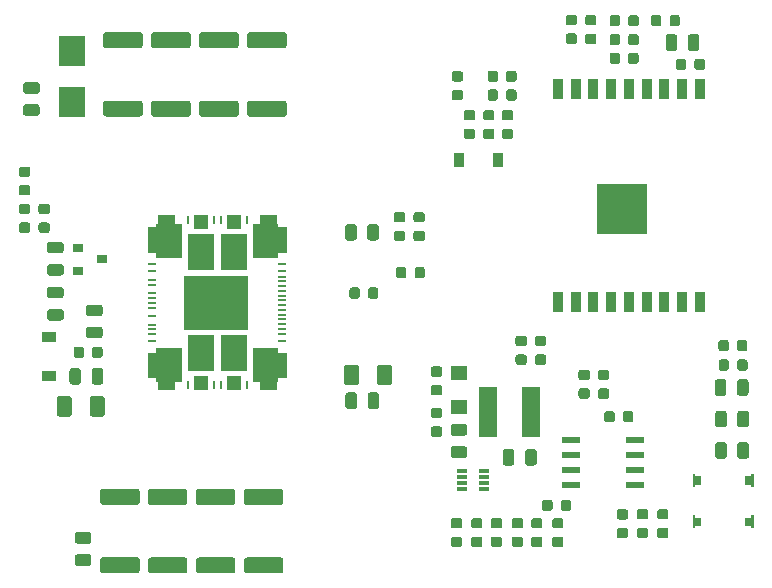
<source format=gbr>
G04 #@! TF.GenerationSoftware,KiCad,Pcbnew,5.1.5-52549c5~84~ubuntu18.04.1*
G04 #@! TF.CreationDate,2020-03-09T10:29:23-07:00*
G04 #@! TF.ProjectId,wifistepper,77696669-7374-4657-9070-65722e6b6963,rev?*
G04 #@! TF.SameCoordinates,Original*
G04 #@! TF.FileFunction,Paste,Top*
G04 #@! TF.FilePolarity,Positive*
%FSLAX46Y46*%
G04 Gerber Fmt 4.6, Leading zero omitted, Abs format (unit mm)*
G04 Created by KiCad (PCBNEW 5.1.5-52549c5~84~ubuntu18.04.1) date 2020-03-09 10:29:23*
%MOMM*%
%LPD*%
G04 APERTURE LIST*
%ADD10R,5.500000X4.680000*%
%ADD11R,2.300000X3.010000*%
%ADD12R,1.160000X1.200000*%
%ADD13R,0.200000X0.800000*%
%ADD14R,0.800000X0.200000*%
%ADD15C,0.100000*%
%ADD16R,1.400000X1.300000*%
%ADD17R,0.900000X0.800000*%
%ADD18R,1.200000X0.900000*%
%ADD19R,1.500000X4.200000*%
%ADD20R,0.900000X1.700000*%
%ADD21R,4.300000X4.300000*%
%ADD22R,0.850000X0.300000*%
%ADD23R,1.550000X0.600000*%
%ADD24R,0.900000X1.200000*%
%ADD25R,2.300000X2.500000*%
G04 APERTURE END LIST*
D10*
X63166000Y-89789000D03*
D11*
X64616000Y-94054000D03*
X61876000Y-94054000D03*
X64616000Y-85524000D03*
X61876000Y-85524000D03*
D12*
X64656000Y-96589000D03*
X61836000Y-96589000D03*
X64656000Y-82989000D03*
X61836000Y-82989000D03*
D13*
X63556000Y-82789000D03*
X62936000Y-82789000D03*
X60736000Y-82789000D03*
X65756000Y-82789000D03*
X63556000Y-96789000D03*
X62936000Y-96789000D03*
X60736000Y-96789000D03*
X65756000Y-96789000D03*
D14*
X68746000Y-89579000D03*
X68746000Y-89179000D03*
X68746000Y-88779000D03*
X68746000Y-88379000D03*
X68746000Y-87979000D03*
X68746000Y-87579000D03*
X68746000Y-87139000D03*
X68746000Y-86539000D03*
X68746000Y-89999000D03*
X68746000Y-90399000D03*
X68746000Y-90799000D03*
X68746000Y-91199000D03*
X68746000Y-91599000D03*
X68746000Y-91999000D03*
X68746000Y-92439000D03*
X68746000Y-93039000D03*
X57746000Y-89389000D03*
X57746000Y-89789000D03*
X57746000Y-88989000D03*
X57746000Y-88269000D03*
X57746000Y-87869000D03*
X57746000Y-87139000D03*
X57746000Y-86539000D03*
X57746000Y-90189000D03*
X57746000Y-90909000D03*
X57746000Y-91639000D03*
X57746000Y-92039000D03*
X57746000Y-92439000D03*
X57746000Y-93039000D03*
D15*
G36*
X66266000Y-83109000D02*
G01*
X66826000Y-83109000D01*
X66826000Y-82389000D01*
X68266000Y-82389000D01*
X68266000Y-83109000D01*
X68406000Y-83109000D01*
X68406000Y-83389000D01*
X69136000Y-83389000D01*
X69136000Y-85559000D01*
X68406000Y-85559000D01*
X68406000Y-85959000D01*
X66266000Y-85959000D01*
X66266000Y-83109000D01*
G37*
G36*
X58086000Y-85559000D02*
G01*
X57356000Y-85559000D01*
X57356000Y-83389000D01*
X58086000Y-83389000D01*
X58086000Y-83109000D01*
X58226000Y-83109000D01*
X58226000Y-82389000D01*
X59666000Y-82389000D01*
X59666000Y-83109000D01*
X60226000Y-83109000D01*
X60226000Y-85959000D01*
X58086000Y-85959000D01*
X58086000Y-85559000D01*
G37*
G36*
X58226000Y-96469000D02*
G01*
X58086000Y-96469000D01*
X58086000Y-96189000D01*
X57356000Y-96189000D01*
X57356000Y-94019000D01*
X58086000Y-94019000D01*
X58086000Y-93619000D01*
X60226000Y-93619000D01*
X60226000Y-96469000D01*
X59666000Y-96469000D01*
X59666000Y-97189000D01*
X58226000Y-97189000D01*
X58226000Y-96469000D01*
G37*
G36*
X66826000Y-96469000D02*
G01*
X66266000Y-96469000D01*
X66266000Y-93619000D01*
X68406000Y-93619000D01*
X68406000Y-94019000D01*
X69136000Y-94019000D01*
X69136000Y-96189000D01*
X68406000Y-96189000D01*
X68406000Y-96469000D01*
X68266000Y-96469000D01*
X68266000Y-97189000D01*
X66826000Y-97189000D01*
X66826000Y-96469000D01*
G37*
D16*
X83700000Y-98650000D03*
X83700000Y-95750000D03*
D15*
G36*
X103499500Y-104281000D02*
G01*
X103699500Y-104281000D01*
X103699500Y-104481000D01*
X104199500Y-104481000D01*
X104199500Y-105181000D01*
X103699500Y-105181000D01*
X103699500Y-105381000D01*
X103499500Y-105381000D01*
X103499500Y-104281000D01*
G37*
G36*
X108449500Y-105181000D02*
G01*
X107949500Y-105181000D01*
X107949500Y-104481000D01*
X108449500Y-104481000D01*
X108449500Y-104281000D01*
X108649500Y-104281000D01*
X108649500Y-105381000D01*
X108449500Y-105381000D01*
X108449500Y-105181000D01*
G37*
G36*
X103499500Y-107781000D02*
G01*
X103699500Y-107781000D01*
X103699500Y-107981000D01*
X104199500Y-107981000D01*
X104199500Y-108681000D01*
X103699500Y-108681000D01*
X103699500Y-108881000D01*
X103499500Y-108881000D01*
X103499500Y-107781000D01*
G37*
G36*
X108449500Y-108681000D02*
G01*
X107949500Y-108681000D01*
X107949500Y-107981000D01*
X108449500Y-107981000D01*
X108449500Y-107781000D01*
X108649500Y-107781000D01*
X108649500Y-108881000D01*
X108449500Y-108881000D01*
X108449500Y-108681000D01*
G37*
G36*
X106348691Y-92934553D02*
G01*
X106369926Y-92937703D01*
X106390750Y-92942919D01*
X106410962Y-92950151D01*
X106430368Y-92959330D01*
X106448781Y-92970366D01*
X106466024Y-92983154D01*
X106481930Y-92997570D01*
X106496346Y-93013476D01*
X106509134Y-93030719D01*
X106520170Y-93049132D01*
X106529349Y-93068538D01*
X106536581Y-93088750D01*
X106541797Y-93109574D01*
X106544947Y-93130809D01*
X106546000Y-93152250D01*
X106546000Y-93664750D01*
X106544947Y-93686191D01*
X106541797Y-93707426D01*
X106536581Y-93728250D01*
X106529349Y-93748462D01*
X106520170Y-93767868D01*
X106509134Y-93786281D01*
X106496346Y-93803524D01*
X106481930Y-93819430D01*
X106466024Y-93833846D01*
X106448781Y-93846634D01*
X106430368Y-93857670D01*
X106410962Y-93866849D01*
X106390750Y-93874081D01*
X106369926Y-93879297D01*
X106348691Y-93882447D01*
X106327250Y-93883500D01*
X105889750Y-93883500D01*
X105868309Y-93882447D01*
X105847074Y-93879297D01*
X105826250Y-93874081D01*
X105806038Y-93866849D01*
X105786632Y-93857670D01*
X105768219Y-93846634D01*
X105750976Y-93833846D01*
X105735070Y-93819430D01*
X105720654Y-93803524D01*
X105707866Y-93786281D01*
X105696830Y-93767868D01*
X105687651Y-93748462D01*
X105680419Y-93728250D01*
X105675203Y-93707426D01*
X105672053Y-93686191D01*
X105671000Y-93664750D01*
X105671000Y-93152250D01*
X105672053Y-93130809D01*
X105675203Y-93109574D01*
X105680419Y-93088750D01*
X105687651Y-93068538D01*
X105696830Y-93049132D01*
X105707866Y-93030719D01*
X105720654Y-93013476D01*
X105735070Y-92997570D01*
X105750976Y-92983154D01*
X105768219Y-92970366D01*
X105786632Y-92959330D01*
X105806038Y-92950151D01*
X105826250Y-92942919D01*
X105847074Y-92937703D01*
X105868309Y-92934553D01*
X105889750Y-92933500D01*
X106327250Y-92933500D01*
X106348691Y-92934553D01*
G37*
G36*
X107923691Y-92934553D02*
G01*
X107944926Y-92937703D01*
X107965750Y-92942919D01*
X107985962Y-92950151D01*
X108005368Y-92959330D01*
X108023781Y-92970366D01*
X108041024Y-92983154D01*
X108056930Y-92997570D01*
X108071346Y-93013476D01*
X108084134Y-93030719D01*
X108095170Y-93049132D01*
X108104349Y-93068538D01*
X108111581Y-93088750D01*
X108116797Y-93109574D01*
X108119947Y-93130809D01*
X108121000Y-93152250D01*
X108121000Y-93664750D01*
X108119947Y-93686191D01*
X108116797Y-93707426D01*
X108111581Y-93728250D01*
X108104349Y-93748462D01*
X108095170Y-93767868D01*
X108084134Y-93786281D01*
X108071346Y-93803524D01*
X108056930Y-93819430D01*
X108041024Y-93833846D01*
X108023781Y-93846634D01*
X108005368Y-93857670D01*
X107985962Y-93866849D01*
X107965750Y-93874081D01*
X107944926Y-93879297D01*
X107923691Y-93882447D01*
X107902250Y-93883500D01*
X107464750Y-93883500D01*
X107443309Y-93882447D01*
X107422074Y-93879297D01*
X107401250Y-93874081D01*
X107381038Y-93866849D01*
X107361632Y-93857670D01*
X107343219Y-93846634D01*
X107325976Y-93833846D01*
X107310070Y-93819430D01*
X107295654Y-93803524D01*
X107282866Y-93786281D01*
X107271830Y-93767868D01*
X107262651Y-93748462D01*
X107255419Y-93728250D01*
X107250203Y-93707426D01*
X107247053Y-93686191D01*
X107246000Y-93664750D01*
X107246000Y-93152250D01*
X107247053Y-93130809D01*
X107250203Y-93109574D01*
X107255419Y-93088750D01*
X107262651Y-93068538D01*
X107271830Y-93049132D01*
X107282866Y-93030719D01*
X107295654Y-93013476D01*
X107310070Y-92997570D01*
X107325976Y-92983154D01*
X107343219Y-92970366D01*
X107361632Y-92959330D01*
X107381038Y-92950151D01*
X107401250Y-92942919D01*
X107422074Y-92937703D01*
X107443309Y-92934553D01*
X107464750Y-92933500D01*
X107902250Y-92933500D01*
X107923691Y-92934553D01*
G37*
G36*
X53485504Y-97678204D02*
G01*
X53509773Y-97681804D01*
X53533571Y-97687765D01*
X53556671Y-97696030D01*
X53578849Y-97706520D01*
X53599893Y-97719133D01*
X53619598Y-97733747D01*
X53637777Y-97750223D01*
X53654253Y-97768402D01*
X53668867Y-97788107D01*
X53681480Y-97809151D01*
X53691970Y-97831329D01*
X53700235Y-97854429D01*
X53706196Y-97878227D01*
X53709796Y-97902496D01*
X53711000Y-97927000D01*
X53711000Y-99177000D01*
X53709796Y-99201504D01*
X53706196Y-99225773D01*
X53700235Y-99249571D01*
X53691970Y-99272671D01*
X53681480Y-99294849D01*
X53668867Y-99315893D01*
X53654253Y-99335598D01*
X53637777Y-99353777D01*
X53619598Y-99370253D01*
X53599893Y-99384867D01*
X53578849Y-99397480D01*
X53556671Y-99407970D01*
X53533571Y-99416235D01*
X53509773Y-99422196D01*
X53485504Y-99425796D01*
X53461000Y-99427000D01*
X52711000Y-99427000D01*
X52686496Y-99425796D01*
X52662227Y-99422196D01*
X52638429Y-99416235D01*
X52615329Y-99407970D01*
X52593151Y-99397480D01*
X52572107Y-99384867D01*
X52552402Y-99370253D01*
X52534223Y-99353777D01*
X52517747Y-99335598D01*
X52503133Y-99315893D01*
X52490520Y-99294849D01*
X52480030Y-99272671D01*
X52471765Y-99249571D01*
X52465804Y-99225773D01*
X52462204Y-99201504D01*
X52461000Y-99177000D01*
X52461000Y-97927000D01*
X52462204Y-97902496D01*
X52465804Y-97878227D01*
X52471765Y-97854429D01*
X52480030Y-97831329D01*
X52490520Y-97809151D01*
X52503133Y-97788107D01*
X52517747Y-97768402D01*
X52534223Y-97750223D01*
X52552402Y-97733747D01*
X52572107Y-97719133D01*
X52593151Y-97706520D01*
X52615329Y-97696030D01*
X52638429Y-97687765D01*
X52662227Y-97681804D01*
X52686496Y-97678204D01*
X52711000Y-97677000D01*
X53461000Y-97677000D01*
X53485504Y-97678204D01*
G37*
G36*
X50685504Y-97678204D02*
G01*
X50709773Y-97681804D01*
X50733571Y-97687765D01*
X50756671Y-97696030D01*
X50778849Y-97706520D01*
X50799893Y-97719133D01*
X50819598Y-97733747D01*
X50837777Y-97750223D01*
X50854253Y-97768402D01*
X50868867Y-97788107D01*
X50881480Y-97809151D01*
X50891970Y-97831329D01*
X50900235Y-97854429D01*
X50906196Y-97878227D01*
X50909796Y-97902496D01*
X50911000Y-97927000D01*
X50911000Y-99177000D01*
X50909796Y-99201504D01*
X50906196Y-99225773D01*
X50900235Y-99249571D01*
X50891970Y-99272671D01*
X50881480Y-99294849D01*
X50868867Y-99315893D01*
X50854253Y-99335598D01*
X50837777Y-99353777D01*
X50819598Y-99370253D01*
X50799893Y-99384867D01*
X50778849Y-99397480D01*
X50756671Y-99407970D01*
X50733571Y-99416235D01*
X50709773Y-99422196D01*
X50685504Y-99425796D01*
X50661000Y-99427000D01*
X49911000Y-99427000D01*
X49886496Y-99425796D01*
X49862227Y-99422196D01*
X49838429Y-99416235D01*
X49815329Y-99407970D01*
X49793151Y-99397480D01*
X49772107Y-99384867D01*
X49752402Y-99370253D01*
X49734223Y-99353777D01*
X49717747Y-99335598D01*
X49703133Y-99315893D01*
X49690520Y-99294849D01*
X49680030Y-99272671D01*
X49671765Y-99249571D01*
X49665804Y-99225773D01*
X49662204Y-99201504D01*
X49661000Y-99177000D01*
X49661000Y-97927000D01*
X49662204Y-97902496D01*
X49665804Y-97878227D01*
X49671765Y-97854429D01*
X49680030Y-97831329D01*
X49690520Y-97809151D01*
X49703133Y-97788107D01*
X49717747Y-97768402D01*
X49734223Y-97750223D01*
X49752402Y-97733747D01*
X49772107Y-97719133D01*
X49793151Y-97706520D01*
X49815329Y-97696030D01*
X49838429Y-97687765D01*
X49862227Y-97681804D01*
X49886496Y-97678204D01*
X49911000Y-97677000D01*
X50661000Y-97677000D01*
X50685504Y-97678204D01*
G37*
G36*
X53312142Y-89937674D02*
G01*
X53335803Y-89941184D01*
X53359007Y-89946996D01*
X53381529Y-89955054D01*
X53403153Y-89965282D01*
X53423670Y-89977579D01*
X53442883Y-89991829D01*
X53460607Y-90007893D01*
X53476671Y-90025617D01*
X53490921Y-90044830D01*
X53503218Y-90065347D01*
X53513446Y-90086971D01*
X53521504Y-90109493D01*
X53527316Y-90132697D01*
X53530826Y-90156358D01*
X53532000Y-90180250D01*
X53532000Y-90667750D01*
X53530826Y-90691642D01*
X53527316Y-90715303D01*
X53521504Y-90738507D01*
X53513446Y-90761029D01*
X53503218Y-90782653D01*
X53490921Y-90803170D01*
X53476671Y-90822383D01*
X53460607Y-90840107D01*
X53442883Y-90856171D01*
X53423670Y-90870421D01*
X53403153Y-90882718D01*
X53381529Y-90892946D01*
X53359007Y-90901004D01*
X53335803Y-90906816D01*
X53312142Y-90910326D01*
X53288250Y-90911500D01*
X52375750Y-90911500D01*
X52351858Y-90910326D01*
X52328197Y-90906816D01*
X52304993Y-90901004D01*
X52282471Y-90892946D01*
X52260847Y-90882718D01*
X52240330Y-90870421D01*
X52221117Y-90856171D01*
X52203393Y-90840107D01*
X52187329Y-90822383D01*
X52173079Y-90803170D01*
X52160782Y-90782653D01*
X52150554Y-90761029D01*
X52142496Y-90738507D01*
X52136684Y-90715303D01*
X52133174Y-90691642D01*
X52132000Y-90667750D01*
X52132000Y-90180250D01*
X52133174Y-90156358D01*
X52136684Y-90132697D01*
X52142496Y-90109493D01*
X52150554Y-90086971D01*
X52160782Y-90065347D01*
X52173079Y-90044830D01*
X52187329Y-90025617D01*
X52203393Y-90007893D01*
X52221117Y-89991829D01*
X52240330Y-89977579D01*
X52260847Y-89965282D01*
X52282471Y-89955054D01*
X52304993Y-89946996D01*
X52328197Y-89941184D01*
X52351858Y-89937674D01*
X52375750Y-89936500D01*
X53288250Y-89936500D01*
X53312142Y-89937674D01*
G37*
G36*
X53312142Y-91812674D02*
G01*
X53335803Y-91816184D01*
X53359007Y-91821996D01*
X53381529Y-91830054D01*
X53403153Y-91840282D01*
X53423670Y-91852579D01*
X53442883Y-91866829D01*
X53460607Y-91882893D01*
X53476671Y-91900617D01*
X53490921Y-91919830D01*
X53503218Y-91940347D01*
X53513446Y-91961971D01*
X53521504Y-91984493D01*
X53527316Y-92007697D01*
X53530826Y-92031358D01*
X53532000Y-92055250D01*
X53532000Y-92542750D01*
X53530826Y-92566642D01*
X53527316Y-92590303D01*
X53521504Y-92613507D01*
X53513446Y-92636029D01*
X53503218Y-92657653D01*
X53490921Y-92678170D01*
X53476671Y-92697383D01*
X53460607Y-92715107D01*
X53442883Y-92731171D01*
X53423670Y-92745421D01*
X53403153Y-92757718D01*
X53381529Y-92767946D01*
X53359007Y-92776004D01*
X53335803Y-92781816D01*
X53312142Y-92785326D01*
X53288250Y-92786500D01*
X52375750Y-92786500D01*
X52351858Y-92785326D01*
X52328197Y-92781816D01*
X52304993Y-92776004D01*
X52282471Y-92767946D01*
X52260847Y-92757718D01*
X52240330Y-92745421D01*
X52221117Y-92731171D01*
X52203393Y-92715107D01*
X52187329Y-92697383D01*
X52173079Y-92678170D01*
X52160782Y-92657653D01*
X52150554Y-92636029D01*
X52142496Y-92613507D01*
X52136684Y-92590303D01*
X52133174Y-92566642D01*
X52132000Y-92542750D01*
X52132000Y-92055250D01*
X52133174Y-92031358D01*
X52136684Y-92007697D01*
X52142496Y-91984493D01*
X52150554Y-91961971D01*
X52160782Y-91940347D01*
X52173079Y-91919830D01*
X52187329Y-91900617D01*
X52203393Y-91882893D01*
X52221117Y-91866829D01*
X52240330Y-91852579D01*
X52260847Y-91840282D01*
X52282471Y-91830054D01*
X52304993Y-91821996D01*
X52328197Y-91816184D01*
X52351858Y-91812674D01*
X52375750Y-91811500D01*
X53288250Y-91811500D01*
X53312142Y-91812674D01*
G37*
G36*
X50010142Y-86508674D02*
G01*
X50033803Y-86512184D01*
X50057007Y-86517996D01*
X50079529Y-86526054D01*
X50101153Y-86536282D01*
X50121670Y-86548579D01*
X50140883Y-86562829D01*
X50158607Y-86578893D01*
X50174671Y-86596617D01*
X50188921Y-86615830D01*
X50201218Y-86636347D01*
X50211446Y-86657971D01*
X50219504Y-86680493D01*
X50225316Y-86703697D01*
X50228826Y-86727358D01*
X50230000Y-86751250D01*
X50230000Y-87238750D01*
X50228826Y-87262642D01*
X50225316Y-87286303D01*
X50219504Y-87309507D01*
X50211446Y-87332029D01*
X50201218Y-87353653D01*
X50188921Y-87374170D01*
X50174671Y-87393383D01*
X50158607Y-87411107D01*
X50140883Y-87427171D01*
X50121670Y-87441421D01*
X50101153Y-87453718D01*
X50079529Y-87463946D01*
X50057007Y-87472004D01*
X50033803Y-87477816D01*
X50010142Y-87481326D01*
X49986250Y-87482500D01*
X49073750Y-87482500D01*
X49049858Y-87481326D01*
X49026197Y-87477816D01*
X49002993Y-87472004D01*
X48980471Y-87463946D01*
X48958847Y-87453718D01*
X48938330Y-87441421D01*
X48919117Y-87427171D01*
X48901393Y-87411107D01*
X48885329Y-87393383D01*
X48871079Y-87374170D01*
X48858782Y-87353653D01*
X48848554Y-87332029D01*
X48840496Y-87309507D01*
X48834684Y-87286303D01*
X48831174Y-87262642D01*
X48830000Y-87238750D01*
X48830000Y-86751250D01*
X48831174Y-86727358D01*
X48834684Y-86703697D01*
X48840496Y-86680493D01*
X48848554Y-86657971D01*
X48858782Y-86636347D01*
X48871079Y-86615830D01*
X48885329Y-86596617D01*
X48901393Y-86578893D01*
X48919117Y-86562829D01*
X48938330Y-86548579D01*
X48958847Y-86536282D01*
X48980471Y-86526054D01*
X49002993Y-86517996D01*
X49026197Y-86512184D01*
X49049858Y-86508674D01*
X49073750Y-86507500D01*
X49986250Y-86507500D01*
X50010142Y-86508674D01*
G37*
G36*
X50010142Y-84633674D02*
G01*
X50033803Y-84637184D01*
X50057007Y-84642996D01*
X50079529Y-84651054D01*
X50101153Y-84661282D01*
X50121670Y-84673579D01*
X50140883Y-84687829D01*
X50158607Y-84703893D01*
X50174671Y-84721617D01*
X50188921Y-84740830D01*
X50201218Y-84761347D01*
X50211446Y-84782971D01*
X50219504Y-84805493D01*
X50225316Y-84828697D01*
X50228826Y-84852358D01*
X50230000Y-84876250D01*
X50230000Y-85363750D01*
X50228826Y-85387642D01*
X50225316Y-85411303D01*
X50219504Y-85434507D01*
X50211446Y-85457029D01*
X50201218Y-85478653D01*
X50188921Y-85499170D01*
X50174671Y-85518383D01*
X50158607Y-85536107D01*
X50140883Y-85552171D01*
X50121670Y-85566421D01*
X50101153Y-85578718D01*
X50079529Y-85588946D01*
X50057007Y-85597004D01*
X50033803Y-85602816D01*
X50010142Y-85606326D01*
X49986250Y-85607500D01*
X49073750Y-85607500D01*
X49049858Y-85606326D01*
X49026197Y-85602816D01*
X49002993Y-85597004D01*
X48980471Y-85588946D01*
X48958847Y-85578718D01*
X48938330Y-85566421D01*
X48919117Y-85552171D01*
X48901393Y-85536107D01*
X48885329Y-85518383D01*
X48871079Y-85499170D01*
X48858782Y-85478653D01*
X48848554Y-85457029D01*
X48840496Y-85434507D01*
X48834684Y-85411303D01*
X48831174Y-85387642D01*
X48830000Y-85363750D01*
X48830000Y-84876250D01*
X48831174Y-84852358D01*
X48834684Y-84828697D01*
X48840496Y-84805493D01*
X48848554Y-84782971D01*
X48858782Y-84761347D01*
X48871079Y-84740830D01*
X48885329Y-84721617D01*
X48901393Y-84703893D01*
X48919117Y-84687829D01*
X48938330Y-84673579D01*
X48958847Y-84661282D01*
X48980471Y-84651054D01*
X49002993Y-84642996D01*
X49026197Y-84637184D01*
X49049858Y-84633674D01*
X49073750Y-84632500D01*
X49986250Y-84632500D01*
X50010142Y-84633674D01*
G37*
G36*
X53353642Y-95313174D02*
G01*
X53377303Y-95316684D01*
X53400507Y-95322496D01*
X53423029Y-95330554D01*
X53444653Y-95340782D01*
X53465170Y-95353079D01*
X53484383Y-95367329D01*
X53502107Y-95383393D01*
X53518171Y-95401117D01*
X53532421Y-95420330D01*
X53544718Y-95440847D01*
X53554946Y-95462471D01*
X53563004Y-95484993D01*
X53568816Y-95508197D01*
X53572326Y-95531858D01*
X53573500Y-95555750D01*
X53573500Y-96468250D01*
X53572326Y-96492142D01*
X53568816Y-96515803D01*
X53563004Y-96539007D01*
X53554946Y-96561529D01*
X53544718Y-96583153D01*
X53532421Y-96603670D01*
X53518171Y-96622883D01*
X53502107Y-96640607D01*
X53484383Y-96656671D01*
X53465170Y-96670921D01*
X53444653Y-96683218D01*
X53423029Y-96693446D01*
X53400507Y-96701504D01*
X53377303Y-96707316D01*
X53353642Y-96710826D01*
X53329750Y-96712000D01*
X52842250Y-96712000D01*
X52818358Y-96710826D01*
X52794697Y-96707316D01*
X52771493Y-96701504D01*
X52748971Y-96693446D01*
X52727347Y-96683218D01*
X52706830Y-96670921D01*
X52687617Y-96656671D01*
X52669893Y-96640607D01*
X52653829Y-96622883D01*
X52639579Y-96603670D01*
X52627282Y-96583153D01*
X52617054Y-96561529D01*
X52608996Y-96539007D01*
X52603184Y-96515803D01*
X52599674Y-96492142D01*
X52598500Y-96468250D01*
X52598500Y-95555750D01*
X52599674Y-95531858D01*
X52603184Y-95508197D01*
X52608996Y-95484993D01*
X52617054Y-95462471D01*
X52627282Y-95440847D01*
X52639579Y-95420330D01*
X52653829Y-95401117D01*
X52669893Y-95383393D01*
X52687617Y-95367329D01*
X52706830Y-95353079D01*
X52727347Y-95340782D01*
X52748971Y-95330554D01*
X52771493Y-95322496D01*
X52794697Y-95316684D01*
X52818358Y-95313174D01*
X52842250Y-95312000D01*
X53329750Y-95312000D01*
X53353642Y-95313174D01*
G37*
G36*
X51478642Y-95313174D02*
G01*
X51502303Y-95316684D01*
X51525507Y-95322496D01*
X51548029Y-95330554D01*
X51569653Y-95340782D01*
X51590170Y-95353079D01*
X51609383Y-95367329D01*
X51627107Y-95383393D01*
X51643171Y-95401117D01*
X51657421Y-95420330D01*
X51669718Y-95440847D01*
X51679946Y-95462471D01*
X51688004Y-95484993D01*
X51693816Y-95508197D01*
X51697326Y-95531858D01*
X51698500Y-95555750D01*
X51698500Y-96468250D01*
X51697326Y-96492142D01*
X51693816Y-96515803D01*
X51688004Y-96539007D01*
X51679946Y-96561529D01*
X51669718Y-96583153D01*
X51657421Y-96603670D01*
X51643171Y-96622883D01*
X51627107Y-96640607D01*
X51609383Y-96656671D01*
X51590170Y-96670921D01*
X51569653Y-96683218D01*
X51548029Y-96693446D01*
X51525507Y-96701504D01*
X51502303Y-96707316D01*
X51478642Y-96710826D01*
X51454750Y-96712000D01*
X50967250Y-96712000D01*
X50943358Y-96710826D01*
X50919697Y-96707316D01*
X50896493Y-96701504D01*
X50873971Y-96693446D01*
X50852347Y-96683218D01*
X50831830Y-96670921D01*
X50812617Y-96656671D01*
X50794893Y-96640607D01*
X50778829Y-96622883D01*
X50764579Y-96603670D01*
X50752282Y-96583153D01*
X50742054Y-96561529D01*
X50733996Y-96539007D01*
X50728184Y-96515803D01*
X50724674Y-96492142D01*
X50723500Y-96468250D01*
X50723500Y-95555750D01*
X50724674Y-95531858D01*
X50728184Y-95508197D01*
X50733996Y-95484993D01*
X50742054Y-95462471D01*
X50752282Y-95440847D01*
X50764579Y-95420330D01*
X50778829Y-95401117D01*
X50794893Y-95383393D01*
X50812617Y-95367329D01*
X50831830Y-95353079D01*
X50852347Y-95340782D01*
X50873971Y-95330554D01*
X50896493Y-95322496D01*
X50919697Y-95316684D01*
X50943358Y-95313174D01*
X50967250Y-95312000D01*
X51454750Y-95312000D01*
X51478642Y-95313174D01*
G37*
G36*
X48855191Y-82990053D02*
G01*
X48876426Y-82993203D01*
X48897250Y-82998419D01*
X48917462Y-83005651D01*
X48936868Y-83014830D01*
X48955281Y-83025866D01*
X48972524Y-83038654D01*
X48988430Y-83053070D01*
X49002846Y-83068976D01*
X49015634Y-83086219D01*
X49026670Y-83104632D01*
X49035849Y-83124038D01*
X49043081Y-83144250D01*
X49048297Y-83165074D01*
X49051447Y-83186309D01*
X49052500Y-83207750D01*
X49052500Y-83645250D01*
X49051447Y-83666691D01*
X49048297Y-83687926D01*
X49043081Y-83708750D01*
X49035849Y-83728962D01*
X49026670Y-83748368D01*
X49015634Y-83766781D01*
X49002846Y-83784024D01*
X48988430Y-83799930D01*
X48972524Y-83814346D01*
X48955281Y-83827134D01*
X48936868Y-83838170D01*
X48917462Y-83847349D01*
X48897250Y-83854581D01*
X48876426Y-83859797D01*
X48855191Y-83862947D01*
X48833750Y-83864000D01*
X48321250Y-83864000D01*
X48299809Y-83862947D01*
X48278574Y-83859797D01*
X48257750Y-83854581D01*
X48237538Y-83847349D01*
X48218132Y-83838170D01*
X48199719Y-83827134D01*
X48182476Y-83814346D01*
X48166570Y-83799930D01*
X48152154Y-83784024D01*
X48139366Y-83766781D01*
X48128330Y-83748368D01*
X48119151Y-83728962D01*
X48111919Y-83708750D01*
X48106703Y-83687926D01*
X48103553Y-83666691D01*
X48102500Y-83645250D01*
X48102500Y-83207750D01*
X48103553Y-83186309D01*
X48106703Y-83165074D01*
X48111919Y-83144250D01*
X48119151Y-83124038D01*
X48128330Y-83104632D01*
X48139366Y-83086219D01*
X48152154Y-83068976D01*
X48166570Y-83053070D01*
X48182476Y-83038654D01*
X48199719Y-83025866D01*
X48218132Y-83014830D01*
X48237538Y-83005651D01*
X48257750Y-82998419D01*
X48278574Y-82993203D01*
X48299809Y-82990053D01*
X48321250Y-82989000D01*
X48833750Y-82989000D01*
X48855191Y-82990053D01*
G37*
G36*
X48855191Y-81415053D02*
G01*
X48876426Y-81418203D01*
X48897250Y-81423419D01*
X48917462Y-81430651D01*
X48936868Y-81439830D01*
X48955281Y-81450866D01*
X48972524Y-81463654D01*
X48988430Y-81478070D01*
X49002846Y-81493976D01*
X49015634Y-81511219D01*
X49026670Y-81529632D01*
X49035849Y-81549038D01*
X49043081Y-81569250D01*
X49048297Y-81590074D01*
X49051447Y-81611309D01*
X49052500Y-81632750D01*
X49052500Y-82070250D01*
X49051447Y-82091691D01*
X49048297Y-82112926D01*
X49043081Y-82133750D01*
X49035849Y-82153962D01*
X49026670Y-82173368D01*
X49015634Y-82191781D01*
X49002846Y-82209024D01*
X48988430Y-82224930D01*
X48972524Y-82239346D01*
X48955281Y-82252134D01*
X48936868Y-82263170D01*
X48917462Y-82272349D01*
X48897250Y-82279581D01*
X48876426Y-82284797D01*
X48855191Y-82287947D01*
X48833750Y-82289000D01*
X48321250Y-82289000D01*
X48299809Y-82287947D01*
X48278574Y-82284797D01*
X48257750Y-82279581D01*
X48237538Y-82272349D01*
X48218132Y-82263170D01*
X48199719Y-82252134D01*
X48182476Y-82239346D01*
X48166570Y-82224930D01*
X48152154Y-82209024D01*
X48139366Y-82191781D01*
X48128330Y-82173368D01*
X48119151Y-82153962D01*
X48111919Y-82133750D01*
X48106703Y-82112926D01*
X48103553Y-82091691D01*
X48102500Y-82070250D01*
X48102500Y-81632750D01*
X48103553Y-81611309D01*
X48106703Y-81590074D01*
X48111919Y-81569250D01*
X48119151Y-81549038D01*
X48128330Y-81529632D01*
X48139366Y-81511219D01*
X48152154Y-81493976D01*
X48166570Y-81478070D01*
X48182476Y-81463654D01*
X48199719Y-81450866D01*
X48218132Y-81439830D01*
X48237538Y-81430651D01*
X48257750Y-81423419D01*
X48278574Y-81418203D01*
X48299809Y-81415053D01*
X48321250Y-81414000D01*
X48833750Y-81414000D01*
X48855191Y-81415053D01*
G37*
G36*
X74842642Y-97376174D02*
G01*
X74866303Y-97379684D01*
X74889507Y-97385496D01*
X74912029Y-97393554D01*
X74933653Y-97403782D01*
X74954170Y-97416079D01*
X74973383Y-97430329D01*
X74991107Y-97446393D01*
X75007171Y-97464117D01*
X75021421Y-97483330D01*
X75033718Y-97503847D01*
X75043946Y-97525471D01*
X75052004Y-97547993D01*
X75057816Y-97571197D01*
X75061326Y-97594858D01*
X75062500Y-97618750D01*
X75062500Y-98531250D01*
X75061326Y-98555142D01*
X75057816Y-98578803D01*
X75052004Y-98602007D01*
X75043946Y-98624529D01*
X75033718Y-98646153D01*
X75021421Y-98666670D01*
X75007171Y-98685883D01*
X74991107Y-98703607D01*
X74973383Y-98719671D01*
X74954170Y-98733921D01*
X74933653Y-98746218D01*
X74912029Y-98756446D01*
X74889507Y-98764504D01*
X74866303Y-98770316D01*
X74842642Y-98773826D01*
X74818750Y-98775000D01*
X74331250Y-98775000D01*
X74307358Y-98773826D01*
X74283697Y-98770316D01*
X74260493Y-98764504D01*
X74237971Y-98756446D01*
X74216347Y-98746218D01*
X74195830Y-98733921D01*
X74176617Y-98719671D01*
X74158893Y-98703607D01*
X74142829Y-98685883D01*
X74128579Y-98666670D01*
X74116282Y-98646153D01*
X74106054Y-98624529D01*
X74097996Y-98602007D01*
X74092184Y-98578803D01*
X74088674Y-98555142D01*
X74087500Y-98531250D01*
X74087500Y-97618750D01*
X74088674Y-97594858D01*
X74092184Y-97571197D01*
X74097996Y-97547993D01*
X74106054Y-97525471D01*
X74116282Y-97503847D01*
X74128579Y-97483330D01*
X74142829Y-97464117D01*
X74158893Y-97446393D01*
X74176617Y-97430329D01*
X74195830Y-97416079D01*
X74216347Y-97403782D01*
X74237971Y-97393554D01*
X74260493Y-97385496D01*
X74283697Y-97379684D01*
X74307358Y-97376174D01*
X74331250Y-97375000D01*
X74818750Y-97375000D01*
X74842642Y-97376174D01*
G37*
G36*
X76717642Y-97376174D02*
G01*
X76741303Y-97379684D01*
X76764507Y-97385496D01*
X76787029Y-97393554D01*
X76808653Y-97403782D01*
X76829170Y-97416079D01*
X76848383Y-97430329D01*
X76866107Y-97446393D01*
X76882171Y-97464117D01*
X76896421Y-97483330D01*
X76908718Y-97503847D01*
X76918946Y-97525471D01*
X76927004Y-97547993D01*
X76932816Y-97571197D01*
X76936326Y-97594858D01*
X76937500Y-97618750D01*
X76937500Y-98531250D01*
X76936326Y-98555142D01*
X76932816Y-98578803D01*
X76927004Y-98602007D01*
X76918946Y-98624529D01*
X76908718Y-98646153D01*
X76896421Y-98666670D01*
X76882171Y-98685883D01*
X76866107Y-98703607D01*
X76848383Y-98719671D01*
X76829170Y-98733921D01*
X76808653Y-98746218D01*
X76787029Y-98756446D01*
X76764507Y-98764504D01*
X76741303Y-98770316D01*
X76717642Y-98773826D01*
X76693750Y-98775000D01*
X76206250Y-98775000D01*
X76182358Y-98773826D01*
X76158697Y-98770316D01*
X76135493Y-98764504D01*
X76112971Y-98756446D01*
X76091347Y-98746218D01*
X76070830Y-98733921D01*
X76051617Y-98719671D01*
X76033893Y-98703607D01*
X76017829Y-98685883D01*
X76003579Y-98666670D01*
X75991282Y-98646153D01*
X75981054Y-98624529D01*
X75972996Y-98602007D01*
X75967184Y-98578803D01*
X75963674Y-98555142D01*
X75962500Y-98531250D01*
X75962500Y-97618750D01*
X75963674Y-97594858D01*
X75967184Y-97571197D01*
X75972996Y-97547993D01*
X75981054Y-97525471D01*
X75991282Y-97503847D01*
X76003579Y-97483330D01*
X76017829Y-97464117D01*
X76033893Y-97446393D01*
X76051617Y-97430329D01*
X76070830Y-97416079D01*
X76091347Y-97403782D01*
X76112971Y-97393554D01*
X76135493Y-97385496D01*
X76158697Y-97379684D01*
X76182358Y-97376174D01*
X76206250Y-97375000D01*
X76693750Y-97375000D01*
X76717642Y-97376174D01*
G37*
G36*
X76691642Y-83121174D02*
G01*
X76715303Y-83124684D01*
X76738507Y-83130496D01*
X76761029Y-83138554D01*
X76782653Y-83148782D01*
X76803170Y-83161079D01*
X76822383Y-83175329D01*
X76840107Y-83191393D01*
X76856171Y-83209117D01*
X76870421Y-83228330D01*
X76882718Y-83248847D01*
X76892946Y-83270471D01*
X76901004Y-83292993D01*
X76906816Y-83316197D01*
X76910326Y-83339858D01*
X76911500Y-83363750D01*
X76911500Y-84276250D01*
X76910326Y-84300142D01*
X76906816Y-84323803D01*
X76901004Y-84347007D01*
X76892946Y-84369529D01*
X76882718Y-84391153D01*
X76870421Y-84411670D01*
X76856171Y-84430883D01*
X76840107Y-84448607D01*
X76822383Y-84464671D01*
X76803170Y-84478921D01*
X76782653Y-84491218D01*
X76761029Y-84501446D01*
X76738507Y-84509504D01*
X76715303Y-84515316D01*
X76691642Y-84518826D01*
X76667750Y-84520000D01*
X76180250Y-84520000D01*
X76156358Y-84518826D01*
X76132697Y-84515316D01*
X76109493Y-84509504D01*
X76086971Y-84501446D01*
X76065347Y-84491218D01*
X76044830Y-84478921D01*
X76025617Y-84464671D01*
X76007893Y-84448607D01*
X75991829Y-84430883D01*
X75977579Y-84411670D01*
X75965282Y-84391153D01*
X75955054Y-84369529D01*
X75946996Y-84347007D01*
X75941184Y-84323803D01*
X75937674Y-84300142D01*
X75936500Y-84276250D01*
X75936500Y-83363750D01*
X75937674Y-83339858D01*
X75941184Y-83316197D01*
X75946996Y-83292993D01*
X75955054Y-83270471D01*
X75965282Y-83248847D01*
X75977579Y-83228330D01*
X75991829Y-83209117D01*
X76007893Y-83191393D01*
X76025617Y-83175329D01*
X76044830Y-83161079D01*
X76065347Y-83148782D01*
X76086971Y-83138554D01*
X76109493Y-83130496D01*
X76132697Y-83124684D01*
X76156358Y-83121174D01*
X76180250Y-83120000D01*
X76667750Y-83120000D01*
X76691642Y-83121174D01*
G37*
G36*
X74816642Y-83121174D02*
G01*
X74840303Y-83124684D01*
X74863507Y-83130496D01*
X74886029Y-83138554D01*
X74907653Y-83148782D01*
X74928170Y-83161079D01*
X74947383Y-83175329D01*
X74965107Y-83191393D01*
X74981171Y-83209117D01*
X74995421Y-83228330D01*
X75007718Y-83248847D01*
X75017946Y-83270471D01*
X75026004Y-83292993D01*
X75031816Y-83316197D01*
X75035326Y-83339858D01*
X75036500Y-83363750D01*
X75036500Y-84276250D01*
X75035326Y-84300142D01*
X75031816Y-84323803D01*
X75026004Y-84347007D01*
X75017946Y-84369529D01*
X75007718Y-84391153D01*
X74995421Y-84411670D01*
X74981171Y-84430883D01*
X74965107Y-84448607D01*
X74947383Y-84464671D01*
X74928170Y-84478921D01*
X74907653Y-84491218D01*
X74886029Y-84501446D01*
X74863507Y-84509504D01*
X74840303Y-84515316D01*
X74816642Y-84518826D01*
X74792750Y-84520000D01*
X74305250Y-84520000D01*
X74281358Y-84518826D01*
X74257697Y-84515316D01*
X74234493Y-84509504D01*
X74211971Y-84501446D01*
X74190347Y-84491218D01*
X74169830Y-84478921D01*
X74150617Y-84464671D01*
X74132893Y-84448607D01*
X74116829Y-84430883D01*
X74102579Y-84411670D01*
X74090282Y-84391153D01*
X74080054Y-84369529D01*
X74071996Y-84347007D01*
X74066184Y-84323803D01*
X74062674Y-84300142D01*
X74061500Y-84276250D01*
X74061500Y-83363750D01*
X74062674Y-83339858D01*
X74066184Y-83316197D01*
X74071996Y-83292993D01*
X74080054Y-83270471D01*
X74090282Y-83248847D01*
X74102579Y-83228330D01*
X74116829Y-83209117D01*
X74132893Y-83191393D01*
X74150617Y-83175329D01*
X74169830Y-83161079D01*
X74190347Y-83148782D01*
X74211971Y-83138554D01*
X74234493Y-83130496D01*
X74257697Y-83124684D01*
X74281358Y-83121174D01*
X74305250Y-83120000D01*
X74792750Y-83120000D01*
X74816642Y-83121174D01*
G37*
G36*
X47978142Y-72983174D02*
G01*
X48001803Y-72986684D01*
X48025007Y-72992496D01*
X48047529Y-73000554D01*
X48069153Y-73010782D01*
X48089670Y-73023079D01*
X48108883Y-73037329D01*
X48126607Y-73053393D01*
X48142671Y-73071117D01*
X48156921Y-73090330D01*
X48169218Y-73110847D01*
X48179446Y-73132471D01*
X48187504Y-73154993D01*
X48193316Y-73178197D01*
X48196826Y-73201858D01*
X48198000Y-73225750D01*
X48198000Y-73713250D01*
X48196826Y-73737142D01*
X48193316Y-73760803D01*
X48187504Y-73784007D01*
X48179446Y-73806529D01*
X48169218Y-73828153D01*
X48156921Y-73848670D01*
X48142671Y-73867883D01*
X48126607Y-73885607D01*
X48108883Y-73901671D01*
X48089670Y-73915921D01*
X48069153Y-73928218D01*
X48047529Y-73938446D01*
X48025007Y-73946504D01*
X48001803Y-73952316D01*
X47978142Y-73955826D01*
X47954250Y-73957000D01*
X47041750Y-73957000D01*
X47017858Y-73955826D01*
X46994197Y-73952316D01*
X46970993Y-73946504D01*
X46948471Y-73938446D01*
X46926847Y-73928218D01*
X46906330Y-73915921D01*
X46887117Y-73901671D01*
X46869393Y-73885607D01*
X46853329Y-73867883D01*
X46839079Y-73848670D01*
X46826782Y-73828153D01*
X46816554Y-73806529D01*
X46808496Y-73784007D01*
X46802684Y-73760803D01*
X46799174Y-73737142D01*
X46798000Y-73713250D01*
X46798000Y-73225750D01*
X46799174Y-73201858D01*
X46802684Y-73178197D01*
X46808496Y-73154993D01*
X46816554Y-73132471D01*
X46826782Y-73110847D01*
X46839079Y-73090330D01*
X46853329Y-73071117D01*
X46869393Y-73053393D01*
X46887117Y-73037329D01*
X46906330Y-73023079D01*
X46926847Y-73010782D01*
X46948471Y-73000554D01*
X46970993Y-72992496D01*
X46994197Y-72986684D01*
X47017858Y-72983174D01*
X47041750Y-72982000D01*
X47954250Y-72982000D01*
X47978142Y-72983174D01*
G37*
G36*
X47978142Y-71108174D02*
G01*
X48001803Y-71111684D01*
X48025007Y-71117496D01*
X48047529Y-71125554D01*
X48069153Y-71135782D01*
X48089670Y-71148079D01*
X48108883Y-71162329D01*
X48126607Y-71178393D01*
X48142671Y-71196117D01*
X48156921Y-71215330D01*
X48169218Y-71235847D01*
X48179446Y-71257471D01*
X48187504Y-71279993D01*
X48193316Y-71303197D01*
X48196826Y-71326858D01*
X48198000Y-71350750D01*
X48198000Y-71838250D01*
X48196826Y-71862142D01*
X48193316Y-71885803D01*
X48187504Y-71909007D01*
X48179446Y-71931529D01*
X48169218Y-71953153D01*
X48156921Y-71973670D01*
X48142671Y-71992883D01*
X48126607Y-72010607D01*
X48108883Y-72026671D01*
X48089670Y-72040921D01*
X48069153Y-72053218D01*
X48047529Y-72063446D01*
X48025007Y-72071504D01*
X48001803Y-72077316D01*
X47978142Y-72080826D01*
X47954250Y-72082000D01*
X47041750Y-72082000D01*
X47017858Y-72080826D01*
X46994197Y-72077316D01*
X46970993Y-72071504D01*
X46948471Y-72063446D01*
X46926847Y-72053218D01*
X46906330Y-72040921D01*
X46887117Y-72026671D01*
X46869393Y-72010607D01*
X46853329Y-71992883D01*
X46839079Y-71973670D01*
X46826782Y-71953153D01*
X46816554Y-71931529D01*
X46808496Y-71909007D01*
X46802684Y-71885803D01*
X46799174Y-71862142D01*
X46798000Y-71838250D01*
X46798000Y-71350750D01*
X46799174Y-71326858D01*
X46802684Y-71303197D01*
X46808496Y-71279993D01*
X46816554Y-71257471D01*
X46826782Y-71235847D01*
X46839079Y-71215330D01*
X46853329Y-71196117D01*
X46869393Y-71178393D01*
X46887117Y-71162329D01*
X46906330Y-71148079D01*
X46926847Y-71135782D01*
X46948471Y-71125554D01*
X46970993Y-71117496D01*
X46994197Y-71111684D01*
X47017858Y-71108174D01*
X47041750Y-71107000D01*
X47954250Y-71107000D01*
X47978142Y-71108174D01*
G37*
G36*
X52359642Y-111083174D02*
G01*
X52383303Y-111086684D01*
X52406507Y-111092496D01*
X52429029Y-111100554D01*
X52450653Y-111110782D01*
X52471170Y-111123079D01*
X52490383Y-111137329D01*
X52508107Y-111153393D01*
X52524171Y-111171117D01*
X52538421Y-111190330D01*
X52550718Y-111210847D01*
X52560946Y-111232471D01*
X52569004Y-111254993D01*
X52574816Y-111278197D01*
X52578326Y-111301858D01*
X52579500Y-111325750D01*
X52579500Y-111813250D01*
X52578326Y-111837142D01*
X52574816Y-111860803D01*
X52569004Y-111884007D01*
X52560946Y-111906529D01*
X52550718Y-111928153D01*
X52538421Y-111948670D01*
X52524171Y-111967883D01*
X52508107Y-111985607D01*
X52490383Y-112001671D01*
X52471170Y-112015921D01*
X52450653Y-112028218D01*
X52429029Y-112038446D01*
X52406507Y-112046504D01*
X52383303Y-112052316D01*
X52359642Y-112055826D01*
X52335750Y-112057000D01*
X51423250Y-112057000D01*
X51399358Y-112055826D01*
X51375697Y-112052316D01*
X51352493Y-112046504D01*
X51329971Y-112038446D01*
X51308347Y-112028218D01*
X51287830Y-112015921D01*
X51268617Y-112001671D01*
X51250893Y-111985607D01*
X51234829Y-111967883D01*
X51220579Y-111948670D01*
X51208282Y-111928153D01*
X51198054Y-111906529D01*
X51189996Y-111884007D01*
X51184184Y-111860803D01*
X51180674Y-111837142D01*
X51179500Y-111813250D01*
X51179500Y-111325750D01*
X51180674Y-111301858D01*
X51184184Y-111278197D01*
X51189996Y-111254993D01*
X51198054Y-111232471D01*
X51208282Y-111210847D01*
X51220579Y-111190330D01*
X51234829Y-111171117D01*
X51250893Y-111153393D01*
X51268617Y-111137329D01*
X51287830Y-111123079D01*
X51308347Y-111110782D01*
X51329971Y-111100554D01*
X51352493Y-111092496D01*
X51375697Y-111086684D01*
X51399358Y-111083174D01*
X51423250Y-111082000D01*
X52335750Y-111082000D01*
X52359642Y-111083174D01*
G37*
G36*
X52359642Y-109208174D02*
G01*
X52383303Y-109211684D01*
X52406507Y-109217496D01*
X52429029Y-109225554D01*
X52450653Y-109235782D01*
X52471170Y-109248079D01*
X52490383Y-109262329D01*
X52508107Y-109278393D01*
X52524171Y-109296117D01*
X52538421Y-109315330D01*
X52550718Y-109335847D01*
X52560946Y-109357471D01*
X52569004Y-109379993D01*
X52574816Y-109403197D01*
X52578326Y-109426858D01*
X52579500Y-109450750D01*
X52579500Y-109938250D01*
X52578326Y-109962142D01*
X52574816Y-109985803D01*
X52569004Y-110009007D01*
X52560946Y-110031529D01*
X52550718Y-110053153D01*
X52538421Y-110073670D01*
X52524171Y-110092883D01*
X52508107Y-110110607D01*
X52490383Y-110126671D01*
X52471170Y-110140921D01*
X52450653Y-110153218D01*
X52429029Y-110163446D01*
X52406507Y-110171504D01*
X52383303Y-110177316D01*
X52359642Y-110180826D01*
X52335750Y-110182000D01*
X51423250Y-110182000D01*
X51399358Y-110180826D01*
X51375697Y-110177316D01*
X51352493Y-110171504D01*
X51329971Y-110163446D01*
X51308347Y-110153218D01*
X51287830Y-110140921D01*
X51268617Y-110126671D01*
X51250893Y-110110607D01*
X51234829Y-110092883D01*
X51220579Y-110073670D01*
X51208282Y-110053153D01*
X51198054Y-110031529D01*
X51189996Y-110009007D01*
X51184184Y-109985803D01*
X51180674Y-109962142D01*
X51179500Y-109938250D01*
X51179500Y-109450750D01*
X51180674Y-109426858D01*
X51184184Y-109403197D01*
X51189996Y-109379993D01*
X51198054Y-109357471D01*
X51208282Y-109335847D01*
X51220579Y-109315330D01*
X51234829Y-109296117D01*
X51250893Y-109278393D01*
X51268617Y-109262329D01*
X51287830Y-109248079D01*
X51308347Y-109235782D01*
X51329971Y-109225554D01*
X51352493Y-109217496D01*
X51375697Y-109211684D01*
X51399358Y-109208174D01*
X51423250Y-109207000D01*
X52335750Y-109207000D01*
X52359642Y-109208174D01*
G37*
G36*
X53326191Y-93506053D02*
G01*
X53347426Y-93509203D01*
X53368250Y-93514419D01*
X53388462Y-93521651D01*
X53407868Y-93530830D01*
X53426281Y-93541866D01*
X53443524Y-93554654D01*
X53459430Y-93569070D01*
X53473846Y-93584976D01*
X53486634Y-93602219D01*
X53497670Y-93620632D01*
X53506849Y-93640038D01*
X53514081Y-93660250D01*
X53519297Y-93681074D01*
X53522447Y-93702309D01*
X53523500Y-93723750D01*
X53523500Y-94236250D01*
X53522447Y-94257691D01*
X53519297Y-94278926D01*
X53514081Y-94299750D01*
X53506849Y-94319962D01*
X53497670Y-94339368D01*
X53486634Y-94357781D01*
X53473846Y-94375024D01*
X53459430Y-94390930D01*
X53443524Y-94405346D01*
X53426281Y-94418134D01*
X53407868Y-94429170D01*
X53388462Y-94438349D01*
X53368250Y-94445581D01*
X53347426Y-94450797D01*
X53326191Y-94453947D01*
X53304750Y-94455000D01*
X52867250Y-94455000D01*
X52845809Y-94453947D01*
X52824574Y-94450797D01*
X52803750Y-94445581D01*
X52783538Y-94438349D01*
X52764132Y-94429170D01*
X52745719Y-94418134D01*
X52728476Y-94405346D01*
X52712570Y-94390930D01*
X52698154Y-94375024D01*
X52685366Y-94357781D01*
X52674330Y-94339368D01*
X52665151Y-94319962D01*
X52657919Y-94299750D01*
X52652703Y-94278926D01*
X52649553Y-94257691D01*
X52648500Y-94236250D01*
X52648500Y-93723750D01*
X52649553Y-93702309D01*
X52652703Y-93681074D01*
X52657919Y-93660250D01*
X52665151Y-93640038D01*
X52674330Y-93620632D01*
X52685366Y-93602219D01*
X52698154Y-93584976D01*
X52712570Y-93569070D01*
X52728476Y-93554654D01*
X52745719Y-93541866D01*
X52764132Y-93530830D01*
X52783538Y-93521651D01*
X52803750Y-93514419D01*
X52824574Y-93509203D01*
X52845809Y-93506053D01*
X52867250Y-93505000D01*
X53304750Y-93505000D01*
X53326191Y-93506053D01*
G37*
G36*
X51751191Y-93506053D02*
G01*
X51772426Y-93509203D01*
X51793250Y-93514419D01*
X51813462Y-93521651D01*
X51832868Y-93530830D01*
X51851281Y-93541866D01*
X51868524Y-93554654D01*
X51884430Y-93569070D01*
X51898846Y-93584976D01*
X51911634Y-93602219D01*
X51922670Y-93620632D01*
X51931849Y-93640038D01*
X51939081Y-93660250D01*
X51944297Y-93681074D01*
X51947447Y-93702309D01*
X51948500Y-93723750D01*
X51948500Y-94236250D01*
X51947447Y-94257691D01*
X51944297Y-94278926D01*
X51939081Y-94299750D01*
X51931849Y-94319962D01*
X51922670Y-94339368D01*
X51911634Y-94357781D01*
X51898846Y-94375024D01*
X51884430Y-94390930D01*
X51868524Y-94405346D01*
X51851281Y-94418134D01*
X51832868Y-94429170D01*
X51813462Y-94438349D01*
X51793250Y-94445581D01*
X51772426Y-94450797D01*
X51751191Y-94453947D01*
X51729750Y-94455000D01*
X51292250Y-94455000D01*
X51270809Y-94453947D01*
X51249574Y-94450797D01*
X51228750Y-94445581D01*
X51208538Y-94438349D01*
X51189132Y-94429170D01*
X51170719Y-94418134D01*
X51153476Y-94405346D01*
X51137570Y-94390930D01*
X51123154Y-94375024D01*
X51110366Y-94357781D01*
X51099330Y-94339368D01*
X51090151Y-94319962D01*
X51082919Y-94299750D01*
X51077703Y-94278926D01*
X51074553Y-94257691D01*
X51073500Y-94236250D01*
X51073500Y-93723750D01*
X51074553Y-93702309D01*
X51077703Y-93681074D01*
X51082919Y-93660250D01*
X51090151Y-93640038D01*
X51099330Y-93620632D01*
X51110366Y-93602219D01*
X51123154Y-93584976D01*
X51137570Y-93569070D01*
X51153476Y-93554654D01*
X51170719Y-93541866D01*
X51189132Y-93530830D01*
X51208538Y-93521651D01*
X51228750Y-93514419D01*
X51249574Y-93509203D01*
X51270809Y-93506053D01*
X51292250Y-93505000D01*
X51729750Y-93505000D01*
X51751191Y-93506053D01*
G37*
G36*
X50010142Y-88443674D02*
G01*
X50033803Y-88447184D01*
X50057007Y-88452996D01*
X50079529Y-88461054D01*
X50101153Y-88471282D01*
X50121670Y-88483579D01*
X50140883Y-88497829D01*
X50158607Y-88513893D01*
X50174671Y-88531617D01*
X50188921Y-88550830D01*
X50201218Y-88571347D01*
X50211446Y-88592971D01*
X50219504Y-88615493D01*
X50225316Y-88638697D01*
X50228826Y-88662358D01*
X50230000Y-88686250D01*
X50230000Y-89173750D01*
X50228826Y-89197642D01*
X50225316Y-89221303D01*
X50219504Y-89244507D01*
X50211446Y-89267029D01*
X50201218Y-89288653D01*
X50188921Y-89309170D01*
X50174671Y-89328383D01*
X50158607Y-89346107D01*
X50140883Y-89362171D01*
X50121670Y-89376421D01*
X50101153Y-89388718D01*
X50079529Y-89398946D01*
X50057007Y-89407004D01*
X50033803Y-89412816D01*
X50010142Y-89416326D01*
X49986250Y-89417500D01*
X49073750Y-89417500D01*
X49049858Y-89416326D01*
X49026197Y-89412816D01*
X49002993Y-89407004D01*
X48980471Y-89398946D01*
X48958847Y-89388718D01*
X48938330Y-89376421D01*
X48919117Y-89362171D01*
X48901393Y-89346107D01*
X48885329Y-89328383D01*
X48871079Y-89309170D01*
X48858782Y-89288653D01*
X48848554Y-89267029D01*
X48840496Y-89244507D01*
X48834684Y-89221303D01*
X48831174Y-89197642D01*
X48830000Y-89173750D01*
X48830000Y-88686250D01*
X48831174Y-88662358D01*
X48834684Y-88638697D01*
X48840496Y-88615493D01*
X48848554Y-88592971D01*
X48858782Y-88571347D01*
X48871079Y-88550830D01*
X48885329Y-88531617D01*
X48901393Y-88513893D01*
X48919117Y-88497829D01*
X48938330Y-88483579D01*
X48958847Y-88471282D01*
X48980471Y-88461054D01*
X49002993Y-88452996D01*
X49026197Y-88447184D01*
X49049858Y-88443674D01*
X49073750Y-88442500D01*
X49986250Y-88442500D01*
X50010142Y-88443674D01*
G37*
G36*
X50010142Y-90318674D02*
G01*
X50033803Y-90322184D01*
X50057007Y-90327996D01*
X50079529Y-90336054D01*
X50101153Y-90346282D01*
X50121670Y-90358579D01*
X50140883Y-90372829D01*
X50158607Y-90388893D01*
X50174671Y-90406617D01*
X50188921Y-90425830D01*
X50201218Y-90446347D01*
X50211446Y-90467971D01*
X50219504Y-90490493D01*
X50225316Y-90513697D01*
X50228826Y-90537358D01*
X50230000Y-90561250D01*
X50230000Y-91048750D01*
X50228826Y-91072642D01*
X50225316Y-91096303D01*
X50219504Y-91119507D01*
X50211446Y-91142029D01*
X50201218Y-91163653D01*
X50188921Y-91184170D01*
X50174671Y-91203383D01*
X50158607Y-91221107D01*
X50140883Y-91237171D01*
X50121670Y-91251421D01*
X50101153Y-91263718D01*
X50079529Y-91273946D01*
X50057007Y-91282004D01*
X50033803Y-91287816D01*
X50010142Y-91291326D01*
X49986250Y-91292500D01*
X49073750Y-91292500D01*
X49049858Y-91291326D01*
X49026197Y-91287816D01*
X49002993Y-91282004D01*
X48980471Y-91273946D01*
X48958847Y-91263718D01*
X48938330Y-91251421D01*
X48919117Y-91237171D01*
X48901393Y-91221107D01*
X48885329Y-91203383D01*
X48871079Y-91184170D01*
X48858782Y-91163653D01*
X48848554Y-91142029D01*
X48840496Y-91119507D01*
X48834684Y-91096303D01*
X48831174Y-91072642D01*
X48830000Y-91048750D01*
X48830000Y-90561250D01*
X48831174Y-90537358D01*
X48834684Y-90513697D01*
X48840496Y-90490493D01*
X48848554Y-90467971D01*
X48858782Y-90446347D01*
X48871079Y-90425830D01*
X48885329Y-90406617D01*
X48901393Y-90388893D01*
X48919117Y-90372829D01*
X48938330Y-90358579D01*
X48958847Y-90346282D01*
X48980471Y-90336054D01*
X49002993Y-90327996D01*
X49026197Y-90322184D01*
X49049858Y-90318674D01*
X49073750Y-90317500D01*
X49986250Y-90317500D01*
X50010142Y-90318674D01*
G37*
G36*
X78954191Y-83688553D02*
G01*
X78975426Y-83691703D01*
X78996250Y-83696919D01*
X79016462Y-83704151D01*
X79035868Y-83713330D01*
X79054281Y-83724366D01*
X79071524Y-83737154D01*
X79087430Y-83751570D01*
X79101846Y-83767476D01*
X79114634Y-83784719D01*
X79125670Y-83803132D01*
X79134849Y-83822538D01*
X79142081Y-83842750D01*
X79147297Y-83863574D01*
X79150447Y-83884809D01*
X79151500Y-83906250D01*
X79151500Y-84343750D01*
X79150447Y-84365191D01*
X79147297Y-84386426D01*
X79142081Y-84407250D01*
X79134849Y-84427462D01*
X79125670Y-84446868D01*
X79114634Y-84465281D01*
X79101846Y-84482524D01*
X79087430Y-84498430D01*
X79071524Y-84512846D01*
X79054281Y-84525634D01*
X79035868Y-84536670D01*
X79016462Y-84545849D01*
X78996250Y-84553081D01*
X78975426Y-84558297D01*
X78954191Y-84561447D01*
X78932750Y-84562500D01*
X78420250Y-84562500D01*
X78398809Y-84561447D01*
X78377574Y-84558297D01*
X78356750Y-84553081D01*
X78336538Y-84545849D01*
X78317132Y-84536670D01*
X78298719Y-84525634D01*
X78281476Y-84512846D01*
X78265570Y-84498430D01*
X78251154Y-84482524D01*
X78238366Y-84465281D01*
X78227330Y-84446868D01*
X78218151Y-84427462D01*
X78210919Y-84407250D01*
X78205703Y-84386426D01*
X78202553Y-84365191D01*
X78201500Y-84343750D01*
X78201500Y-83906250D01*
X78202553Y-83884809D01*
X78205703Y-83863574D01*
X78210919Y-83842750D01*
X78218151Y-83822538D01*
X78227330Y-83803132D01*
X78238366Y-83784719D01*
X78251154Y-83767476D01*
X78265570Y-83751570D01*
X78281476Y-83737154D01*
X78298719Y-83724366D01*
X78317132Y-83713330D01*
X78336538Y-83704151D01*
X78356750Y-83696919D01*
X78377574Y-83691703D01*
X78398809Y-83688553D01*
X78420250Y-83687500D01*
X78932750Y-83687500D01*
X78954191Y-83688553D01*
G37*
G36*
X78954191Y-82113553D02*
G01*
X78975426Y-82116703D01*
X78996250Y-82121919D01*
X79016462Y-82129151D01*
X79035868Y-82138330D01*
X79054281Y-82149366D01*
X79071524Y-82162154D01*
X79087430Y-82176570D01*
X79101846Y-82192476D01*
X79114634Y-82209719D01*
X79125670Y-82228132D01*
X79134849Y-82247538D01*
X79142081Y-82267750D01*
X79147297Y-82288574D01*
X79150447Y-82309809D01*
X79151500Y-82331250D01*
X79151500Y-82768750D01*
X79150447Y-82790191D01*
X79147297Y-82811426D01*
X79142081Y-82832250D01*
X79134849Y-82852462D01*
X79125670Y-82871868D01*
X79114634Y-82890281D01*
X79101846Y-82907524D01*
X79087430Y-82923430D01*
X79071524Y-82937846D01*
X79054281Y-82950634D01*
X79035868Y-82961670D01*
X79016462Y-82970849D01*
X78996250Y-82978081D01*
X78975426Y-82983297D01*
X78954191Y-82986447D01*
X78932750Y-82987500D01*
X78420250Y-82987500D01*
X78398809Y-82986447D01*
X78377574Y-82983297D01*
X78356750Y-82978081D01*
X78336538Y-82970849D01*
X78317132Y-82961670D01*
X78298719Y-82950634D01*
X78281476Y-82937846D01*
X78265570Y-82923430D01*
X78251154Y-82907524D01*
X78238366Y-82890281D01*
X78227330Y-82871868D01*
X78218151Y-82852462D01*
X78210919Y-82832250D01*
X78205703Y-82811426D01*
X78202553Y-82790191D01*
X78201500Y-82768750D01*
X78201500Y-82331250D01*
X78202553Y-82309809D01*
X78205703Y-82288574D01*
X78210919Y-82267750D01*
X78218151Y-82247538D01*
X78227330Y-82228132D01*
X78238366Y-82209719D01*
X78251154Y-82192476D01*
X78265570Y-82176570D01*
X78281476Y-82162154D01*
X78298719Y-82149366D01*
X78317132Y-82138330D01*
X78336538Y-82129151D01*
X78356750Y-82121919D01*
X78377574Y-82116703D01*
X78398809Y-82113553D01*
X78420250Y-82112500D01*
X78932750Y-82112500D01*
X78954191Y-82113553D01*
G37*
G36*
X101961142Y-67055674D02*
G01*
X101984803Y-67059184D01*
X102008007Y-67064996D01*
X102030529Y-67073054D01*
X102052153Y-67083282D01*
X102072670Y-67095579D01*
X102091883Y-67109829D01*
X102109607Y-67125893D01*
X102125671Y-67143617D01*
X102139921Y-67162830D01*
X102152218Y-67183347D01*
X102162446Y-67204971D01*
X102170504Y-67227493D01*
X102176316Y-67250697D01*
X102179826Y-67274358D01*
X102181000Y-67298250D01*
X102181000Y-68210750D01*
X102179826Y-68234642D01*
X102176316Y-68258303D01*
X102170504Y-68281507D01*
X102162446Y-68304029D01*
X102152218Y-68325653D01*
X102139921Y-68346170D01*
X102125671Y-68365383D01*
X102109607Y-68383107D01*
X102091883Y-68399171D01*
X102072670Y-68413421D01*
X102052153Y-68425718D01*
X102030529Y-68435946D01*
X102008007Y-68444004D01*
X101984803Y-68449816D01*
X101961142Y-68453326D01*
X101937250Y-68454500D01*
X101449750Y-68454500D01*
X101425858Y-68453326D01*
X101402197Y-68449816D01*
X101378993Y-68444004D01*
X101356471Y-68435946D01*
X101334847Y-68425718D01*
X101314330Y-68413421D01*
X101295117Y-68399171D01*
X101277393Y-68383107D01*
X101261329Y-68365383D01*
X101247079Y-68346170D01*
X101234782Y-68325653D01*
X101224554Y-68304029D01*
X101216496Y-68281507D01*
X101210684Y-68258303D01*
X101207174Y-68234642D01*
X101206000Y-68210750D01*
X101206000Y-67298250D01*
X101207174Y-67274358D01*
X101210684Y-67250697D01*
X101216496Y-67227493D01*
X101224554Y-67204971D01*
X101234782Y-67183347D01*
X101247079Y-67162830D01*
X101261329Y-67143617D01*
X101277393Y-67125893D01*
X101295117Y-67109829D01*
X101314330Y-67095579D01*
X101334847Y-67083282D01*
X101356471Y-67073054D01*
X101378993Y-67064996D01*
X101402197Y-67059184D01*
X101425858Y-67055674D01*
X101449750Y-67054500D01*
X101937250Y-67054500D01*
X101961142Y-67055674D01*
G37*
G36*
X103836142Y-67055674D02*
G01*
X103859803Y-67059184D01*
X103883007Y-67064996D01*
X103905529Y-67073054D01*
X103927153Y-67083282D01*
X103947670Y-67095579D01*
X103966883Y-67109829D01*
X103984607Y-67125893D01*
X104000671Y-67143617D01*
X104014921Y-67162830D01*
X104027218Y-67183347D01*
X104037446Y-67204971D01*
X104045504Y-67227493D01*
X104051316Y-67250697D01*
X104054826Y-67274358D01*
X104056000Y-67298250D01*
X104056000Y-68210750D01*
X104054826Y-68234642D01*
X104051316Y-68258303D01*
X104045504Y-68281507D01*
X104037446Y-68304029D01*
X104027218Y-68325653D01*
X104014921Y-68346170D01*
X104000671Y-68365383D01*
X103984607Y-68383107D01*
X103966883Y-68399171D01*
X103947670Y-68413421D01*
X103927153Y-68425718D01*
X103905529Y-68435946D01*
X103883007Y-68444004D01*
X103859803Y-68449816D01*
X103836142Y-68453326D01*
X103812250Y-68454500D01*
X103324750Y-68454500D01*
X103300858Y-68453326D01*
X103277197Y-68449816D01*
X103253993Y-68444004D01*
X103231471Y-68435946D01*
X103209847Y-68425718D01*
X103189330Y-68413421D01*
X103170117Y-68399171D01*
X103152393Y-68383107D01*
X103136329Y-68365383D01*
X103122079Y-68346170D01*
X103109782Y-68325653D01*
X103099554Y-68304029D01*
X103091496Y-68281507D01*
X103085684Y-68258303D01*
X103082174Y-68234642D01*
X103081000Y-68210750D01*
X103081000Y-67298250D01*
X103082174Y-67274358D01*
X103085684Y-67250697D01*
X103091496Y-67227493D01*
X103099554Y-67204971D01*
X103109782Y-67183347D01*
X103122079Y-67162830D01*
X103136329Y-67143617D01*
X103152393Y-67125893D01*
X103170117Y-67109829D01*
X103189330Y-67095579D01*
X103209847Y-67083282D01*
X103231471Y-67073054D01*
X103253993Y-67064996D01*
X103277197Y-67059184D01*
X103300858Y-67055674D01*
X103324750Y-67054500D01*
X103812250Y-67054500D01*
X103836142Y-67055674D01*
G37*
G36*
X104316691Y-69122053D02*
G01*
X104337926Y-69125203D01*
X104358750Y-69130419D01*
X104378962Y-69137651D01*
X104398368Y-69146830D01*
X104416781Y-69157866D01*
X104434024Y-69170654D01*
X104449930Y-69185070D01*
X104464346Y-69200976D01*
X104477134Y-69218219D01*
X104488170Y-69236632D01*
X104497349Y-69256038D01*
X104504581Y-69276250D01*
X104509797Y-69297074D01*
X104512947Y-69318309D01*
X104514000Y-69339750D01*
X104514000Y-69852250D01*
X104512947Y-69873691D01*
X104509797Y-69894926D01*
X104504581Y-69915750D01*
X104497349Y-69935962D01*
X104488170Y-69955368D01*
X104477134Y-69973781D01*
X104464346Y-69991024D01*
X104449930Y-70006930D01*
X104434024Y-70021346D01*
X104416781Y-70034134D01*
X104398368Y-70045170D01*
X104378962Y-70054349D01*
X104358750Y-70061581D01*
X104337926Y-70066797D01*
X104316691Y-70069947D01*
X104295250Y-70071000D01*
X103857750Y-70071000D01*
X103836309Y-70069947D01*
X103815074Y-70066797D01*
X103794250Y-70061581D01*
X103774038Y-70054349D01*
X103754632Y-70045170D01*
X103736219Y-70034134D01*
X103718976Y-70021346D01*
X103703070Y-70006930D01*
X103688654Y-69991024D01*
X103675866Y-69973781D01*
X103664830Y-69955368D01*
X103655651Y-69935962D01*
X103648419Y-69915750D01*
X103643203Y-69894926D01*
X103640053Y-69873691D01*
X103639000Y-69852250D01*
X103639000Y-69339750D01*
X103640053Y-69318309D01*
X103643203Y-69297074D01*
X103648419Y-69276250D01*
X103655651Y-69256038D01*
X103664830Y-69236632D01*
X103675866Y-69218219D01*
X103688654Y-69200976D01*
X103703070Y-69185070D01*
X103718976Y-69170654D01*
X103736219Y-69157866D01*
X103754632Y-69146830D01*
X103774038Y-69137651D01*
X103794250Y-69130419D01*
X103815074Y-69125203D01*
X103836309Y-69122053D01*
X103857750Y-69121000D01*
X104295250Y-69121000D01*
X104316691Y-69122053D01*
G37*
G36*
X102741691Y-69122053D02*
G01*
X102762926Y-69125203D01*
X102783750Y-69130419D01*
X102803962Y-69137651D01*
X102823368Y-69146830D01*
X102841781Y-69157866D01*
X102859024Y-69170654D01*
X102874930Y-69185070D01*
X102889346Y-69200976D01*
X102902134Y-69218219D01*
X102913170Y-69236632D01*
X102922349Y-69256038D01*
X102929581Y-69276250D01*
X102934797Y-69297074D01*
X102937947Y-69318309D01*
X102939000Y-69339750D01*
X102939000Y-69852250D01*
X102937947Y-69873691D01*
X102934797Y-69894926D01*
X102929581Y-69915750D01*
X102922349Y-69935962D01*
X102913170Y-69955368D01*
X102902134Y-69973781D01*
X102889346Y-69991024D01*
X102874930Y-70006930D01*
X102859024Y-70021346D01*
X102841781Y-70034134D01*
X102823368Y-70045170D01*
X102803962Y-70054349D01*
X102783750Y-70061581D01*
X102762926Y-70066797D01*
X102741691Y-70069947D01*
X102720250Y-70071000D01*
X102282750Y-70071000D01*
X102261309Y-70069947D01*
X102240074Y-70066797D01*
X102219250Y-70061581D01*
X102199038Y-70054349D01*
X102179632Y-70045170D01*
X102161219Y-70034134D01*
X102143976Y-70021346D01*
X102128070Y-70006930D01*
X102113654Y-69991024D01*
X102100866Y-69973781D01*
X102089830Y-69955368D01*
X102080651Y-69935962D01*
X102073419Y-69915750D01*
X102068203Y-69894926D01*
X102065053Y-69873691D01*
X102064000Y-69852250D01*
X102064000Y-69339750D01*
X102065053Y-69318309D01*
X102068203Y-69297074D01*
X102073419Y-69276250D01*
X102080651Y-69256038D01*
X102089830Y-69236632D01*
X102100866Y-69218219D01*
X102113654Y-69200976D01*
X102128070Y-69185070D01*
X102143976Y-69170654D01*
X102161219Y-69157866D01*
X102179632Y-69146830D01*
X102199038Y-69137651D01*
X102219250Y-69130419D01*
X102240074Y-69125203D01*
X102261309Y-69122053D01*
X102282750Y-69121000D01*
X102720250Y-69121000D01*
X102741691Y-69122053D01*
G37*
G36*
X98716191Y-67026553D02*
G01*
X98737426Y-67029703D01*
X98758250Y-67034919D01*
X98778462Y-67042151D01*
X98797868Y-67051330D01*
X98816281Y-67062366D01*
X98833524Y-67075154D01*
X98849430Y-67089570D01*
X98863846Y-67105476D01*
X98876634Y-67122719D01*
X98887670Y-67141132D01*
X98896849Y-67160538D01*
X98904081Y-67180750D01*
X98909297Y-67201574D01*
X98912447Y-67222809D01*
X98913500Y-67244250D01*
X98913500Y-67756750D01*
X98912447Y-67778191D01*
X98909297Y-67799426D01*
X98904081Y-67820250D01*
X98896849Y-67840462D01*
X98887670Y-67859868D01*
X98876634Y-67878281D01*
X98863846Y-67895524D01*
X98849430Y-67911430D01*
X98833524Y-67925846D01*
X98816281Y-67938634D01*
X98797868Y-67949670D01*
X98778462Y-67958849D01*
X98758250Y-67966081D01*
X98737426Y-67971297D01*
X98716191Y-67974447D01*
X98694750Y-67975500D01*
X98257250Y-67975500D01*
X98235809Y-67974447D01*
X98214574Y-67971297D01*
X98193750Y-67966081D01*
X98173538Y-67958849D01*
X98154132Y-67949670D01*
X98135719Y-67938634D01*
X98118476Y-67925846D01*
X98102570Y-67911430D01*
X98088154Y-67895524D01*
X98075366Y-67878281D01*
X98064330Y-67859868D01*
X98055151Y-67840462D01*
X98047919Y-67820250D01*
X98042703Y-67799426D01*
X98039553Y-67778191D01*
X98038500Y-67756750D01*
X98038500Y-67244250D01*
X98039553Y-67222809D01*
X98042703Y-67201574D01*
X98047919Y-67180750D01*
X98055151Y-67160538D01*
X98064330Y-67141132D01*
X98075366Y-67122719D01*
X98088154Y-67105476D01*
X98102570Y-67089570D01*
X98118476Y-67075154D01*
X98135719Y-67062366D01*
X98154132Y-67051330D01*
X98173538Y-67042151D01*
X98193750Y-67034919D01*
X98214574Y-67029703D01*
X98235809Y-67026553D01*
X98257250Y-67025500D01*
X98694750Y-67025500D01*
X98716191Y-67026553D01*
G37*
G36*
X97141191Y-67026553D02*
G01*
X97162426Y-67029703D01*
X97183250Y-67034919D01*
X97203462Y-67042151D01*
X97222868Y-67051330D01*
X97241281Y-67062366D01*
X97258524Y-67075154D01*
X97274430Y-67089570D01*
X97288846Y-67105476D01*
X97301634Y-67122719D01*
X97312670Y-67141132D01*
X97321849Y-67160538D01*
X97329081Y-67180750D01*
X97334297Y-67201574D01*
X97337447Y-67222809D01*
X97338500Y-67244250D01*
X97338500Y-67756750D01*
X97337447Y-67778191D01*
X97334297Y-67799426D01*
X97329081Y-67820250D01*
X97321849Y-67840462D01*
X97312670Y-67859868D01*
X97301634Y-67878281D01*
X97288846Y-67895524D01*
X97274430Y-67911430D01*
X97258524Y-67925846D01*
X97241281Y-67938634D01*
X97222868Y-67949670D01*
X97203462Y-67958849D01*
X97183250Y-67966081D01*
X97162426Y-67971297D01*
X97141191Y-67974447D01*
X97119750Y-67975500D01*
X96682250Y-67975500D01*
X96660809Y-67974447D01*
X96639574Y-67971297D01*
X96618750Y-67966081D01*
X96598538Y-67958849D01*
X96579132Y-67949670D01*
X96560719Y-67938634D01*
X96543476Y-67925846D01*
X96527570Y-67911430D01*
X96513154Y-67895524D01*
X96500366Y-67878281D01*
X96489330Y-67859868D01*
X96480151Y-67840462D01*
X96472919Y-67820250D01*
X96467703Y-67799426D01*
X96464553Y-67778191D01*
X96463500Y-67756750D01*
X96463500Y-67244250D01*
X96464553Y-67222809D01*
X96467703Y-67201574D01*
X96472919Y-67180750D01*
X96480151Y-67160538D01*
X96489330Y-67141132D01*
X96500366Y-67122719D01*
X96513154Y-67105476D01*
X96527570Y-67089570D01*
X96543476Y-67075154D01*
X96560719Y-67062366D01*
X96579132Y-67051330D01*
X96598538Y-67042151D01*
X96618750Y-67034919D01*
X96639574Y-67029703D01*
X96660809Y-67026553D01*
X96682250Y-67025500D01*
X97119750Y-67025500D01*
X97141191Y-67026553D01*
G37*
G36*
X83780191Y-109596553D02*
G01*
X83801426Y-109599703D01*
X83822250Y-109604919D01*
X83842462Y-109612151D01*
X83861868Y-109621330D01*
X83880281Y-109632366D01*
X83897524Y-109645154D01*
X83913430Y-109659570D01*
X83927846Y-109675476D01*
X83940634Y-109692719D01*
X83951670Y-109711132D01*
X83960849Y-109730538D01*
X83968081Y-109750750D01*
X83973297Y-109771574D01*
X83976447Y-109792809D01*
X83977500Y-109814250D01*
X83977500Y-110251750D01*
X83976447Y-110273191D01*
X83973297Y-110294426D01*
X83968081Y-110315250D01*
X83960849Y-110335462D01*
X83951670Y-110354868D01*
X83940634Y-110373281D01*
X83927846Y-110390524D01*
X83913430Y-110406430D01*
X83897524Y-110420846D01*
X83880281Y-110433634D01*
X83861868Y-110444670D01*
X83842462Y-110453849D01*
X83822250Y-110461081D01*
X83801426Y-110466297D01*
X83780191Y-110469447D01*
X83758750Y-110470500D01*
X83246250Y-110470500D01*
X83224809Y-110469447D01*
X83203574Y-110466297D01*
X83182750Y-110461081D01*
X83162538Y-110453849D01*
X83143132Y-110444670D01*
X83124719Y-110433634D01*
X83107476Y-110420846D01*
X83091570Y-110406430D01*
X83077154Y-110390524D01*
X83064366Y-110373281D01*
X83053330Y-110354868D01*
X83044151Y-110335462D01*
X83036919Y-110315250D01*
X83031703Y-110294426D01*
X83028553Y-110273191D01*
X83027500Y-110251750D01*
X83027500Y-109814250D01*
X83028553Y-109792809D01*
X83031703Y-109771574D01*
X83036919Y-109750750D01*
X83044151Y-109730538D01*
X83053330Y-109711132D01*
X83064366Y-109692719D01*
X83077154Y-109675476D01*
X83091570Y-109659570D01*
X83107476Y-109645154D01*
X83124719Y-109632366D01*
X83143132Y-109621330D01*
X83162538Y-109612151D01*
X83182750Y-109604919D01*
X83203574Y-109599703D01*
X83224809Y-109596553D01*
X83246250Y-109595500D01*
X83758750Y-109595500D01*
X83780191Y-109596553D01*
G37*
G36*
X83780191Y-108021553D02*
G01*
X83801426Y-108024703D01*
X83822250Y-108029919D01*
X83842462Y-108037151D01*
X83861868Y-108046330D01*
X83880281Y-108057366D01*
X83897524Y-108070154D01*
X83913430Y-108084570D01*
X83927846Y-108100476D01*
X83940634Y-108117719D01*
X83951670Y-108136132D01*
X83960849Y-108155538D01*
X83968081Y-108175750D01*
X83973297Y-108196574D01*
X83976447Y-108217809D01*
X83977500Y-108239250D01*
X83977500Y-108676750D01*
X83976447Y-108698191D01*
X83973297Y-108719426D01*
X83968081Y-108740250D01*
X83960849Y-108760462D01*
X83951670Y-108779868D01*
X83940634Y-108798281D01*
X83927846Y-108815524D01*
X83913430Y-108831430D01*
X83897524Y-108845846D01*
X83880281Y-108858634D01*
X83861868Y-108869670D01*
X83842462Y-108878849D01*
X83822250Y-108886081D01*
X83801426Y-108891297D01*
X83780191Y-108894447D01*
X83758750Y-108895500D01*
X83246250Y-108895500D01*
X83224809Y-108894447D01*
X83203574Y-108891297D01*
X83182750Y-108886081D01*
X83162538Y-108878849D01*
X83143132Y-108869670D01*
X83124719Y-108858634D01*
X83107476Y-108845846D01*
X83091570Y-108831430D01*
X83077154Y-108815524D01*
X83064366Y-108798281D01*
X83053330Y-108779868D01*
X83044151Y-108760462D01*
X83036919Y-108740250D01*
X83031703Y-108719426D01*
X83028553Y-108698191D01*
X83027500Y-108676750D01*
X83027500Y-108239250D01*
X83028553Y-108217809D01*
X83031703Y-108196574D01*
X83036919Y-108175750D01*
X83044151Y-108155538D01*
X83053330Y-108136132D01*
X83064366Y-108117719D01*
X83077154Y-108100476D01*
X83091570Y-108084570D01*
X83107476Y-108070154D01*
X83124719Y-108057366D01*
X83143132Y-108046330D01*
X83162538Y-108037151D01*
X83182750Y-108029919D01*
X83203574Y-108024703D01*
X83224809Y-108021553D01*
X83246250Y-108020500D01*
X83758750Y-108020500D01*
X83780191Y-108021553D01*
G37*
G36*
X88181642Y-102171174D02*
G01*
X88205303Y-102174684D01*
X88228507Y-102180496D01*
X88251029Y-102188554D01*
X88272653Y-102198782D01*
X88293170Y-102211079D01*
X88312383Y-102225329D01*
X88330107Y-102241393D01*
X88346171Y-102259117D01*
X88360421Y-102278330D01*
X88372718Y-102298847D01*
X88382946Y-102320471D01*
X88391004Y-102342993D01*
X88396816Y-102366197D01*
X88400326Y-102389858D01*
X88401500Y-102413750D01*
X88401500Y-103326250D01*
X88400326Y-103350142D01*
X88396816Y-103373803D01*
X88391004Y-103397007D01*
X88382946Y-103419529D01*
X88372718Y-103441153D01*
X88360421Y-103461670D01*
X88346171Y-103480883D01*
X88330107Y-103498607D01*
X88312383Y-103514671D01*
X88293170Y-103528921D01*
X88272653Y-103541218D01*
X88251029Y-103551446D01*
X88228507Y-103559504D01*
X88205303Y-103565316D01*
X88181642Y-103568826D01*
X88157750Y-103570000D01*
X87670250Y-103570000D01*
X87646358Y-103568826D01*
X87622697Y-103565316D01*
X87599493Y-103559504D01*
X87576971Y-103551446D01*
X87555347Y-103541218D01*
X87534830Y-103528921D01*
X87515617Y-103514671D01*
X87497893Y-103498607D01*
X87481829Y-103480883D01*
X87467579Y-103461670D01*
X87455282Y-103441153D01*
X87445054Y-103419529D01*
X87436996Y-103397007D01*
X87431184Y-103373803D01*
X87427674Y-103350142D01*
X87426500Y-103326250D01*
X87426500Y-102413750D01*
X87427674Y-102389858D01*
X87431184Y-102366197D01*
X87436996Y-102342993D01*
X87445054Y-102320471D01*
X87455282Y-102298847D01*
X87467579Y-102278330D01*
X87481829Y-102259117D01*
X87497893Y-102241393D01*
X87515617Y-102225329D01*
X87534830Y-102211079D01*
X87555347Y-102198782D01*
X87576971Y-102188554D01*
X87599493Y-102180496D01*
X87622697Y-102174684D01*
X87646358Y-102171174D01*
X87670250Y-102170000D01*
X88157750Y-102170000D01*
X88181642Y-102171174D01*
G37*
G36*
X90056642Y-102171174D02*
G01*
X90080303Y-102174684D01*
X90103507Y-102180496D01*
X90126029Y-102188554D01*
X90147653Y-102198782D01*
X90168170Y-102211079D01*
X90187383Y-102225329D01*
X90205107Y-102241393D01*
X90221171Y-102259117D01*
X90235421Y-102278330D01*
X90247718Y-102298847D01*
X90257946Y-102320471D01*
X90266004Y-102342993D01*
X90271816Y-102366197D01*
X90275326Y-102389858D01*
X90276500Y-102413750D01*
X90276500Y-103326250D01*
X90275326Y-103350142D01*
X90271816Y-103373803D01*
X90266004Y-103397007D01*
X90257946Y-103419529D01*
X90247718Y-103441153D01*
X90235421Y-103461670D01*
X90221171Y-103480883D01*
X90205107Y-103498607D01*
X90187383Y-103514671D01*
X90168170Y-103528921D01*
X90147653Y-103541218D01*
X90126029Y-103551446D01*
X90103507Y-103559504D01*
X90080303Y-103565316D01*
X90056642Y-103568826D01*
X90032750Y-103570000D01*
X89545250Y-103570000D01*
X89521358Y-103568826D01*
X89497697Y-103565316D01*
X89474493Y-103559504D01*
X89451971Y-103551446D01*
X89430347Y-103541218D01*
X89409830Y-103528921D01*
X89390617Y-103514671D01*
X89372893Y-103498607D01*
X89356829Y-103480883D01*
X89342579Y-103461670D01*
X89330282Y-103441153D01*
X89320054Y-103419529D01*
X89311996Y-103397007D01*
X89306184Y-103373803D01*
X89302674Y-103350142D01*
X89301500Y-103326250D01*
X89301500Y-102413750D01*
X89302674Y-102389858D01*
X89306184Y-102366197D01*
X89311996Y-102342993D01*
X89320054Y-102320471D01*
X89330282Y-102298847D01*
X89342579Y-102278330D01*
X89356829Y-102259117D01*
X89372893Y-102241393D01*
X89390617Y-102225329D01*
X89409830Y-102211079D01*
X89430347Y-102198782D01*
X89451971Y-102188554D01*
X89474493Y-102180496D01*
X89497697Y-102174684D01*
X89521358Y-102171174D01*
X89545250Y-102170000D01*
X90032750Y-102170000D01*
X90056642Y-102171174D01*
G37*
G36*
X93001191Y-106460053D02*
G01*
X93022426Y-106463203D01*
X93043250Y-106468419D01*
X93063462Y-106475651D01*
X93082868Y-106484830D01*
X93101281Y-106495866D01*
X93118524Y-106508654D01*
X93134430Y-106523070D01*
X93148846Y-106538976D01*
X93161634Y-106556219D01*
X93172670Y-106574632D01*
X93181849Y-106594038D01*
X93189081Y-106614250D01*
X93194297Y-106635074D01*
X93197447Y-106656309D01*
X93198500Y-106677750D01*
X93198500Y-107190250D01*
X93197447Y-107211691D01*
X93194297Y-107232926D01*
X93189081Y-107253750D01*
X93181849Y-107273962D01*
X93172670Y-107293368D01*
X93161634Y-107311781D01*
X93148846Y-107329024D01*
X93134430Y-107344930D01*
X93118524Y-107359346D01*
X93101281Y-107372134D01*
X93082868Y-107383170D01*
X93063462Y-107392349D01*
X93043250Y-107399581D01*
X93022426Y-107404797D01*
X93001191Y-107407947D01*
X92979750Y-107409000D01*
X92542250Y-107409000D01*
X92520809Y-107407947D01*
X92499574Y-107404797D01*
X92478750Y-107399581D01*
X92458538Y-107392349D01*
X92439132Y-107383170D01*
X92420719Y-107372134D01*
X92403476Y-107359346D01*
X92387570Y-107344930D01*
X92373154Y-107329024D01*
X92360366Y-107311781D01*
X92349330Y-107293368D01*
X92340151Y-107273962D01*
X92332919Y-107253750D01*
X92327703Y-107232926D01*
X92324553Y-107211691D01*
X92323500Y-107190250D01*
X92323500Y-106677750D01*
X92324553Y-106656309D01*
X92327703Y-106635074D01*
X92332919Y-106614250D01*
X92340151Y-106594038D01*
X92349330Y-106574632D01*
X92360366Y-106556219D01*
X92373154Y-106538976D01*
X92387570Y-106523070D01*
X92403476Y-106508654D01*
X92420719Y-106495866D01*
X92439132Y-106484830D01*
X92458538Y-106475651D01*
X92478750Y-106468419D01*
X92499574Y-106463203D01*
X92520809Y-106460053D01*
X92542250Y-106459000D01*
X92979750Y-106459000D01*
X93001191Y-106460053D01*
G37*
G36*
X91426191Y-106460053D02*
G01*
X91447426Y-106463203D01*
X91468250Y-106468419D01*
X91488462Y-106475651D01*
X91507868Y-106484830D01*
X91526281Y-106495866D01*
X91543524Y-106508654D01*
X91559430Y-106523070D01*
X91573846Y-106538976D01*
X91586634Y-106556219D01*
X91597670Y-106574632D01*
X91606849Y-106594038D01*
X91614081Y-106614250D01*
X91619297Y-106635074D01*
X91622447Y-106656309D01*
X91623500Y-106677750D01*
X91623500Y-107190250D01*
X91622447Y-107211691D01*
X91619297Y-107232926D01*
X91614081Y-107253750D01*
X91606849Y-107273962D01*
X91597670Y-107293368D01*
X91586634Y-107311781D01*
X91573846Y-107329024D01*
X91559430Y-107344930D01*
X91543524Y-107359346D01*
X91526281Y-107372134D01*
X91507868Y-107383170D01*
X91488462Y-107392349D01*
X91468250Y-107399581D01*
X91447426Y-107404797D01*
X91426191Y-107407947D01*
X91404750Y-107409000D01*
X90967250Y-107409000D01*
X90945809Y-107407947D01*
X90924574Y-107404797D01*
X90903750Y-107399581D01*
X90883538Y-107392349D01*
X90864132Y-107383170D01*
X90845719Y-107372134D01*
X90828476Y-107359346D01*
X90812570Y-107344930D01*
X90798154Y-107329024D01*
X90785366Y-107311781D01*
X90774330Y-107293368D01*
X90765151Y-107273962D01*
X90757919Y-107253750D01*
X90752703Y-107232926D01*
X90749553Y-107211691D01*
X90748500Y-107190250D01*
X90748500Y-106677750D01*
X90749553Y-106656309D01*
X90752703Y-106635074D01*
X90757919Y-106614250D01*
X90765151Y-106594038D01*
X90774330Y-106574632D01*
X90785366Y-106556219D01*
X90798154Y-106538976D01*
X90812570Y-106523070D01*
X90828476Y-106508654D01*
X90845719Y-106495866D01*
X90864132Y-106484830D01*
X90883538Y-106475651D01*
X90903750Y-106468419D01*
X90924574Y-106463203D01*
X90945809Y-106460053D01*
X90967250Y-106459000D01*
X91404750Y-106459000D01*
X91426191Y-106460053D01*
G37*
D17*
X51451000Y-85156000D03*
X51451000Y-87056000D03*
X53451000Y-86106000D03*
D18*
X49022000Y-92710000D03*
X49022000Y-96010000D03*
D15*
G36*
X107997142Y-96265674D02*
G01*
X108020803Y-96269184D01*
X108044007Y-96274996D01*
X108066529Y-96283054D01*
X108088153Y-96293282D01*
X108108670Y-96305579D01*
X108127883Y-96319829D01*
X108145607Y-96335893D01*
X108161671Y-96353617D01*
X108175921Y-96372830D01*
X108188218Y-96393347D01*
X108198446Y-96414971D01*
X108206504Y-96437493D01*
X108212316Y-96460697D01*
X108215826Y-96484358D01*
X108217000Y-96508250D01*
X108217000Y-97420750D01*
X108215826Y-97444642D01*
X108212316Y-97468303D01*
X108206504Y-97491507D01*
X108198446Y-97514029D01*
X108188218Y-97535653D01*
X108175921Y-97556170D01*
X108161671Y-97575383D01*
X108145607Y-97593107D01*
X108127883Y-97609171D01*
X108108670Y-97623421D01*
X108088153Y-97635718D01*
X108066529Y-97645946D01*
X108044007Y-97654004D01*
X108020803Y-97659816D01*
X107997142Y-97663326D01*
X107973250Y-97664500D01*
X107485750Y-97664500D01*
X107461858Y-97663326D01*
X107438197Y-97659816D01*
X107414993Y-97654004D01*
X107392471Y-97645946D01*
X107370847Y-97635718D01*
X107350330Y-97623421D01*
X107331117Y-97609171D01*
X107313393Y-97593107D01*
X107297329Y-97575383D01*
X107283079Y-97556170D01*
X107270782Y-97535653D01*
X107260554Y-97514029D01*
X107252496Y-97491507D01*
X107246684Y-97468303D01*
X107243174Y-97444642D01*
X107242000Y-97420750D01*
X107242000Y-96508250D01*
X107243174Y-96484358D01*
X107246684Y-96460697D01*
X107252496Y-96437493D01*
X107260554Y-96414971D01*
X107270782Y-96393347D01*
X107283079Y-96372830D01*
X107297329Y-96353617D01*
X107313393Y-96335893D01*
X107331117Y-96319829D01*
X107350330Y-96305579D01*
X107370847Y-96293282D01*
X107392471Y-96283054D01*
X107414993Y-96274996D01*
X107438197Y-96269184D01*
X107461858Y-96265674D01*
X107485750Y-96264500D01*
X107973250Y-96264500D01*
X107997142Y-96265674D01*
G37*
G36*
X106122142Y-96265674D02*
G01*
X106145803Y-96269184D01*
X106169007Y-96274996D01*
X106191529Y-96283054D01*
X106213153Y-96293282D01*
X106233670Y-96305579D01*
X106252883Y-96319829D01*
X106270607Y-96335893D01*
X106286671Y-96353617D01*
X106300921Y-96372830D01*
X106313218Y-96393347D01*
X106323446Y-96414971D01*
X106331504Y-96437493D01*
X106337316Y-96460697D01*
X106340826Y-96484358D01*
X106342000Y-96508250D01*
X106342000Y-97420750D01*
X106340826Y-97444642D01*
X106337316Y-97468303D01*
X106331504Y-97491507D01*
X106323446Y-97514029D01*
X106313218Y-97535653D01*
X106300921Y-97556170D01*
X106286671Y-97575383D01*
X106270607Y-97593107D01*
X106252883Y-97609171D01*
X106233670Y-97623421D01*
X106213153Y-97635718D01*
X106191529Y-97645946D01*
X106169007Y-97654004D01*
X106145803Y-97659816D01*
X106122142Y-97663326D01*
X106098250Y-97664500D01*
X105610750Y-97664500D01*
X105586858Y-97663326D01*
X105563197Y-97659816D01*
X105539993Y-97654004D01*
X105517471Y-97645946D01*
X105495847Y-97635718D01*
X105475330Y-97623421D01*
X105456117Y-97609171D01*
X105438393Y-97593107D01*
X105422329Y-97575383D01*
X105408079Y-97556170D01*
X105395782Y-97535653D01*
X105385554Y-97514029D01*
X105377496Y-97491507D01*
X105371684Y-97468303D01*
X105368174Y-97444642D01*
X105367000Y-97420750D01*
X105367000Y-96508250D01*
X105368174Y-96484358D01*
X105371684Y-96460697D01*
X105377496Y-96437493D01*
X105385554Y-96414971D01*
X105395782Y-96393347D01*
X105408079Y-96372830D01*
X105422329Y-96353617D01*
X105438393Y-96335893D01*
X105456117Y-96319829D01*
X105475330Y-96305579D01*
X105495847Y-96293282D01*
X105517471Y-96283054D01*
X105539993Y-96274996D01*
X105563197Y-96269184D01*
X105586858Y-96265674D01*
X105610750Y-96264500D01*
X106098250Y-96264500D01*
X106122142Y-96265674D01*
G37*
G36*
X108027142Y-101599674D02*
G01*
X108050803Y-101603184D01*
X108074007Y-101608996D01*
X108096529Y-101617054D01*
X108118153Y-101627282D01*
X108138670Y-101639579D01*
X108157883Y-101653829D01*
X108175607Y-101669893D01*
X108191671Y-101687617D01*
X108205921Y-101706830D01*
X108218218Y-101727347D01*
X108228446Y-101748971D01*
X108236504Y-101771493D01*
X108242316Y-101794697D01*
X108245826Y-101818358D01*
X108247000Y-101842250D01*
X108247000Y-102754750D01*
X108245826Y-102778642D01*
X108242316Y-102802303D01*
X108236504Y-102825507D01*
X108228446Y-102848029D01*
X108218218Y-102869653D01*
X108205921Y-102890170D01*
X108191671Y-102909383D01*
X108175607Y-102927107D01*
X108157883Y-102943171D01*
X108138670Y-102957421D01*
X108118153Y-102969718D01*
X108096529Y-102979946D01*
X108074007Y-102988004D01*
X108050803Y-102993816D01*
X108027142Y-102997326D01*
X108003250Y-102998500D01*
X107515750Y-102998500D01*
X107491858Y-102997326D01*
X107468197Y-102993816D01*
X107444993Y-102988004D01*
X107422471Y-102979946D01*
X107400847Y-102969718D01*
X107380330Y-102957421D01*
X107361117Y-102943171D01*
X107343393Y-102927107D01*
X107327329Y-102909383D01*
X107313079Y-102890170D01*
X107300782Y-102869653D01*
X107290554Y-102848029D01*
X107282496Y-102825507D01*
X107276684Y-102802303D01*
X107273174Y-102778642D01*
X107272000Y-102754750D01*
X107272000Y-101842250D01*
X107273174Y-101818358D01*
X107276684Y-101794697D01*
X107282496Y-101771493D01*
X107290554Y-101748971D01*
X107300782Y-101727347D01*
X107313079Y-101706830D01*
X107327329Y-101687617D01*
X107343393Y-101669893D01*
X107361117Y-101653829D01*
X107380330Y-101639579D01*
X107400847Y-101627282D01*
X107422471Y-101617054D01*
X107444993Y-101608996D01*
X107468197Y-101603184D01*
X107491858Y-101599674D01*
X107515750Y-101598500D01*
X108003250Y-101598500D01*
X108027142Y-101599674D01*
G37*
G36*
X106152142Y-101599674D02*
G01*
X106175803Y-101603184D01*
X106199007Y-101608996D01*
X106221529Y-101617054D01*
X106243153Y-101627282D01*
X106263670Y-101639579D01*
X106282883Y-101653829D01*
X106300607Y-101669893D01*
X106316671Y-101687617D01*
X106330921Y-101706830D01*
X106343218Y-101727347D01*
X106353446Y-101748971D01*
X106361504Y-101771493D01*
X106367316Y-101794697D01*
X106370826Y-101818358D01*
X106372000Y-101842250D01*
X106372000Y-102754750D01*
X106370826Y-102778642D01*
X106367316Y-102802303D01*
X106361504Y-102825507D01*
X106353446Y-102848029D01*
X106343218Y-102869653D01*
X106330921Y-102890170D01*
X106316671Y-102909383D01*
X106300607Y-102927107D01*
X106282883Y-102943171D01*
X106263670Y-102957421D01*
X106243153Y-102969718D01*
X106221529Y-102979946D01*
X106199007Y-102988004D01*
X106175803Y-102993816D01*
X106152142Y-102997326D01*
X106128250Y-102998500D01*
X105640750Y-102998500D01*
X105616858Y-102997326D01*
X105593197Y-102993816D01*
X105569993Y-102988004D01*
X105547471Y-102979946D01*
X105525847Y-102969718D01*
X105505330Y-102957421D01*
X105486117Y-102943171D01*
X105468393Y-102927107D01*
X105452329Y-102909383D01*
X105438079Y-102890170D01*
X105425782Y-102869653D01*
X105415554Y-102848029D01*
X105407496Y-102825507D01*
X105401684Y-102802303D01*
X105398174Y-102778642D01*
X105397000Y-102754750D01*
X105397000Y-101842250D01*
X105398174Y-101818358D01*
X105401684Y-101794697D01*
X105407496Y-101771493D01*
X105415554Y-101748971D01*
X105425782Y-101727347D01*
X105438079Y-101706830D01*
X105452329Y-101687617D01*
X105468393Y-101669893D01*
X105486117Y-101653829D01*
X105505330Y-101639579D01*
X105525847Y-101627282D01*
X105547471Y-101617054D01*
X105569993Y-101608996D01*
X105593197Y-101603184D01*
X105616858Y-101599674D01*
X105640750Y-101598500D01*
X106128250Y-101598500D01*
X106152142Y-101599674D01*
G37*
G36*
X106152142Y-98932674D02*
G01*
X106175803Y-98936184D01*
X106199007Y-98941996D01*
X106221529Y-98950054D01*
X106243153Y-98960282D01*
X106263670Y-98972579D01*
X106282883Y-98986829D01*
X106300607Y-99002893D01*
X106316671Y-99020617D01*
X106330921Y-99039830D01*
X106343218Y-99060347D01*
X106353446Y-99081971D01*
X106361504Y-99104493D01*
X106367316Y-99127697D01*
X106370826Y-99151358D01*
X106372000Y-99175250D01*
X106372000Y-100087750D01*
X106370826Y-100111642D01*
X106367316Y-100135303D01*
X106361504Y-100158507D01*
X106353446Y-100181029D01*
X106343218Y-100202653D01*
X106330921Y-100223170D01*
X106316671Y-100242383D01*
X106300607Y-100260107D01*
X106282883Y-100276171D01*
X106263670Y-100290421D01*
X106243153Y-100302718D01*
X106221529Y-100312946D01*
X106199007Y-100321004D01*
X106175803Y-100326816D01*
X106152142Y-100330326D01*
X106128250Y-100331500D01*
X105640750Y-100331500D01*
X105616858Y-100330326D01*
X105593197Y-100326816D01*
X105569993Y-100321004D01*
X105547471Y-100312946D01*
X105525847Y-100302718D01*
X105505330Y-100290421D01*
X105486117Y-100276171D01*
X105468393Y-100260107D01*
X105452329Y-100242383D01*
X105438079Y-100223170D01*
X105425782Y-100202653D01*
X105415554Y-100181029D01*
X105407496Y-100158507D01*
X105401684Y-100135303D01*
X105398174Y-100111642D01*
X105397000Y-100087750D01*
X105397000Y-99175250D01*
X105398174Y-99151358D01*
X105401684Y-99127697D01*
X105407496Y-99104493D01*
X105415554Y-99081971D01*
X105425782Y-99060347D01*
X105438079Y-99039830D01*
X105452329Y-99020617D01*
X105468393Y-99002893D01*
X105486117Y-98986829D01*
X105505330Y-98972579D01*
X105525847Y-98960282D01*
X105547471Y-98950054D01*
X105569993Y-98941996D01*
X105593197Y-98936184D01*
X105616858Y-98932674D01*
X105640750Y-98931500D01*
X106128250Y-98931500D01*
X106152142Y-98932674D01*
G37*
G36*
X108027142Y-98932674D02*
G01*
X108050803Y-98936184D01*
X108074007Y-98941996D01*
X108096529Y-98950054D01*
X108118153Y-98960282D01*
X108138670Y-98972579D01*
X108157883Y-98986829D01*
X108175607Y-99002893D01*
X108191671Y-99020617D01*
X108205921Y-99039830D01*
X108218218Y-99060347D01*
X108228446Y-99081971D01*
X108236504Y-99104493D01*
X108242316Y-99127697D01*
X108245826Y-99151358D01*
X108247000Y-99175250D01*
X108247000Y-100087750D01*
X108245826Y-100111642D01*
X108242316Y-100135303D01*
X108236504Y-100158507D01*
X108228446Y-100181029D01*
X108218218Y-100202653D01*
X108205921Y-100223170D01*
X108191671Y-100242383D01*
X108175607Y-100260107D01*
X108157883Y-100276171D01*
X108138670Y-100290421D01*
X108118153Y-100302718D01*
X108096529Y-100312946D01*
X108074007Y-100321004D01*
X108050803Y-100326816D01*
X108027142Y-100330326D01*
X108003250Y-100331500D01*
X107515750Y-100331500D01*
X107491858Y-100330326D01*
X107468197Y-100326816D01*
X107444993Y-100321004D01*
X107422471Y-100312946D01*
X107400847Y-100302718D01*
X107380330Y-100290421D01*
X107361117Y-100276171D01*
X107343393Y-100260107D01*
X107327329Y-100242383D01*
X107313079Y-100223170D01*
X107300782Y-100202653D01*
X107290554Y-100181029D01*
X107282496Y-100158507D01*
X107276684Y-100135303D01*
X107273174Y-100111642D01*
X107272000Y-100087750D01*
X107272000Y-99175250D01*
X107273174Y-99151358D01*
X107276684Y-99127697D01*
X107282496Y-99104493D01*
X107290554Y-99081971D01*
X107300782Y-99060347D01*
X107313079Y-99039830D01*
X107327329Y-99020617D01*
X107343393Y-99002893D01*
X107361117Y-98986829D01*
X107380330Y-98972579D01*
X107400847Y-98960282D01*
X107422471Y-98950054D01*
X107444993Y-98941996D01*
X107468197Y-98936184D01*
X107491858Y-98932674D01*
X107515750Y-98931500D01*
X108003250Y-98931500D01*
X108027142Y-98932674D01*
G37*
D19*
X89801700Y-99072700D03*
X86201700Y-99072700D03*
D15*
G36*
X80618691Y-86775053D02*
G01*
X80639926Y-86778203D01*
X80660750Y-86783419D01*
X80680962Y-86790651D01*
X80700368Y-86799830D01*
X80718781Y-86810866D01*
X80736024Y-86823654D01*
X80751930Y-86838070D01*
X80766346Y-86853976D01*
X80779134Y-86871219D01*
X80790170Y-86889632D01*
X80799349Y-86909038D01*
X80806581Y-86929250D01*
X80811797Y-86950074D01*
X80814947Y-86971309D01*
X80816000Y-86992750D01*
X80816000Y-87505250D01*
X80814947Y-87526691D01*
X80811797Y-87547926D01*
X80806581Y-87568750D01*
X80799349Y-87588962D01*
X80790170Y-87608368D01*
X80779134Y-87626781D01*
X80766346Y-87644024D01*
X80751930Y-87659930D01*
X80736024Y-87674346D01*
X80718781Y-87687134D01*
X80700368Y-87698170D01*
X80680962Y-87707349D01*
X80660750Y-87714581D01*
X80639926Y-87719797D01*
X80618691Y-87722947D01*
X80597250Y-87724000D01*
X80159750Y-87724000D01*
X80138309Y-87722947D01*
X80117074Y-87719797D01*
X80096250Y-87714581D01*
X80076038Y-87707349D01*
X80056632Y-87698170D01*
X80038219Y-87687134D01*
X80020976Y-87674346D01*
X80005070Y-87659930D01*
X79990654Y-87644024D01*
X79977866Y-87626781D01*
X79966830Y-87608368D01*
X79957651Y-87588962D01*
X79950419Y-87568750D01*
X79945203Y-87547926D01*
X79942053Y-87526691D01*
X79941000Y-87505250D01*
X79941000Y-86992750D01*
X79942053Y-86971309D01*
X79945203Y-86950074D01*
X79950419Y-86929250D01*
X79957651Y-86909038D01*
X79966830Y-86889632D01*
X79977866Y-86871219D01*
X79990654Y-86853976D01*
X80005070Y-86838070D01*
X80020976Y-86823654D01*
X80038219Y-86810866D01*
X80056632Y-86799830D01*
X80076038Y-86790651D01*
X80096250Y-86783419D01*
X80117074Y-86778203D01*
X80138309Y-86775053D01*
X80159750Y-86774000D01*
X80597250Y-86774000D01*
X80618691Y-86775053D01*
G37*
G36*
X79043691Y-86775053D02*
G01*
X79064926Y-86778203D01*
X79085750Y-86783419D01*
X79105962Y-86790651D01*
X79125368Y-86799830D01*
X79143781Y-86810866D01*
X79161024Y-86823654D01*
X79176930Y-86838070D01*
X79191346Y-86853976D01*
X79204134Y-86871219D01*
X79215170Y-86889632D01*
X79224349Y-86909038D01*
X79231581Y-86929250D01*
X79236797Y-86950074D01*
X79239947Y-86971309D01*
X79241000Y-86992750D01*
X79241000Y-87505250D01*
X79239947Y-87526691D01*
X79236797Y-87547926D01*
X79231581Y-87568750D01*
X79224349Y-87588962D01*
X79215170Y-87608368D01*
X79204134Y-87626781D01*
X79191346Y-87644024D01*
X79176930Y-87659930D01*
X79161024Y-87674346D01*
X79143781Y-87687134D01*
X79125368Y-87698170D01*
X79105962Y-87707349D01*
X79085750Y-87714581D01*
X79064926Y-87719797D01*
X79043691Y-87722947D01*
X79022250Y-87724000D01*
X78584750Y-87724000D01*
X78563309Y-87722947D01*
X78542074Y-87719797D01*
X78521250Y-87714581D01*
X78501038Y-87707349D01*
X78481632Y-87698170D01*
X78463219Y-87687134D01*
X78445976Y-87674346D01*
X78430070Y-87659930D01*
X78415654Y-87644024D01*
X78402866Y-87626781D01*
X78391830Y-87608368D01*
X78382651Y-87588962D01*
X78375419Y-87568750D01*
X78370203Y-87547926D01*
X78367053Y-87526691D01*
X78366000Y-87505250D01*
X78366000Y-86992750D01*
X78367053Y-86971309D01*
X78370203Y-86950074D01*
X78375419Y-86929250D01*
X78382651Y-86909038D01*
X78391830Y-86889632D01*
X78402866Y-86871219D01*
X78415654Y-86853976D01*
X78430070Y-86838070D01*
X78445976Y-86823654D01*
X78463219Y-86810866D01*
X78481632Y-86799830D01*
X78501038Y-86790651D01*
X78521250Y-86783419D01*
X78542074Y-86778203D01*
X78563309Y-86775053D01*
X78584750Y-86774000D01*
X79022250Y-86774000D01*
X79043691Y-86775053D01*
G37*
G36*
X89241191Y-92591053D02*
G01*
X89262426Y-92594203D01*
X89283250Y-92599419D01*
X89303462Y-92606651D01*
X89322868Y-92615830D01*
X89341281Y-92626866D01*
X89358524Y-92639654D01*
X89374430Y-92654070D01*
X89388846Y-92669976D01*
X89401634Y-92687219D01*
X89412670Y-92705632D01*
X89421849Y-92725038D01*
X89429081Y-92745250D01*
X89434297Y-92766074D01*
X89437447Y-92787309D01*
X89438500Y-92808750D01*
X89438500Y-93246250D01*
X89437447Y-93267691D01*
X89434297Y-93288926D01*
X89429081Y-93309750D01*
X89421849Y-93329962D01*
X89412670Y-93349368D01*
X89401634Y-93367781D01*
X89388846Y-93385024D01*
X89374430Y-93400930D01*
X89358524Y-93415346D01*
X89341281Y-93428134D01*
X89322868Y-93439170D01*
X89303462Y-93448349D01*
X89283250Y-93455581D01*
X89262426Y-93460797D01*
X89241191Y-93463947D01*
X89219750Y-93465000D01*
X88707250Y-93465000D01*
X88685809Y-93463947D01*
X88664574Y-93460797D01*
X88643750Y-93455581D01*
X88623538Y-93448349D01*
X88604132Y-93439170D01*
X88585719Y-93428134D01*
X88568476Y-93415346D01*
X88552570Y-93400930D01*
X88538154Y-93385024D01*
X88525366Y-93367781D01*
X88514330Y-93349368D01*
X88505151Y-93329962D01*
X88497919Y-93309750D01*
X88492703Y-93288926D01*
X88489553Y-93267691D01*
X88488500Y-93246250D01*
X88488500Y-92808750D01*
X88489553Y-92787309D01*
X88492703Y-92766074D01*
X88497919Y-92745250D01*
X88505151Y-92725038D01*
X88514330Y-92705632D01*
X88525366Y-92687219D01*
X88538154Y-92669976D01*
X88552570Y-92654070D01*
X88568476Y-92639654D01*
X88585719Y-92626866D01*
X88604132Y-92615830D01*
X88623538Y-92606651D01*
X88643750Y-92599419D01*
X88664574Y-92594203D01*
X88685809Y-92591053D01*
X88707250Y-92590000D01*
X89219750Y-92590000D01*
X89241191Y-92591053D01*
G37*
G36*
X89241191Y-94166053D02*
G01*
X89262426Y-94169203D01*
X89283250Y-94174419D01*
X89303462Y-94181651D01*
X89322868Y-94190830D01*
X89341281Y-94201866D01*
X89358524Y-94214654D01*
X89374430Y-94229070D01*
X89388846Y-94244976D01*
X89401634Y-94262219D01*
X89412670Y-94280632D01*
X89421849Y-94300038D01*
X89429081Y-94320250D01*
X89434297Y-94341074D01*
X89437447Y-94362309D01*
X89438500Y-94383750D01*
X89438500Y-94821250D01*
X89437447Y-94842691D01*
X89434297Y-94863926D01*
X89429081Y-94884750D01*
X89421849Y-94904962D01*
X89412670Y-94924368D01*
X89401634Y-94942781D01*
X89388846Y-94960024D01*
X89374430Y-94975930D01*
X89358524Y-94990346D01*
X89341281Y-95003134D01*
X89322868Y-95014170D01*
X89303462Y-95023349D01*
X89283250Y-95030581D01*
X89262426Y-95035797D01*
X89241191Y-95038947D01*
X89219750Y-95040000D01*
X88707250Y-95040000D01*
X88685809Y-95038947D01*
X88664574Y-95035797D01*
X88643750Y-95030581D01*
X88623538Y-95023349D01*
X88604132Y-95014170D01*
X88585719Y-95003134D01*
X88568476Y-94990346D01*
X88552570Y-94975930D01*
X88538154Y-94960024D01*
X88525366Y-94942781D01*
X88514330Y-94924368D01*
X88505151Y-94904962D01*
X88497919Y-94884750D01*
X88492703Y-94863926D01*
X88489553Y-94842691D01*
X88488500Y-94821250D01*
X88488500Y-94383750D01*
X88489553Y-94362309D01*
X88492703Y-94341074D01*
X88497919Y-94320250D01*
X88505151Y-94300038D01*
X88514330Y-94280632D01*
X88525366Y-94262219D01*
X88538154Y-94244976D01*
X88552570Y-94229070D01*
X88568476Y-94214654D01*
X88585719Y-94201866D01*
X88604132Y-94190830D01*
X88623538Y-94181651D01*
X88643750Y-94174419D01*
X88664574Y-94169203D01*
X88685809Y-94166053D01*
X88707250Y-94165000D01*
X89219750Y-94165000D01*
X89241191Y-94166053D01*
G37*
G36*
X90892191Y-92591053D02*
G01*
X90913426Y-92594203D01*
X90934250Y-92599419D01*
X90954462Y-92606651D01*
X90973868Y-92615830D01*
X90992281Y-92626866D01*
X91009524Y-92639654D01*
X91025430Y-92654070D01*
X91039846Y-92669976D01*
X91052634Y-92687219D01*
X91063670Y-92705632D01*
X91072849Y-92725038D01*
X91080081Y-92745250D01*
X91085297Y-92766074D01*
X91088447Y-92787309D01*
X91089500Y-92808750D01*
X91089500Y-93246250D01*
X91088447Y-93267691D01*
X91085297Y-93288926D01*
X91080081Y-93309750D01*
X91072849Y-93329962D01*
X91063670Y-93349368D01*
X91052634Y-93367781D01*
X91039846Y-93385024D01*
X91025430Y-93400930D01*
X91009524Y-93415346D01*
X90992281Y-93428134D01*
X90973868Y-93439170D01*
X90954462Y-93448349D01*
X90934250Y-93455581D01*
X90913426Y-93460797D01*
X90892191Y-93463947D01*
X90870750Y-93465000D01*
X90358250Y-93465000D01*
X90336809Y-93463947D01*
X90315574Y-93460797D01*
X90294750Y-93455581D01*
X90274538Y-93448349D01*
X90255132Y-93439170D01*
X90236719Y-93428134D01*
X90219476Y-93415346D01*
X90203570Y-93400930D01*
X90189154Y-93385024D01*
X90176366Y-93367781D01*
X90165330Y-93349368D01*
X90156151Y-93329962D01*
X90148919Y-93309750D01*
X90143703Y-93288926D01*
X90140553Y-93267691D01*
X90139500Y-93246250D01*
X90139500Y-92808750D01*
X90140553Y-92787309D01*
X90143703Y-92766074D01*
X90148919Y-92745250D01*
X90156151Y-92725038D01*
X90165330Y-92705632D01*
X90176366Y-92687219D01*
X90189154Y-92669976D01*
X90203570Y-92654070D01*
X90219476Y-92639654D01*
X90236719Y-92626866D01*
X90255132Y-92615830D01*
X90274538Y-92606651D01*
X90294750Y-92599419D01*
X90315574Y-92594203D01*
X90336809Y-92591053D01*
X90358250Y-92590000D01*
X90870750Y-92590000D01*
X90892191Y-92591053D01*
G37*
G36*
X90892191Y-94166053D02*
G01*
X90913426Y-94169203D01*
X90934250Y-94174419D01*
X90954462Y-94181651D01*
X90973868Y-94190830D01*
X90992281Y-94201866D01*
X91009524Y-94214654D01*
X91025430Y-94229070D01*
X91039846Y-94244976D01*
X91052634Y-94262219D01*
X91063670Y-94280632D01*
X91072849Y-94300038D01*
X91080081Y-94320250D01*
X91085297Y-94341074D01*
X91088447Y-94362309D01*
X91089500Y-94383750D01*
X91089500Y-94821250D01*
X91088447Y-94842691D01*
X91085297Y-94863926D01*
X91080081Y-94884750D01*
X91072849Y-94904962D01*
X91063670Y-94924368D01*
X91052634Y-94942781D01*
X91039846Y-94960024D01*
X91025430Y-94975930D01*
X91009524Y-94990346D01*
X90992281Y-95003134D01*
X90973868Y-95014170D01*
X90954462Y-95023349D01*
X90934250Y-95030581D01*
X90913426Y-95035797D01*
X90892191Y-95038947D01*
X90870750Y-95040000D01*
X90358250Y-95040000D01*
X90336809Y-95038947D01*
X90315574Y-95035797D01*
X90294750Y-95030581D01*
X90274538Y-95023349D01*
X90255132Y-95014170D01*
X90236719Y-95003134D01*
X90219476Y-94990346D01*
X90203570Y-94975930D01*
X90189154Y-94960024D01*
X90176366Y-94942781D01*
X90165330Y-94924368D01*
X90156151Y-94904962D01*
X90148919Y-94884750D01*
X90143703Y-94863926D01*
X90140553Y-94842691D01*
X90139500Y-94821250D01*
X90139500Y-94383750D01*
X90140553Y-94362309D01*
X90143703Y-94341074D01*
X90148919Y-94320250D01*
X90156151Y-94300038D01*
X90165330Y-94280632D01*
X90176366Y-94262219D01*
X90189154Y-94244976D01*
X90203570Y-94229070D01*
X90219476Y-94214654D01*
X90236719Y-94201866D01*
X90255132Y-94190830D01*
X90274538Y-94181651D01*
X90294750Y-94174419D01*
X90315574Y-94169203D01*
X90336809Y-94166053D01*
X90358250Y-94165000D01*
X90870750Y-94165000D01*
X90892191Y-94166053D01*
G37*
G36*
X107936191Y-94585553D02*
G01*
X107957426Y-94588703D01*
X107978250Y-94593919D01*
X107998462Y-94601151D01*
X108017868Y-94610330D01*
X108036281Y-94621366D01*
X108053524Y-94634154D01*
X108069430Y-94648570D01*
X108083846Y-94664476D01*
X108096634Y-94681719D01*
X108107670Y-94700132D01*
X108116849Y-94719538D01*
X108124081Y-94739750D01*
X108129297Y-94760574D01*
X108132447Y-94781809D01*
X108133500Y-94803250D01*
X108133500Y-95315750D01*
X108132447Y-95337191D01*
X108129297Y-95358426D01*
X108124081Y-95379250D01*
X108116849Y-95399462D01*
X108107670Y-95418868D01*
X108096634Y-95437281D01*
X108083846Y-95454524D01*
X108069430Y-95470430D01*
X108053524Y-95484846D01*
X108036281Y-95497634D01*
X108017868Y-95508670D01*
X107998462Y-95517849D01*
X107978250Y-95525081D01*
X107957426Y-95530297D01*
X107936191Y-95533447D01*
X107914750Y-95534500D01*
X107477250Y-95534500D01*
X107455809Y-95533447D01*
X107434574Y-95530297D01*
X107413750Y-95525081D01*
X107393538Y-95517849D01*
X107374132Y-95508670D01*
X107355719Y-95497634D01*
X107338476Y-95484846D01*
X107322570Y-95470430D01*
X107308154Y-95454524D01*
X107295366Y-95437281D01*
X107284330Y-95418868D01*
X107275151Y-95399462D01*
X107267919Y-95379250D01*
X107262703Y-95358426D01*
X107259553Y-95337191D01*
X107258500Y-95315750D01*
X107258500Y-94803250D01*
X107259553Y-94781809D01*
X107262703Y-94760574D01*
X107267919Y-94739750D01*
X107275151Y-94719538D01*
X107284330Y-94700132D01*
X107295366Y-94681719D01*
X107308154Y-94664476D01*
X107322570Y-94648570D01*
X107338476Y-94634154D01*
X107355719Y-94621366D01*
X107374132Y-94610330D01*
X107393538Y-94601151D01*
X107413750Y-94593919D01*
X107434574Y-94588703D01*
X107455809Y-94585553D01*
X107477250Y-94584500D01*
X107914750Y-94584500D01*
X107936191Y-94585553D01*
G37*
G36*
X106361191Y-94585553D02*
G01*
X106382426Y-94588703D01*
X106403250Y-94593919D01*
X106423462Y-94601151D01*
X106442868Y-94610330D01*
X106461281Y-94621366D01*
X106478524Y-94634154D01*
X106494430Y-94648570D01*
X106508846Y-94664476D01*
X106521634Y-94681719D01*
X106532670Y-94700132D01*
X106541849Y-94719538D01*
X106549081Y-94739750D01*
X106554297Y-94760574D01*
X106557447Y-94781809D01*
X106558500Y-94803250D01*
X106558500Y-95315750D01*
X106557447Y-95337191D01*
X106554297Y-95358426D01*
X106549081Y-95379250D01*
X106541849Y-95399462D01*
X106532670Y-95418868D01*
X106521634Y-95437281D01*
X106508846Y-95454524D01*
X106494430Y-95470430D01*
X106478524Y-95484846D01*
X106461281Y-95497634D01*
X106442868Y-95508670D01*
X106423462Y-95517849D01*
X106403250Y-95525081D01*
X106382426Y-95530297D01*
X106361191Y-95533447D01*
X106339750Y-95534500D01*
X105902250Y-95534500D01*
X105880809Y-95533447D01*
X105859574Y-95530297D01*
X105838750Y-95525081D01*
X105818538Y-95517849D01*
X105799132Y-95508670D01*
X105780719Y-95497634D01*
X105763476Y-95484846D01*
X105747570Y-95470430D01*
X105733154Y-95454524D01*
X105720366Y-95437281D01*
X105709330Y-95418868D01*
X105700151Y-95399462D01*
X105692919Y-95379250D01*
X105687703Y-95358426D01*
X105684553Y-95337191D01*
X105683500Y-95315750D01*
X105683500Y-94803250D01*
X105684553Y-94781809D01*
X105687703Y-94760574D01*
X105692919Y-94739750D01*
X105700151Y-94719538D01*
X105709330Y-94700132D01*
X105720366Y-94681719D01*
X105733154Y-94664476D01*
X105747570Y-94648570D01*
X105763476Y-94634154D01*
X105780719Y-94621366D01*
X105799132Y-94610330D01*
X105818538Y-94601151D01*
X105838750Y-94593919D01*
X105859574Y-94588703D01*
X105880809Y-94585553D01*
X105902250Y-94584500D01*
X106339750Y-94584500D01*
X106361191Y-94585553D01*
G37*
G36*
X80605191Y-83688553D02*
G01*
X80626426Y-83691703D01*
X80647250Y-83696919D01*
X80667462Y-83704151D01*
X80686868Y-83713330D01*
X80705281Y-83724366D01*
X80722524Y-83737154D01*
X80738430Y-83751570D01*
X80752846Y-83767476D01*
X80765634Y-83784719D01*
X80776670Y-83803132D01*
X80785849Y-83822538D01*
X80793081Y-83842750D01*
X80798297Y-83863574D01*
X80801447Y-83884809D01*
X80802500Y-83906250D01*
X80802500Y-84343750D01*
X80801447Y-84365191D01*
X80798297Y-84386426D01*
X80793081Y-84407250D01*
X80785849Y-84427462D01*
X80776670Y-84446868D01*
X80765634Y-84465281D01*
X80752846Y-84482524D01*
X80738430Y-84498430D01*
X80722524Y-84512846D01*
X80705281Y-84525634D01*
X80686868Y-84536670D01*
X80667462Y-84545849D01*
X80647250Y-84553081D01*
X80626426Y-84558297D01*
X80605191Y-84561447D01*
X80583750Y-84562500D01*
X80071250Y-84562500D01*
X80049809Y-84561447D01*
X80028574Y-84558297D01*
X80007750Y-84553081D01*
X79987538Y-84545849D01*
X79968132Y-84536670D01*
X79949719Y-84525634D01*
X79932476Y-84512846D01*
X79916570Y-84498430D01*
X79902154Y-84482524D01*
X79889366Y-84465281D01*
X79878330Y-84446868D01*
X79869151Y-84427462D01*
X79861919Y-84407250D01*
X79856703Y-84386426D01*
X79853553Y-84365191D01*
X79852500Y-84343750D01*
X79852500Y-83906250D01*
X79853553Y-83884809D01*
X79856703Y-83863574D01*
X79861919Y-83842750D01*
X79869151Y-83822538D01*
X79878330Y-83803132D01*
X79889366Y-83784719D01*
X79902154Y-83767476D01*
X79916570Y-83751570D01*
X79932476Y-83737154D01*
X79949719Y-83724366D01*
X79968132Y-83713330D01*
X79987538Y-83704151D01*
X80007750Y-83696919D01*
X80028574Y-83691703D01*
X80049809Y-83688553D01*
X80071250Y-83687500D01*
X80583750Y-83687500D01*
X80605191Y-83688553D01*
G37*
G36*
X80605191Y-82113553D02*
G01*
X80626426Y-82116703D01*
X80647250Y-82121919D01*
X80667462Y-82129151D01*
X80686868Y-82138330D01*
X80705281Y-82149366D01*
X80722524Y-82162154D01*
X80738430Y-82176570D01*
X80752846Y-82192476D01*
X80765634Y-82209719D01*
X80776670Y-82228132D01*
X80785849Y-82247538D01*
X80793081Y-82267750D01*
X80798297Y-82288574D01*
X80801447Y-82309809D01*
X80802500Y-82331250D01*
X80802500Y-82768750D01*
X80801447Y-82790191D01*
X80798297Y-82811426D01*
X80793081Y-82832250D01*
X80785849Y-82852462D01*
X80776670Y-82871868D01*
X80765634Y-82890281D01*
X80752846Y-82907524D01*
X80738430Y-82923430D01*
X80722524Y-82937846D01*
X80705281Y-82950634D01*
X80686868Y-82961670D01*
X80667462Y-82970849D01*
X80647250Y-82978081D01*
X80626426Y-82983297D01*
X80605191Y-82986447D01*
X80583750Y-82987500D01*
X80071250Y-82987500D01*
X80049809Y-82986447D01*
X80028574Y-82983297D01*
X80007750Y-82978081D01*
X79987538Y-82970849D01*
X79968132Y-82961670D01*
X79949719Y-82950634D01*
X79932476Y-82937846D01*
X79916570Y-82923430D01*
X79902154Y-82907524D01*
X79889366Y-82890281D01*
X79878330Y-82871868D01*
X79869151Y-82852462D01*
X79861919Y-82832250D01*
X79856703Y-82811426D01*
X79853553Y-82790191D01*
X79852500Y-82768750D01*
X79852500Y-82331250D01*
X79853553Y-82309809D01*
X79856703Y-82288574D01*
X79861919Y-82267750D01*
X79869151Y-82247538D01*
X79878330Y-82228132D01*
X79889366Y-82209719D01*
X79902154Y-82192476D01*
X79916570Y-82176570D01*
X79932476Y-82162154D01*
X79949719Y-82149366D01*
X79968132Y-82138330D01*
X79987538Y-82129151D01*
X80007750Y-82121919D01*
X80028574Y-82116703D01*
X80049809Y-82113553D01*
X80071250Y-82112500D01*
X80583750Y-82112500D01*
X80605191Y-82113553D01*
G37*
G36*
X97141191Y-68614053D02*
G01*
X97162426Y-68617203D01*
X97183250Y-68622419D01*
X97203462Y-68629651D01*
X97222868Y-68638830D01*
X97241281Y-68649866D01*
X97258524Y-68662654D01*
X97274430Y-68677070D01*
X97288846Y-68692976D01*
X97301634Y-68710219D01*
X97312670Y-68728632D01*
X97321849Y-68748038D01*
X97329081Y-68768250D01*
X97334297Y-68789074D01*
X97337447Y-68810309D01*
X97338500Y-68831750D01*
X97338500Y-69344250D01*
X97337447Y-69365691D01*
X97334297Y-69386926D01*
X97329081Y-69407750D01*
X97321849Y-69427962D01*
X97312670Y-69447368D01*
X97301634Y-69465781D01*
X97288846Y-69483024D01*
X97274430Y-69498930D01*
X97258524Y-69513346D01*
X97241281Y-69526134D01*
X97222868Y-69537170D01*
X97203462Y-69546349D01*
X97183250Y-69553581D01*
X97162426Y-69558797D01*
X97141191Y-69561947D01*
X97119750Y-69563000D01*
X96682250Y-69563000D01*
X96660809Y-69561947D01*
X96639574Y-69558797D01*
X96618750Y-69553581D01*
X96598538Y-69546349D01*
X96579132Y-69537170D01*
X96560719Y-69526134D01*
X96543476Y-69513346D01*
X96527570Y-69498930D01*
X96513154Y-69483024D01*
X96500366Y-69465781D01*
X96489330Y-69447368D01*
X96480151Y-69427962D01*
X96472919Y-69407750D01*
X96467703Y-69386926D01*
X96464553Y-69365691D01*
X96463500Y-69344250D01*
X96463500Y-68831750D01*
X96464553Y-68810309D01*
X96467703Y-68789074D01*
X96472919Y-68768250D01*
X96480151Y-68748038D01*
X96489330Y-68728632D01*
X96500366Y-68710219D01*
X96513154Y-68692976D01*
X96527570Y-68677070D01*
X96543476Y-68662654D01*
X96560719Y-68649866D01*
X96579132Y-68638830D01*
X96598538Y-68629651D01*
X96618750Y-68622419D01*
X96639574Y-68617203D01*
X96660809Y-68614053D01*
X96682250Y-68613000D01*
X97119750Y-68613000D01*
X97141191Y-68614053D01*
G37*
G36*
X98716191Y-68614053D02*
G01*
X98737426Y-68617203D01*
X98758250Y-68622419D01*
X98778462Y-68629651D01*
X98797868Y-68638830D01*
X98816281Y-68649866D01*
X98833524Y-68662654D01*
X98849430Y-68677070D01*
X98863846Y-68692976D01*
X98876634Y-68710219D01*
X98887670Y-68728632D01*
X98896849Y-68748038D01*
X98904081Y-68768250D01*
X98909297Y-68789074D01*
X98912447Y-68810309D01*
X98913500Y-68831750D01*
X98913500Y-69344250D01*
X98912447Y-69365691D01*
X98909297Y-69386926D01*
X98904081Y-69407750D01*
X98896849Y-69427962D01*
X98887670Y-69447368D01*
X98876634Y-69465781D01*
X98863846Y-69483024D01*
X98849430Y-69498930D01*
X98833524Y-69513346D01*
X98816281Y-69526134D01*
X98797868Y-69537170D01*
X98778462Y-69546349D01*
X98758250Y-69553581D01*
X98737426Y-69558797D01*
X98716191Y-69561947D01*
X98694750Y-69563000D01*
X98257250Y-69563000D01*
X98235809Y-69561947D01*
X98214574Y-69558797D01*
X98193750Y-69553581D01*
X98173538Y-69546349D01*
X98154132Y-69537170D01*
X98135719Y-69526134D01*
X98118476Y-69513346D01*
X98102570Y-69498930D01*
X98088154Y-69483024D01*
X98075366Y-69465781D01*
X98064330Y-69447368D01*
X98055151Y-69427962D01*
X98047919Y-69407750D01*
X98042703Y-69386926D01*
X98039553Y-69365691D01*
X98038500Y-69344250D01*
X98038500Y-68831750D01*
X98039553Y-68810309D01*
X98042703Y-68789074D01*
X98047919Y-68768250D01*
X98055151Y-68748038D01*
X98064330Y-68728632D01*
X98075366Y-68710219D01*
X98088154Y-68692976D01*
X98102570Y-68677070D01*
X98118476Y-68662654D01*
X98135719Y-68649866D01*
X98154132Y-68638830D01*
X98173538Y-68629651D01*
X98193750Y-68622419D01*
X98214574Y-68617203D01*
X98235809Y-68614053D01*
X98257250Y-68613000D01*
X98694750Y-68613000D01*
X98716191Y-68614053D01*
G37*
G36*
X85494691Y-108021553D02*
G01*
X85515926Y-108024703D01*
X85536750Y-108029919D01*
X85556962Y-108037151D01*
X85576368Y-108046330D01*
X85594781Y-108057366D01*
X85612024Y-108070154D01*
X85627930Y-108084570D01*
X85642346Y-108100476D01*
X85655134Y-108117719D01*
X85666170Y-108136132D01*
X85675349Y-108155538D01*
X85682581Y-108175750D01*
X85687797Y-108196574D01*
X85690947Y-108217809D01*
X85692000Y-108239250D01*
X85692000Y-108676750D01*
X85690947Y-108698191D01*
X85687797Y-108719426D01*
X85682581Y-108740250D01*
X85675349Y-108760462D01*
X85666170Y-108779868D01*
X85655134Y-108798281D01*
X85642346Y-108815524D01*
X85627930Y-108831430D01*
X85612024Y-108845846D01*
X85594781Y-108858634D01*
X85576368Y-108869670D01*
X85556962Y-108878849D01*
X85536750Y-108886081D01*
X85515926Y-108891297D01*
X85494691Y-108894447D01*
X85473250Y-108895500D01*
X84960750Y-108895500D01*
X84939309Y-108894447D01*
X84918074Y-108891297D01*
X84897250Y-108886081D01*
X84877038Y-108878849D01*
X84857632Y-108869670D01*
X84839219Y-108858634D01*
X84821976Y-108845846D01*
X84806070Y-108831430D01*
X84791654Y-108815524D01*
X84778866Y-108798281D01*
X84767830Y-108779868D01*
X84758651Y-108760462D01*
X84751419Y-108740250D01*
X84746203Y-108719426D01*
X84743053Y-108698191D01*
X84742000Y-108676750D01*
X84742000Y-108239250D01*
X84743053Y-108217809D01*
X84746203Y-108196574D01*
X84751419Y-108175750D01*
X84758651Y-108155538D01*
X84767830Y-108136132D01*
X84778866Y-108117719D01*
X84791654Y-108100476D01*
X84806070Y-108084570D01*
X84821976Y-108070154D01*
X84839219Y-108057366D01*
X84857632Y-108046330D01*
X84877038Y-108037151D01*
X84897250Y-108029919D01*
X84918074Y-108024703D01*
X84939309Y-108021553D01*
X84960750Y-108020500D01*
X85473250Y-108020500D01*
X85494691Y-108021553D01*
G37*
G36*
X85494691Y-109596553D02*
G01*
X85515926Y-109599703D01*
X85536750Y-109604919D01*
X85556962Y-109612151D01*
X85576368Y-109621330D01*
X85594781Y-109632366D01*
X85612024Y-109645154D01*
X85627930Y-109659570D01*
X85642346Y-109675476D01*
X85655134Y-109692719D01*
X85666170Y-109711132D01*
X85675349Y-109730538D01*
X85682581Y-109750750D01*
X85687797Y-109771574D01*
X85690947Y-109792809D01*
X85692000Y-109814250D01*
X85692000Y-110251750D01*
X85690947Y-110273191D01*
X85687797Y-110294426D01*
X85682581Y-110315250D01*
X85675349Y-110335462D01*
X85666170Y-110354868D01*
X85655134Y-110373281D01*
X85642346Y-110390524D01*
X85627930Y-110406430D01*
X85612024Y-110420846D01*
X85594781Y-110433634D01*
X85576368Y-110444670D01*
X85556962Y-110453849D01*
X85536750Y-110461081D01*
X85515926Y-110466297D01*
X85494691Y-110469447D01*
X85473250Y-110470500D01*
X84960750Y-110470500D01*
X84939309Y-110469447D01*
X84918074Y-110466297D01*
X84897250Y-110461081D01*
X84877038Y-110453849D01*
X84857632Y-110444670D01*
X84839219Y-110433634D01*
X84821976Y-110420846D01*
X84806070Y-110406430D01*
X84791654Y-110390524D01*
X84778866Y-110373281D01*
X84767830Y-110354868D01*
X84758651Y-110335462D01*
X84751419Y-110315250D01*
X84746203Y-110294426D01*
X84743053Y-110273191D01*
X84742000Y-110251750D01*
X84742000Y-109814250D01*
X84743053Y-109792809D01*
X84746203Y-109771574D01*
X84751419Y-109750750D01*
X84758651Y-109730538D01*
X84767830Y-109711132D01*
X84778866Y-109692719D01*
X84791654Y-109675476D01*
X84806070Y-109659570D01*
X84821976Y-109645154D01*
X84839219Y-109632366D01*
X84857632Y-109621330D01*
X84877038Y-109612151D01*
X84897250Y-109604919D01*
X84918074Y-109599703D01*
X84939309Y-109596553D01*
X84960750Y-109595500D01*
X85473250Y-109595500D01*
X85494691Y-109596553D01*
G37*
G36*
X90574691Y-109596553D02*
G01*
X90595926Y-109599703D01*
X90616750Y-109604919D01*
X90636962Y-109612151D01*
X90656368Y-109621330D01*
X90674781Y-109632366D01*
X90692024Y-109645154D01*
X90707930Y-109659570D01*
X90722346Y-109675476D01*
X90735134Y-109692719D01*
X90746170Y-109711132D01*
X90755349Y-109730538D01*
X90762581Y-109750750D01*
X90767797Y-109771574D01*
X90770947Y-109792809D01*
X90772000Y-109814250D01*
X90772000Y-110251750D01*
X90770947Y-110273191D01*
X90767797Y-110294426D01*
X90762581Y-110315250D01*
X90755349Y-110335462D01*
X90746170Y-110354868D01*
X90735134Y-110373281D01*
X90722346Y-110390524D01*
X90707930Y-110406430D01*
X90692024Y-110420846D01*
X90674781Y-110433634D01*
X90656368Y-110444670D01*
X90636962Y-110453849D01*
X90616750Y-110461081D01*
X90595926Y-110466297D01*
X90574691Y-110469447D01*
X90553250Y-110470500D01*
X90040750Y-110470500D01*
X90019309Y-110469447D01*
X89998074Y-110466297D01*
X89977250Y-110461081D01*
X89957038Y-110453849D01*
X89937632Y-110444670D01*
X89919219Y-110433634D01*
X89901976Y-110420846D01*
X89886070Y-110406430D01*
X89871654Y-110390524D01*
X89858866Y-110373281D01*
X89847830Y-110354868D01*
X89838651Y-110335462D01*
X89831419Y-110315250D01*
X89826203Y-110294426D01*
X89823053Y-110273191D01*
X89822000Y-110251750D01*
X89822000Y-109814250D01*
X89823053Y-109792809D01*
X89826203Y-109771574D01*
X89831419Y-109750750D01*
X89838651Y-109730538D01*
X89847830Y-109711132D01*
X89858866Y-109692719D01*
X89871654Y-109675476D01*
X89886070Y-109659570D01*
X89901976Y-109645154D01*
X89919219Y-109632366D01*
X89937632Y-109621330D01*
X89957038Y-109612151D01*
X89977250Y-109604919D01*
X89998074Y-109599703D01*
X90019309Y-109596553D01*
X90040750Y-109595500D01*
X90553250Y-109595500D01*
X90574691Y-109596553D01*
G37*
G36*
X90574691Y-108021553D02*
G01*
X90595926Y-108024703D01*
X90616750Y-108029919D01*
X90636962Y-108037151D01*
X90656368Y-108046330D01*
X90674781Y-108057366D01*
X90692024Y-108070154D01*
X90707930Y-108084570D01*
X90722346Y-108100476D01*
X90735134Y-108117719D01*
X90746170Y-108136132D01*
X90755349Y-108155538D01*
X90762581Y-108175750D01*
X90767797Y-108196574D01*
X90770947Y-108217809D01*
X90772000Y-108239250D01*
X90772000Y-108676750D01*
X90770947Y-108698191D01*
X90767797Y-108719426D01*
X90762581Y-108740250D01*
X90755349Y-108760462D01*
X90746170Y-108779868D01*
X90735134Y-108798281D01*
X90722346Y-108815524D01*
X90707930Y-108831430D01*
X90692024Y-108845846D01*
X90674781Y-108858634D01*
X90656368Y-108869670D01*
X90636962Y-108878849D01*
X90616750Y-108886081D01*
X90595926Y-108891297D01*
X90574691Y-108894447D01*
X90553250Y-108895500D01*
X90040750Y-108895500D01*
X90019309Y-108894447D01*
X89998074Y-108891297D01*
X89977250Y-108886081D01*
X89957038Y-108878849D01*
X89937632Y-108869670D01*
X89919219Y-108858634D01*
X89901976Y-108845846D01*
X89886070Y-108831430D01*
X89871654Y-108815524D01*
X89858866Y-108798281D01*
X89847830Y-108779868D01*
X89838651Y-108760462D01*
X89831419Y-108740250D01*
X89826203Y-108719426D01*
X89823053Y-108698191D01*
X89822000Y-108676750D01*
X89822000Y-108239250D01*
X89823053Y-108217809D01*
X89826203Y-108196574D01*
X89831419Y-108175750D01*
X89838651Y-108155538D01*
X89847830Y-108136132D01*
X89858866Y-108117719D01*
X89871654Y-108100476D01*
X89886070Y-108084570D01*
X89901976Y-108070154D01*
X89919219Y-108057366D01*
X89937632Y-108046330D01*
X89957038Y-108037151D01*
X89977250Y-108029919D01*
X89998074Y-108024703D01*
X90019309Y-108021553D01*
X90040750Y-108020500D01*
X90553250Y-108020500D01*
X90574691Y-108021553D01*
G37*
D20*
X104086000Y-71691500D03*
X102586000Y-71691500D03*
X101086000Y-71691500D03*
X99586000Y-71691500D03*
X98086000Y-71691500D03*
X96586000Y-71691500D03*
X95086000Y-71691500D03*
X93586000Y-71691500D03*
X92086000Y-71691500D03*
X92086000Y-89691500D03*
X93586000Y-89691500D03*
X95086000Y-89691500D03*
X96586000Y-89691500D03*
X98086000Y-89691500D03*
X99586000Y-89691500D03*
X101086000Y-89691500D03*
X102586000Y-89691500D03*
X104086000Y-89691500D03*
D21*
X97506000Y-81811500D03*
D22*
X83952000Y-104029000D03*
X83952000Y-104529000D03*
X83952000Y-105029000D03*
X83952000Y-105529000D03*
X85852000Y-105529000D03*
X85852000Y-105029000D03*
X85852000Y-104529000D03*
X85852000Y-104029000D03*
D23*
X98585000Y-105219500D03*
X98585000Y-103949500D03*
X98585000Y-102679500D03*
X98585000Y-101409500D03*
X93185000Y-101409500D03*
X93185000Y-102679500D03*
X93185000Y-103949500D03*
X93185000Y-105219500D03*
D15*
G36*
X60758505Y-72690204D02*
G01*
X60782773Y-72693804D01*
X60806572Y-72699765D01*
X60829671Y-72708030D01*
X60851850Y-72718520D01*
X60872893Y-72731132D01*
X60892599Y-72745747D01*
X60910777Y-72762223D01*
X60927253Y-72780401D01*
X60941868Y-72800107D01*
X60954480Y-72821150D01*
X60964970Y-72843329D01*
X60973235Y-72866428D01*
X60979196Y-72890227D01*
X60982796Y-72914495D01*
X60984000Y-72938999D01*
X60984000Y-73789001D01*
X60982796Y-73813505D01*
X60979196Y-73837773D01*
X60973235Y-73861572D01*
X60964970Y-73884671D01*
X60954480Y-73906850D01*
X60941868Y-73927893D01*
X60927253Y-73947599D01*
X60910777Y-73965777D01*
X60892599Y-73982253D01*
X60872893Y-73996868D01*
X60851850Y-74009480D01*
X60829671Y-74019970D01*
X60806572Y-74028235D01*
X60782773Y-74034196D01*
X60758505Y-74037796D01*
X60734001Y-74039000D01*
X57883999Y-74039000D01*
X57859495Y-74037796D01*
X57835227Y-74034196D01*
X57811428Y-74028235D01*
X57788329Y-74019970D01*
X57766150Y-74009480D01*
X57745107Y-73996868D01*
X57725401Y-73982253D01*
X57707223Y-73965777D01*
X57690747Y-73947599D01*
X57676132Y-73927893D01*
X57663520Y-73906850D01*
X57653030Y-73884671D01*
X57644765Y-73861572D01*
X57638804Y-73837773D01*
X57635204Y-73813505D01*
X57634000Y-73789001D01*
X57634000Y-72938999D01*
X57635204Y-72914495D01*
X57638804Y-72890227D01*
X57644765Y-72866428D01*
X57653030Y-72843329D01*
X57663520Y-72821150D01*
X57676132Y-72800107D01*
X57690747Y-72780401D01*
X57707223Y-72762223D01*
X57725401Y-72745747D01*
X57745107Y-72731132D01*
X57766150Y-72718520D01*
X57788329Y-72708030D01*
X57811428Y-72699765D01*
X57835227Y-72693804D01*
X57859495Y-72690204D01*
X57883999Y-72689000D01*
X60734001Y-72689000D01*
X60758505Y-72690204D01*
G37*
G36*
X60758505Y-66890204D02*
G01*
X60782773Y-66893804D01*
X60806572Y-66899765D01*
X60829671Y-66908030D01*
X60851850Y-66918520D01*
X60872893Y-66931132D01*
X60892599Y-66945747D01*
X60910777Y-66962223D01*
X60927253Y-66980401D01*
X60941868Y-67000107D01*
X60954480Y-67021150D01*
X60964970Y-67043329D01*
X60973235Y-67066428D01*
X60979196Y-67090227D01*
X60982796Y-67114495D01*
X60984000Y-67138999D01*
X60984000Y-67989001D01*
X60982796Y-68013505D01*
X60979196Y-68037773D01*
X60973235Y-68061572D01*
X60964970Y-68084671D01*
X60954480Y-68106850D01*
X60941868Y-68127893D01*
X60927253Y-68147599D01*
X60910777Y-68165777D01*
X60892599Y-68182253D01*
X60872893Y-68196868D01*
X60851850Y-68209480D01*
X60829671Y-68219970D01*
X60806572Y-68228235D01*
X60782773Y-68234196D01*
X60758505Y-68237796D01*
X60734001Y-68239000D01*
X57883999Y-68239000D01*
X57859495Y-68237796D01*
X57835227Y-68234196D01*
X57811428Y-68228235D01*
X57788329Y-68219970D01*
X57766150Y-68209480D01*
X57745107Y-68196868D01*
X57725401Y-68182253D01*
X57707223Y-68165777D01*
X57690747Y-68147599D01*
X57676132Y-68127893D01*
X57663520Y-68106850D01*
X57653030Y-68084671D01*
X57644765Y-68061572D01*
X57638804Y-68037773D01*
X57635204Y-68013505D01*
X57634000Y-67989001D01*
X57634000Y-67138999D01*
X57635204Y-67114495D01*
X57638804Y-67090227D01*
X57644765Y-67066428D01*
X57653030Y-67043329D01*
X57663520Y-67021150D01*
X57676132Y-67000107D01*
X57690747Y-66980401D01*
X57707223Y-66962223D01*
X57725401Y-66945747D01*
X57745107Y-66931132D01*
X57766150Y-66918520D01*
X57788329Y-66908030D01*
X57811428Y-66899765D01*
X57835227Y-66893804D01*
X57859495Y-66890204D01*
X57883999Y-66889000D01*
X60734001Y-66889000D01*
X60758505Y-66890204D01*
G37*
G36*
X64822505Y-72690204D02*
G01*
X64846773Y-72693804D01*
X64870572Y-72699765D01*
X64893671Y-72708030D01*
X64915850Y-72718520D01*
X64936893Y-72731132D01*
X64956599Y-72745747D01*
X64974777Y-72762223D01*
X64991253Y-72780401D01*
X65005868Y-72800107D01*
X65018480Y-72821150D01*
X65028970Y-72843329D01*
X65037235Y-72866428D01*
X65043196Y-72890227D01*
X65046796Y-72914495D01*
X65048000Y-72938999D01*
X65048000Y-73789001D01*
X65046796Y-73813505D01*
X65043196Y-73837773D01*
X65037235Y-73861572D01*
X65028970Y-73884671D01*
X65018480Y-73906850D01*
X65005868Y-73927893D01*
X64991253Y-73947599D01*
X64974777Y-73965777D01*
X64956599Y-73982253D01*
X64936893Y-73996868D01*
X64915850Y-74009480D01*
X64893671Y-74019970D01*
X64870572Y-74028235D01*
X64846773Y-74034196D01*
X64822505Y-74037796D01*
X64798001Y-74039000D01*
X61947999Y-74039000D01*
X61923495Y-74037796D01*
X61899227Y-74034196D01*
X61875428Y-74028235D01*
X61852329Y-74019970D01*
X61830150Y-74009480D01*
X61809107Y-73996868D01*
X61789401Y-73982253D01*
X61771223Y-73965777D01*
X61754747Y-73947599D01*
X61740132Y-73927893D01*
X61727520Y-73906850D01*
X61717030Y-73884671D01*
X61708765Y-73861572D01*
X61702804Y-73837773D01*
X61699204Y-73813505D01*
X61698000Y-73789001D01*
X61698000Y-72938999D01*
X61699204Y-72914495D01*
X61702804Y-72890227D01*
X61708765Y-72866428D01*
X61717030Y-72843329D01*
X61727520Y-72821150D01*
X61740132Y-72800107D01*
X61754747Y-72780401D01*
X61771223Y-72762223D01*
X61789401Y-72745747D01*
X61809107Y-72731132D01*
X61830150Y-72718520D01*
X61852329Y-72708030D01*
X61875428Y-72699765D01*
X61899227Y-72693804D01*
X61923495Y-72690204D01*
X61947999Y-72689000D01*
X64798001Y-72689000D01*
X64822505Y-72690204D01*
G37*
G36*
X64822505Y-66890204D02*
G01*
X64846773Y-66893804D01*
X64870572Y-66899765D01*
X64893671Y-66908030D01*
X64915850Y-66918520D01*
X64936893Y-66931132D01*
X64956599Y-66945747D01*
X64974777Y-66962223D01*
X64991253Y-66980401D01*
X65005868Y-67000107D01*
X65018480Y-67021150D01*
X65028970Y-67043329D01*
X65037235Y-67066428D01*
X65043196Y-67090227D01*
X65046796Y-67114495D01*
X65048000Y-67138999D01*
X65048000Y-67989001D01*
X65046796Y-68013505D01*
X65043196Y-68037773D01*
X65037235Y-68061572D01*
X65028970Y-68084671D01*
X65018480Y-68106850D01*
X65005868Y-68127893D01*
X64991253Y-68147599D01*
X64974777Y-68165777D01*
X64956599Y-68182253D01*
X64936893Y-68196868D01*
X64915850Y-68209480D01*
X64893671Y-68219970D01*
X64870572Y-68228235D01*
X64846773Y-68234196D01*
X64822505Y-68237796D01*
X64798001Y-68239000D01*
X61947999Y-68239000D01*
X61923495Y-68237796D01*
X61899227Y-68234196D01*
X61875428Y-68228235D01*
X61852329Y-68219970D01*
X61830150Y-68209480D01*
X61809107Y-68196868D01*
X61789401Y-68182253D01*
X61771223Y-68165777D01*
X61754747Y-68147599D01*
X61740132Y-68127893D01*
X61727520Y-68106850D01*
X61717030Y-68084671D01*
X61708765Y-68061572D01*
X61702804Y-68037773D01*
X61699204Y-68013505D01*
X61698000Y-67989001D01*
X61698000Y-67138999D01*
X61699204Y-67114495D01*
X61702804Y-67090227D01*
X61708765Y-67066428D01*
X61717030Y-67043329D01*
X61727520Y-67021150D01*
X61740132Y-67000107D01*
X61754747Y-66980401D01*
X61771223Y-66962223D01*
X61789401Y-66945747D01*
X61809107Y-66931132D01*
X61830150Y-66918520D01*
X61852329Y-66908030D01*
X61875428Y-66899765D01*
X61899227Y-66893804D01*
X61923495Y-66890204D01*
X61947999Y-66889000D01*
X64798001Y-66889000D01*
X64822505Y-66890204D01*
G37*
G36*
X68886505Y-66890204D02*
G01*
X68910773Y-66893804D01*
X68934572Y-66899765D01*
X68957671Y-66908030D01*
X68979850Y-66918520D01*
X69000893Y-66931132D01*
X69020599Y-66945747D01*
X69038777Y-66962223D01*
X69055253Y-66980401D01*
X69069868Y-67000107D01*
X69082480Y-67021150D01*
X69092970Y-67043329D01*
X69101235Y-67066428D01*
X69107196Y-67090227D01*
X69110796Y-67114495D01*
X69112000Y-67138999D01*
X69112000Y-67989001D01*
X69110796Y-68013505D01*
X69107196Y-68037773D01*
X69101235Y-68061572D01*
X69092970Y-68084671D01*
X69082480Y-68106850D01*
X69069868Y-68127893D01*
X69055253Y-68147599D01*
X69038777Y-68165777D01*
X69020599Y-68182253D01*
X69000893Y-68196868D01*
X68979850Y-68209480D01*
X68957671Y-68219970D01*
X68934572Y-68228235D01*
X68910773Y-68234196D01*
X68886505Y-68237796D01*
X68862001Y-68239000D01*
X66011999Y-68239000D01*
X65987495Y-68237796D01*
X65963227Y-68234196D01*
X65939428Y-68228235D01*
X65916329Y-68219970D01*
X65894150Y-68209480D01*
X65873107Y-68196868D01*
X65853401Y-68182253D01*
X65835223Y-68165777D01*
X65818747Y-68147599D01*
X65804132Y-68127893D01*
X65791520Y-68106850D01*
X65781030Y-68084671D01*
X65772765Y-68061572D01*
X65766804Y-68037773D01*
X65763204Y-68013505D01*
X65762000Y-67989001D01*
X65762000Y-67138999D01*
X65763204Y-67114495D01*
X65766804Y-67090227D01*
X65772765Y-67066428D01*
X65781030Y-67043329D01*
X65791520Y-67021150D01*
X65804132Y-67000107D01*
X65818747Y-66980401D01*
X65835223Y-66962223D01*
X65853401Y-66945747D01*
X65873107Y-66931132D01*
X65894150Y-66918520D01*
X65916329Y-66908030D01*
X65939428Y-66899765D01*
X65963227Y-66893804D01*
X65987495Y-66890204D01*
X66011999Y-66889000D01*
X68862001Y-66889000D01*
X68886505Y-66890204D01*
G37*
G36*
X68886505Y-72690204D02*
G01*
X68910773Y-72693804D01*
X68934572Y-72699765D01*
X68957671Y-72708030D01*
X68979850Y-72718520D01*
X69000893Y-72731132D01*
X69020599Y-72745747D01*
X69038777Y-72762223D01*
X69055253Y-72780401D01*
X69069868Y-72800107D01*
X69082480Y-72821150D01*
X69092970Y-72843329D01*
X69101235Y-72866428D01*
X69107196Y-72890227D01*
X69110796Y-72914495D01*
X69112000Y-72938999D01*
X69112000Y-73789001D01*
X69110796Y-73813505D01*
X69107196Y-73837773D01*
X69101235Y-73861572D01*
X69092970Y-73884671D01*
X69082480Y-73906850D01*
X69069868Y-73927893D01*
X69055253Y-73947599D01*
X69038777Y-73965777D01*
X69020599Y-73982253D01*
X69000893Y-73996868D01*
X68979850Y-74009480D01*
X68957671Y-74019970D01*
X68934572Y-74028235D01*
X68910773Y-74034196D01*
X68886505Y-74037796D01*
X68862001Y-74039000D01*
X66011999Y-74039000D01*
X65987495Y-74037796D01*
X65963227Y-74034196D01*
X65939428Y-74028235D01*
X65916329Y-74019970D01*
X65894150Y-74009480D01*
X65873107Y-73996868D01*
X65853401Y-73982253D01*
X65835223Y-73965777D01*
X65818747Y-73947599D01*
X65804132Y-73927893D01*
X65791520Y-73906850D01*
X65781030Y-73884671D01*
X65772765Y-73861572D01*
X65766804Y-73837773D01*
X65763204Y-73813505D01*
X65762000Y-73789001D01*
X65762000Y-72938999D01*
X65763204Y-72914495D01*
X65766804Y-72890227D01*
X65772765Y-72866428D01*
X65781030Y-72843329D01*
X65791520Y-72821150D01*
X65804132Y-72800107D01*
X65818747Y-72780401D01*
X65835223Y-72762223D01*
X65853401Y-72745747D01*
X65873107Y-72731132D01*
X65894150Y-72718520D01*
X65916329Y-72708030D01*
X65939428Y-72699765D01*
X65963227Y-72693804D01*
X65987495Y-72690204D01*
X66011999Y-72689000D01*
X68862001Y-72689000D01*
X68886505Y-72690204D01*
G37*
G36*
X60491805Y-111352904D02*
G01*
X60516073Y-111356504D01*
X60539872Y-111362465D01*
X60562971Y-111370730D01*
X60585150Y-111381220D01*
X60606193Y-111393832D01*
X60625899Y-111408447D01*
X60644077Y-111424923D01*
X60660553Y-111443101D01*
X60675168Y-111462807D01*
X60687780Y-111483850D01*
X60698270Y-111506029D01*
X60706535Y-111529128D01*
X60712496Y-111552927D01*
X60716096Y-111577195D01*
X60717300Y-111601699D01*
X60717300Y-112451701D01*
X60716096Y-112476205D01*
X60712496Y-112500473D01*
X60706535Y-112524272D01*
X60698270Y-112547371D01*
X60687780Y-112569550D01*
X60675168Y-112590593D01*
X60660553Y-112610299D01*
X60644077Y-112628477D01*
X60625899Y-112644953D01*
X60606193Y-112659568D01*
X60585150Y-112672180D01*
X60562971Y-112682670D01*
X60539872Y-112690935D01*
X60516073Y-112696896D01*
X60491805Y-112700496D01*
X60467301Y-112701700D01*
X57617299Y-112701700D01*
X57592795Y-112700496D01*
X57568527Y-112696896D01*
X57544728Y-112690935D01*
X57521629Y-112682670D01*
X57499450Y-112672180D01*
X57478407Y-112659568D01*
X57458701Y-112644953D01*
X57440523Y-112628477D01*
X57424047Y-112610299D01*
X57409432Y-112590593D01*
X57396820Y-112569550D01*
X57386330Y-112547371D01*
X57378065Y-112524272D01*
X57372104Y-112500473D01*
X57368504Y-112476205D01*
X57367300Y-112451701D01*
X57367300Y-111601699D01*
X57368504Y-111577195D01*
X57372104Y-111552927D01*
X57378065Y-111529128D01*
X57386330Y-111506029D01*
X57396820Y-111483850D01*
X57409432Y-111462807D01*
X57424047Y-111443101D01*
X57440523Y-111424923D01*
X57458701Y-111408447D01*
X57478407Y-111393832D01*
X57499450Y-111381220D01*
X57521629Y-111370730D01*
X57544728Y-111362465D01*
X57568527Y-111356504D01*
X57592795Y-111352904D01*
X57617299Y-111351700D01*
X60467301Y-111351700D01*
X60491805Y-111352904D01*
G37*
G36*
X60491805Y-105552904D02*
G01*
X60516073Y-105556504D01*
X60539872Y-105562465D01*
X60562971Y-105570730D01*
X60585150Y-105581220D01*
X60606193Y-105593832D01*
X60625899Y-105608447D01*
X60644077Y-105624923D01*
X60660553Y-105643101D01*
X60675168Y-105662807D01*
X60687780Y-105683850D01*
X60698270Y-105706029D01*
X60706535Y-105729128D01*
X60712496Y-105752927D01*
X60716096Y-105777195D01*
X60717300Y-105801699D01*
X60717300Y-106651701D01*
X60716096Y-106676205D01*
X60712496Y-106700473D01*
X60706535Y-106724272D01*
X60698270Y-106747371D01*
X60687780Y-106769550D01*
X60675168Y-106790593D01*
X60660553Y-106810299D01*
X60644077Y-106828477D01*
X60625899Y-106844953D01*
X60606193Y-106859568D01*
X60585150Y-106872180D01*
X60562971Y-106882670D01*
X60539872Y-106890935D01*
X60516073Y-106896896D01*
X60491805Y-106900496D01*
X60467301Y-106901700D01*
X57617299Y-106901700D01*
X57592795Y-106900496D01*
X57568527Y-106896896D01*
X57544728Y-106890935D01*
X57521629Y-106882670D01*
X57499450Y-106872180D01*
X57478407Y-106859568D01*
X57458701Y-106844953D01*
X57440523Y-106828477D01*
X57424047Y-106810299D01*
X57409432Y-106790593D01*
X57396820Y-106769550D01*
X57386330Y-106747371D01*
X57378065Y-106724272D01*
X57372104Y-106700473D01*
X57368504Y-106676205D01*
X57367300Y-106651701D01*
X57367300Y-105801699D01*
X57368504Y-105777195D01*
X57372104Y-105752927D01*
X57378065Y-105729128D01*
X57386330Y-105706029D01*
X57396820Y-105683850D01*
X57409432Y-105662807D01*
X57424047Y-105643101D01*
X57440523Y-105624923D01*
X57458701Y-105608447D01*
X57478407Y-105593832D01*
X57499450Y-105581220D01*
X57521629Y-105570730D01*
X57544728Y-105562465D01*
X57568527Y-105556504D01*
X57592795Y-105552904D01*
X57617299Y-105551700D01*
X60467301Y-105551700D01*
X60491805Y-105552904D01*
G37*
G36*
X64555805Y-105552904D02*
G01*
X64580073Y-105556504D01*
X64603872Y-105562465D01*
X64626971Y-105570730D01*
X64649150Y-105581220D01*
X64670193Y-105593832D01*
X64689899Y-105608447D01*
X64708077Y-105624923D01*
X64724553Y-105643101D01*
X64739168Y-105662807D01*
X64751780Y-105683850D01*
X64762270Y-105706029D01*
X64770535Y-105729128D01*
X64776496Y-105752927D01*
X64780096Y-105777195D01*
X64781300Y-105801699D01*
X64781300Y-106651701D01*
X64780096Y-106676205D01*
X64776496Y-106700473D01*
X64770535Y-106724272D01*
X64762270Y-106747371D01*
X64751780Y-106769550D01*
X64739168Y-106790593D01*
X64724553Y-106810299D01*
X64708077Y-106828477D01*
X64689899Y-106844953D01*
X64670193Y-106859568D01*
X64649150Y-106872180D01*
X64626971Y-106882670D01*
X64603872Y-106890935D01*
X64580073Y-106896896D01*
X64555805Y-106900496D01*
X64531301Y-106901700D01*
X61681299Y-106901700D01*
X61656795Y-106900496D01*
X61632527Y-106896896D01*
X61608728Y-106890935D01*
X61585629Y-106882670D01*
X61563450Y-106872180D01*
X61542407Y-106859568D01*
X61522701Y-106844953D01*
X61504523Y-106828477D01*
X61488047Y-106810299D01*
X61473432Y-106790593D01*
X61460820Y-106769550D01*
X61450330Y-106747371D01*
X61442065Y-106724272D01*
X61436104Y-106700473D01*
X61432504Y-106676205D01*
X61431300Y-106651701D01*
X61431300Y-105801699D01*
X61432504Y-105777195D01*
X61436104Y-105752927D01*
X61442065Y-105729128D01*
X61450330Y-105706029D01*
X61460820Y-105683850D01*
X61473432Y-105662807D01*
X61488047Y-105643101D01*
X61504523Y-105624923D01*
X61522701Y-105608447D01*
X61542407Y-105593832D01*
X61563450Y-105581220D01*
X61585629Y-105570730D01*
X61608728Y-105562465D01*
X61632527Y-105556504D01*
X61656795Y-105552904D01*
X61681299Y-105551700D01*
X64531301Y-105551700D01*
X64555805Y-105552904D01*
G37*
G36*
X64555805Y-111352904D02*
G01*
X64580073Y-111356504D01*
X64603872Y-111362465D01*
X64626971Y-111370730D01*
X64649150Y-111381220D01*
X64670193Y-111393832D01*
X64689899Y-111408447D01*
X64708077Y-111424923D01*
X64724553Y-111443101D01*
X64739168Y-111462807D01*
X64751780Y-111483850D01*
X64762270Y-111506029D01*
X64770535Y-111529128D01*
X64776496Y-111552927D01*
X64780096Y-111577195D01*
X64781300Y-111601699D01*
X64781300Y-112451701D01*
X64780096Y-112476205D01*
X64776496Y-112500473D01*
X64770535Y-112524272D01*
X64762270Y-112547371D01*
X64751780Y-112569550D01*
X64739168Y-112590593D01*
X64724553Y-112610299D01*
X64708077Y-112628477D01*
X64689899Y-112644953D01*
X64670193Y-112659568D01*
X64649150Y-112672180D01*
X64626971Y-112682670D01*
X64603872Y-112690935D01*
X64580073Y-112696896D01*
X64555805Y-112700496D01*
X64531301Y-112701700D01*
X61681299Y-112701700D01*
X61656795Y-112700496D01*
X61632527Y-112696896D01*
X61608728Y-112690935D01*
X61585629Y-112682670D01*
X61563450Y-112672180D01*
X61542407Y-112659568D01*
X61522701Y-112644953D01*
X61504523Y-112628477D01*
X61488047Y-112610299D01*
X61473432Y-112590593D01*
X61460820Y-112569550D01*
X61450330Y-112547371D01*
X61442065Y-112524272D01*
X61436104Y-112500473D01*
X61432504Y-112476205D01*
X61431300Y-112451701D01*
X61431300Y-111601699D01*
X61432504Y-111577195D01*
X61436104Y-111552927D01*
X61442065Y-111529128D01*
X61450330Y-111506029D01*
X61460820Y-111483850D01*
X61473432Y-111462807D01*
X61488047Y-111443101D01*
X61504523Y-111424923D01*
X61522701Y-111408447D01*
X61542407Y-111393832D01*
X61563450Y-111381220D01*
X61585629Y-111370730D01*
X61608728Y-111362465D01*
X61632527Y-111356504D01*
X61656795Y-111352904D01*
X61681299Y-111351700D01*
X64531301Y-111351700D01*
X64555805Y-111352904D01*
G37*
G36*
X68619805Y-111352904D02*
G01*
X68644073Y-111356504D01*
X68667872Y-111362465D01*
X68690971Y-111370730D01*
X68713150Y-111381220D01*
X68734193Y-111393832D01*
X68753899Y-111408447D01*
X68772077Y-111424923D01*
X68788553Y-111443101D01*
X68803168Y-111462807D01*
X68815780Y-111483850D01*
X68826270Y-111506029D01*
X68834535Y-111529128D01*
X68840496Y-111552927D01*
X68844096Y-111577195D01*
X68845300Y-111601699D01*
X68845300Y-112451701D01*
X68844096Y-112476205D01*
X68840496Y-112500473D01*
X68834535Y-112524272D01*
X68826270Y-112547371D01*
X68815780Y-112569550D01*
X68803168Y-112590593D01*
X68788553Y-112610299D01*
X68772077Y-112628477D01*
X68753899Y-112644953D01*
X68734193Y-112659568D01*
X68713150Y-112672180D01*
X68690971Y-112682670D01*
X68667872Y-112690935D01*
X68644073Y-112696896D01*
X68619805Y-112700496D01*
X68595301Y-112701700D01*
X65745299Y-112701700D01*
X65720795Y-112700496D01*
X65696527Y-112696896D01*
X65672728Y-112690935D01*
X65649629Y-112682670D01*
X65627450Y-112672180D01*
X65606407Y-112659568D01*
X65586701Y-112644953D01*
X65568523Y-112628477D01*
X65552047Y-112610299D01*
X65537432Y-112590593D01*
X65524820Y-112569550D01*
X65514330Y-112547371D01*
X65506065Y-112524272D01*
X65500104Y-112500473D01*
X65496504Y-112476205D01*
X65495300Y-112451701D01*
X65495300Y-111601699D01*
X65496504Y-111577195D01*
X65500104Y-111552927D01*
X65506065Y-111529128D01*
X65514330Y-111506029D01*
X65524820Y-111483850D01*
X65537432Y-111462807D01*
X65552047Y-111443101D01*
X65568523Y-111424923D01*
X65586701Y-111408447D01*
X65606407Y-111393832D01*
X65627450Y-111381220D01*
X65649629Y-111370730D01*
X65672728Y-111362465D01*
X65696527Y-111356504D01*
X65720795Y-111352904D01*
X65745299Y-111351700D01*
X68595301Y-111351700D01*
X68619805Y-111352904D01*
G37*
G36*
X68619805Y-105552904D02*
G01*
X68644073Y-105556504D01*
X68667872Y-105562465D01*
X68690971Y-105570730D01*
X68713150Y-105581220D01*
X68734193Y-105593832D01*
X68753899Y-105608447D01*
X68772077Y-105624923D01*
X68788553Y-105643101D01*
X68803168Y-105662807D01*
X68815780Y-105683850D01*
X68826270Y-105706029D01*
X68834535Y-105729128D01*
X68840496Y-105752927D01*
X68844096Y-105777195D01*
X68845300Y-105801699D01*
X68845300Y-106651701D01*
X68844096Y-106676205D01*
X68840496Y-106700473D01*
X68834535Y-106724272D01*
X68826270Y-106747371D01*
X68815780Y-106769550D01*
X68803168Y-106790593D01*
X68788553Y-106810299D01*
X68772077Y-106828477D01*
X68753899Y-106844953D01*
X68734193Y-106859568D01*
X68713150Y-106872180D01*
X68690971Y-106882670D01*
X68667872Y-106890935D01*
X68644073Y-106896896D01*
X68619805Y-106900496D01*
X68595301Y-106901700D01*
X65745299Y-106901700D01*
X65720795Y-106900496D01*
X65696527Y-106896896D01*
X65672728Y-106890935D01*
X65649629Y-106882670D01*
X65627450Y-106872180D01*
X65606407Y-106859568D01*
X65586701Y-106844953D01*
X65568523Y-106828477D01*
X65552047Y-106810299D01*
X65537432Y-106790593D01*
X65524820Y-106769550D01*
X65514330Y-106747371D01*
X65506065Y-106724272D01*
X65500104Y-106700473D01*
X65496504Y-106676205D01*
X65495300Y-106651701D01*
X65495300Y-105801699D01*
X65496504Y-105777195D01*
X65500104Y-105752927D01*
X65506065Y-105729128D01*
X65514330Y-105706029D01*
X65524820Y-105683850D01*
X65537432Y-105662807D01*
X65552047Y-105643101D01*
X65568523Y-105624923D01*
X65586701Y-105608447D01*
X65606407Y-105593832D01*
X65627450Y-105581220D01*
X65649629Y-105570730D01*
X65672728Y-105562465D01*
X65696527Y-105556504D01*
X65720795Y-105552904D01*
X65745299Y-105551700D01*
X68595301Y-105551700D01*
X68619805Y-105552904D01*
G37*
G36*
X75106691Y-88489553D02*
G01*
X75127926Y-88492703D01*
X75148750Y-88497919D01*
X75168962Y-88505151D01*
X75188368Y-88514330D01*
X75206781Y-88525366D01*
X75224024Y-88538154D01*
X75239930Y-88552570D01*
X75254346Y-88568476D01*
X75267134Y-88585719D01*
X75278170Y-88604132D01*
X75287349Y-88623538D01*
X75294581Y-88643750D01*
X75299797Y-88664574D01*
X75302947Y-88685809D01*
X75304000Y-88707250D01*
X75304000Y-89219750D01*
X75302947Y-89241191D01*
X75299797Y-89262426D01*
X75294581Y-89283250D01*
X75287349Y-89303462D01*
X75278170Y-89322868D01*
X75267134Y-89341281D01*
X75254346Y-89358524D01*
X75239930Y-89374430D01*
X75224024Y-89388846D01*
X75206781Y-89401634D01*
X75188368Y-89412670D01*
X75168962Y-89421849D01*
X75148750Y-89429081D01*
X75127926Y-89434297D01*
X75106691Y-89437447D01*
X75085250Y-89438500D01*
X74647750Y-89438500D01*
X74626309Y-89437447D01*
X74605074Y-89434297D01*
X74584250Y-89429081D01*
X74564038Y-89421849D01*
X74544632Y-89412670D01*
X74526219Y-89401634D01*
X74508976Y-89388846D01*
X74493070Y-89374430D01*
X74478654Y-89358524D01*
X74465866Y-89341281D01*
X74454830Y-89322868D01*
X74445651Y-89303462D01*
X74438419Y-89283250D01*
X74433203Y-89262426D01*
X74430053Y-89241191D01*
X74429000Y-89219750D01*
X74429000Y-88707250D01*
X74430053Y-88685809D01*
X74433203Y-88664574D01*
X74438419Y-88643750D01*
X74445651Y-88623538D01*
X74454830Y-88604132D01*
X74465866Y-88585719D01*
X74478654Y-88568476D01*
X74493070Y-88552570D01*
X74508976Y-88538154D01*
X74526219Y-88525366D01*
X74544632Y-88514330D01*
X74564038Y-88505151D01*
X74584250Y-88497919D01*
X74605074Y-88492703D01*
X74626309Y-88489553D01*
X74647750Y-88488500D01*
X75085250Y-88488500D01*
X75106691Y-88489553D01*
G37*
G36*
X76681691Y-88489553D02*
G01*
X76702926Y-88492703D01*
X76723750Y-88497919D01*
X76743962Y-88505151D01*
X76763368Y-88514330D01*
X76781781Y-88525366D01*
X76799024Y-88538154D01*
X76814930Y-88552570D01*
X76829346Y-88568476D01*
X76842134Y-88585719D01*
X76853170Y-88604132D01*
X76862349Y-88623538D01*
X76869581Y-88643750D01*
X76874797Y-88664574D01*
X76877947Y-88685809D01*
X76879000Y-88707250D01*
X76879000Y-89219750D01*
X76877947Y-89241191D01*
X76874797Y-89262426D01*
X76869581Y-89283250D01*
X76862349Y-89303462D01*
X76853170Y-89322868D01*
X76842134Y-89341281D01*
X76829346Y-89358524D01*
X76814930Y-89374430D01*
X76799024Y-89388846D01*
X76781781Y-89401634D01*
X76763368Y-89412670D01*
X76743962Y-89421849D01*
X76723750Y-89429081D01*
X76702926Y-89434297D01*
X76681691Y-89437447D01*
X76660250Y-89438500D01*
X76222750Y-89438500D01*
X76201309Y-89437447D01*
X76180074Y-89434297D01*
X76159250Y-89429081D01*
X76139038Y-89421849D01*
X76119632Y-89412670D01*
X76101219Y-89401634D01*
X76083976Y-89388846D01*
X76068070Y-89374430D01*
X76053654Y-89358524D01*
X76040866Y-89341281D01*
X76029830Y-89322868D01*
X76020651Y-89303462D01*
X76013419Y-89283250D01*
X76008203Y-89262426D01*
X76005053Y-89241191D01*
X76004000Y-89219750D01*
X76004000Y-88707250D01*
X76005053Y-88685809D01*
X76008203Y-88664574D01*
X76013419Y-88643750D01*
X76020651Y-88623538D01*
X76029830Y-88604132D01*
X76040866Y-88585719D01*
X76053654Y-88568476D01*
X76068070Y-88552570D01*
X76083976Y-88538154D01*
X76101219Y-88525366D01*
X76119632Y-88514330D01*
X76139038Y-88505151D01*
X76159250Y-88497919D01*
X76180074Y-88492703D01*
X76201309Y-88489553D01*
X76222750Y-88488500D01*
X76660250Y-88488500D01*
X76681691Y-88489553D01*
G37*
G36*
X47204191Y-78252553D02*
G01*
X47225426Y-78255703D01*
X47246250Y-78260919D01*
X47266462Y-78268151D01*
X47285868Y-78277330D01*
X47304281Y-78288366D01*
X47321524Y-78301154D01*
X47337430Y-78315570D01*
X47351846Y-78331476D01*
X47364634Y-78348719D01*
X47375670Y-78367132D01*
X47384849Y-78386538D01*
X47392081Y-78406750D01*
X47397297Y-78427574D01*
X47400447Y-78448809D01*
X47401500Y-78470250D01*
X47401500Y-78907750D01*
X47400447Y-78929191D01*
X47397297Y-78950426D01*
X47392081Y-78971250D01*
X47384849Y-78991462D01*
X47375670Y-79010868D01*
X47364634Y-79029281D01*
X47351846Y-79046524D01*
X47337430Y-79062430D01*
X47321524Y-79076846D01*
X47304281Y-79089634D01*
X47285868Y-79100670D01*
X47266462Y-79109849D01*
X47246250Y-79117081D01*
X47225426Y-79122297D01*
X47204191Y-79125447D01*
X47182750Y-79126500D01*
X46670250Y-79126500D01*
X46648809Y-79125447D01*
X46627574Y-79122297D01*
X46606750Y-79117081D01*
X46586538Y-79109849D01*
X46567132Y-79100670D01*
X46548719Y-79089634D01*
X46531476Y-79076846D01*
X46515570Y-79062430D01*
X46501154Y-79046524D01*
X46488366Y-79029281D01*
X46477330Y-79010868D01*
X46468151Y-78991462D01*
X46460919Y-78971250D01*
X46455703Y-78950426D01*
X46452553Y-78929191D01*
X46451500Y-78907750D01*
X46451500Y-78470250D01*
X46452553Y-78448809D01*
X46455703Y-78427574D01*
X46460919Y-78406750D01*
X46468151Y-78386538D01*
X46477330Y-78367132D01*
X46488366Y-78348719D01*
X46501154Y-78331476D01*
X46515570Y-78315570D01*
X46531476Y-78301154D01*
X46548719Y-78288366D01*
X46567132Y-78277330D01*
X46586538Y-78268151D01*
X46606750Y-78260919D01*
X46627574Y-78255703D01*
X46648809Y-78252553D01*
X46670250Y-78251500D01*
X47182750Y-78251500D01*
X47204191Y-78252553D01*
G37*
G36*
X47204191Y-79827553D02*
G01*
X47225426Y-79830703D01*
X47246250Y-79835919D01*
X47266462Y-79843151D01*
X47285868Y-79852330D01*
X47304281Y-79863366D01*
X47321524Y-79876154D01*
X47337430Y-79890570D01*
X47351846Y-79906476D01*
X47364634Y-79923719D01*
X47375670Y-79942132D01*
X47384849Y-79961538D01*
X47392081Y-79981750D01*
X47397297Y-80002574D01*
X47400447Y-80023809D01*
X47401500Y-80045250D01*
X47401500Y-80482750D01*
X47400447Y-80504191D01*
X47397297Y-80525426D01*
X47392081Y-80546250D01*
X47384849Y-80566462D01*
X47375670Y-80585868D01*
X47364634Y-80604281D01*
X47351846Y-80621524D01*
X47337430Y-80637430D01*
X47321524Y-80651846D01*
X47304281Y-80664634D01*
X47285868Y-80675670D01*
X47266462Y-80684849D01*
X47246250Y-80692081D01*
X47225426Y-80697297D01*
X47204191Y-80700447D01*
X47182750Y-80701500D01*
X46670250Y-80701500D01*
X46648809Y-80700447D01*
X46627574Y-80697297D01*
X46606750Y-80692081D01*
X46586538Y-80684849D01*
X46567132Y-80675670D01*
X46548719Y-80664634D01*
X46531476Y-80651846D01*
X46515570Y-80637430D01*
X46501154Y-80621524D01*
X46488366Y-80604281D01*
X46477330Y-80585868D01*
X46468151Y-80566462D01*
X46460919Y-80546250D01*
X46455703Y-80525426D01*
X46452553Y-80504191D01*
X46451500Y-80482750D01*
X46451500Y-80045250D01*
X46452553Y-80023809D01*
X46455703Y-80002574D01*
X46460919Y-79981750D01*
X46468151Y-79961538D01*
X46477330Y-79942132D01*
X46488366Y-79923719D01*
X46501154Y-79906476D01*
X46515570Y-79890570D01*
X46531476Y-79876154D01*
X46548719Y-79863366D01*
X46567132Y-79852330D01*
X46586538Y-79843151D01*
X46606750Y-79835919D01*
X46627574Y-79830703D01*
X46648809Y-79827553D01*
X46670250Y-79826500D01*
X47182750Y-79826500D01*
X47204191Y-79827553D01*
G37*
G36*
X47204191Y-82990053D02*
G01*
X47225426Y-82993203D01*
X47246250Y-82998419D01*
X47266462Y-83005651D01*
X47285868Y-83014830D01*
X47304281Y-83025866D01*
X47321524Y-83038654D01*
X47337430Y-83053070D01*
X47351846Y-83068976D01*
X47364634Y-83086219D01*
X47375670Y-83104632D01*
X47384849Y-83124038D01*
X47392081Y-83144250D01*
X47397297Y-83165074D01*
X47400447Y-83186309D01*
X47401500Y-83207750D01*
X47401500Y-83645250D01*
X47400447Y-83666691D01*
X47397297Y-83687926D01*
X47392081Y-83708750D01*
X47384849Y-83728962D01*
X47375670Y-83748368D01*
X47364634Y-83766781D01*
X47351846Y-83784024D01*
X47337430Y-83799930D01*
X47321524Y-83814346D01*
X47304281Y-83827134D01*
X47285868Y-83838170D01*
X47266462Y-83847349D01*
X47246250Y-83854581D01*
X47225426Y-83859797D01*
X47204191Y-83862947D01*
X47182750Y-83864000D01*
X46670250Y-83864000D01*
X46648809Y-83862947D01*
X46627574Y-83859797D01*
X46606750Y-83854581D01*
X46586538Y-83847349D01*
X46567132Y-83838170D01*
X46548719Y-83827134D01*
X46531476Y-83814346D01*
X46515570Y-83799930D01*
X46501154Y-83784024D01*
X46488366Y-83766781D01*
X46477330Y-83748368D01*
X46468151Y-83728962D01*
X46460919Y-83708750D01*
X46455703Y-83687926D01*
X46452553Y-83666691D01*
X46451500Y-83645250D01*
X46451500Y-83207750D01*
X46452553Y-83186309D01*
X46455703Y-83165074D01*
X46460919Y-83144250D01*
X46468151Y-83124038D01*
X46477330Y-83104632D01*
X46488366Y-83086219D01*
X46501154Y-83068976D01*
X46515570Y-83053070D01*
X46531476Y-83038654D01*
X46548719Y-83025866D01*
X46567132Y-83014830D01*
X46586538Y-83005651D01*
X46606750Y-82998419D01*
X46627574Y-82993203D01*
X46648809Y-82990053D01*
X46670250Y-82989000D01*
X47182750Y-82989000D01*
X47204191Y-82990053D01*
G37*
G36*
X47204191Y-81415053D02*
G01*
X47225426Y-81418203D01*
X47246250Y-81423419D01*
X47266462Y-81430651D01*
X47285868Y-81439830D01*
X47304281Y-81450866D01*
X47321524Y-81463654D01*
X47337430Y-81478070D01*
X47351846Y-81493976D01*
X47364634Y-81511219D01*
X47375670Y-81529632D01*
X47384849Y-81549038D01*
X47392081Y-81569250D01*
X47397297Y-81590074D01*
X47400447Y-81611309D01*
X47401500Y-81632750D01*
X47401500Y-82070250D01*
X47400447Y-82091691D01*
X47397297Y-82112926D01*
X47392081Y-82133750D01*
X47384849Y-82153962D01*
X47375670Y-82173368D01*
X47364634Y-82191781D01*
X47351846Y-82209024D01*
X47337430Y-82224930D01*
X47321524Y-82239346D01*
X47304281Y-82252134D01*
X47285868Y-82263170D01*
X47266462Y-82272349D01*
X47246250Y-82279581D01*
X47225426Y-82284797D01*
X47204191Y-82287947D01*
X47182750Y-82289000D01*
X46670250Y-82289000D01*
X46648809Y-82287947D01*
X46627574Y-82284797D01*
X46606750Y-82279581D01*
X46586538Y-82272349D01*
X46567132Y-82263170D01*
X46548719Y-82252134D01*
X46531476Y-82239346D01*
X46515570Y-82224930D01*
X46501154Y-82209024D01*
X46488366Y-82191781D01*
X46477330Y-82173368D01*
X46468151Y-82153962D01*
X46460919Y-82133750D01*
X46455703Y-82112926D01*
X46452553Y-82091691D01*
X46451500Y-82070250D01*
X46451500Y-81632750D01*
X46452553Y-81611309D01*
X46455703Y-81590074D01*
X46460919Y-81569250D01*
X46468151Y-81549038D01*
X46477330Y-81529632D01*
X46488366Y-81511219D01*
X46501154Y-81493976D01*
X46515570Y-81478070D01*
X46531476Y-81463654D01*
X46548719Y-81450866D01*
X46567132Y-81439830D01*
X46586538Y-81430651D01*
X46606750Y-81423419D01*
X46627574Y-81418203D01*
X46648809Y-81415053D01*
X46670250Y-81414000D01*
X47182750Y-81414000D01*
X47204191Y-81415053D01*
G37*
G36*
X96226191Y-97036053D02*
G01*
X96247426Y-97039203D01*
X96268250Y-97044419D01*
X96288462Y-97051651D01*
X96307868Y-97060830D01*
X96326281Y-97071866D01*
X96343524Y-97084654D01*
X96359430Y-97099070D01*
X96373846Y-97114976D01*
X96386634Y-97132219D01*
X96397670Y-97150632D01*
X96406849Y-97170038D01*
X96414081Y-97190250D01*
X96419297Y-97211074D01*
X96422447Y-97232309D01*
X96423500Y-97253750D01*
X96423500Y-97691250D01*
X96422447Y-97712691D01*
X96419297Y-97733926D01*
X96414081Y-97754750D01*
X96406849Y-97774962D01*
X96397670Y-97794368D01*
X96386634Y-97812781D01*
X96373846Y-97830024D01*
X96359430Y-97845930D01*
X96343524Y-97860346D01*
X96326281Y-97873134D01*
X96307868Y-97884170D01*
X96288462Y-97893349D01*
X96268250Y-97900581D01*
X96247426Y-97905797D01*
X96226191Y-97908947D01*
X96204750Y-97910000D01*
X95692250Y-97910000D01*
X95670809Y-97908947D01*
X95649574Y-97905797D01*
X95628750Y-97900581D01*
X95608538Y-97893349D01*
X95589132Y-97884170D01*
X95570719Y-97873134D01*
X95553476Y-97860346D01*
X95537570Y-97845930D01*
X95523154Y-97830024D01*
X95510366Y-97812781D01*
X95499330Y-97794368D01*
X95490151Y-97774962D01*
X95482919Y-97754750D01*
X95477703Y-97733926D01*
X95474553Y-97712691D01*
X95473500Y-97691250D01*
X95473500Y-97253750D01*
X95474553Y-97232309D01*
X95477703Y-97211074D01*
X95482919Y-97190250D01*
X95490151Y-97170038D01*
X95499330Y-97150632D01*
X95510366Y-97132219D01*
X95523154Y-97114976D01*
X95537570Y-97099070D01*
X95553476Y-97084654D01*
X95570719Y-97071866D01*
X95589132Y-97060830D01*
X95608538Y-97051651D01*
X95628750Y-97044419D01*
X95649574Y-97039203D01*
X95670809Y-97036053D01*
X95692250Y-97035000D01*
X96204750Y-97035000D01*
X96226191Y-97036053D01*
G37*
G36*
X96226191Y-95461053D02*
G01*
X96247426Y-95464203D01*
X96268250Y-95469419D01*
X96288462Y-95476651D01*
X96307868Y-95485830D01*
X96326281Y-95496866D01*
X96343524Y-95509654D01*
X96359430Y-95524070D01*
X96373846Y-95539976D01*
X96386634Y-95557219D01*
X96397670Y-95575632D01*
X96406849Y-95595038D01*
X96414081Y-95615250D01*
X96419297Y-95636074D01*
X96422447Y-95657309D01*
X96423500Y-95678750D01*
X96423500Y-96116250D01*
X96422447Y-96137691D01*
X96419297Y-96158926D01*
X96414081Y-96179750D01*
X96406849Y-96199962D01*
X96397670Y-96219368D01*
X96386634Y-96237781D01*
X96373846Y-96255024D01*
X96359430Y-96270930D01*
X96343524Y-96285346D01*
X96326281Y-96298134D01*
X96307868Y-96309170D01*
X96288462Y-96318349D01*
X96268250Y-96325581D01*
X96247426Y-96330797D01*
X96226191Y-96333947D01*
X96204750Y-96335000D01*
X95692250Y-96335000D01*
X95670809Y-96333947D01*
X95649574Y-96330797D01*
X95628750Y-96325581D01*
X95608538Y-96318349D01*
X95589132Y-96309170D01*
X95570719Y-96298134D01*
X95553476Y-96285346D01*
X95537570Y-96270930D01*
X95523154Y-96255024D01*
X95510366Y-96237781D01*
X95499330Y-96219368D01*
X95490151Y-96199962D01*
X95482919Y-96179750D01*
X95477703Y-96158926D01*
X95474553Y-96137691D01*
X95473500Y-96116250D01*
X95473500Y-95678750D01*
X95474553Y-95657309D01*
X95477703Y-95636074D01*
X95482919Y-95615250D01*
X95490151Y-95595038D01*
X95499330Y-95575632D01*
X95510366Y-95557219D01*
X95523154Y-95539976D01*
X95537570Y-95524070D01*
X95553476Y-95509654D01*
X95570719Y-95496866D01*
X95589132Y-95485830D01*
X95608538Y-95476651D01*
X95628750Y-95469419D01*
X95649574Y-95464203D01*
X95670809Y-95461053D01*
X95692250Y-95460000D01*
X96204750Y-95460000D01*
X96226191Y-95461053D01*
G37*
G36*
X94575191Y-97036053D02*
G01*
X94596426Y-97039203D01*
X94617250Y-97044419D01*
X94637462Y-97051651D01*
X94656868Y-97060830D01*
X94675281Y-97071866D01*
X94692524Y-97084654D01*
X94708430Y-97099070D01*
X94722846Y-97114976D01*
X94735634Y-97132219D01*
X94746670Y-97150632D01*
X94755849Y-97170038D01*
X94763081Y-97190250D01*
X94768297Y-97211074D01*
X94771447Y-97232309D01*
X94772500Y-97253750D01*
X94772500Y-97691250D01*
X94771447Y-97712691D01*
X94768297Y-97733926D01*
X94763081Y-97754750D01*
X94755849Y-97774962D01*
X94746670Y-97794368D01*
X94735634Y-97812781D01*
X94722846Y-97830024D01*
X94708430Y-97845930D01*
X94692524Y-97860346D01*
X94675281Y-97873134D01*
X94656868Y-97884170D01*
X94637462Y-97893349D01*
X94617250Y-97900581D01*
X94596426Y-97905797D01*
X94575191Y-97908947D01*
X94553750Y-97910000D01*
X94041250Y-97910000D01*
X94019809Y-97908947D01*
X93998574Y-97905797D01*
X93977750Y-97900581D01*
X93957538Y-97893349D01*
X93938132Y-97884170D01*
X93919719Y-97873134D01*
X93902476Y-97860346D01*
X93886570Y-97845930D01*
X93872154Y-97830024D01*
X93859366Y-97812781D01*
X93848330Y-97794368D01*
X93839151Y-97774962D01*
X93831919Y-97754750D01*
X93826703Y-97733926D01*
X93823553Y-97712691D01*
X93822500Y-97691250D01*
X93822500Y-97253750D01*
X93823553Y-97232309D01*
X93826703Y-97211074D01*
X93831919Y-97190250D01*
X93839151Y-97170038D01*
X93848330Y-97150632D01*
X93859366Y-97132219D01*
X93872154Y-97114976D01*
X93886570Y-97099070D01*
X93902476Y-97084654D01*
X93919719Y-97071866D01*
X93938132Y-97060830D01*
X93957538Y-97051651D01*
X93977750Y-97044419D01*
X93998574Y-97039203D01*
X94019809Y-97036053D01*
X94041250Y-97035000D01*
X94553750Y-97035000D01*
X94575191Y-97036053D01*
G37*
G36*
X94575191Y-95461053D02*
G01*
X94596426Y-95464203D01*
X94617250Y-95469419D01*
X94637462Y-95476651D01*
X94656868Y-95485830D01*
X94675281Y-95496866D01*
X94692524Y-95509654D01*
X94708430Y-95524070D01*
X94722846Y-95539976D01*
X94735634Y-95557219D01*
X94746670Y-95575632D01*
X94755849Y-95595038D01*
X94763081Y-95615250D01*
X94768297Y-95636074D01*
X94771447Y-95657309D01*
X94772500Y-95678750D01*
X94772500Y-96116250D01*
X94771447Y-96137691D01*
X94768297Y-96158926D01*
X94763081Y-96179750D01*
X94755849Y-96199962D01*
X94746670Y-96219368D01*
X94735634Y-96237781D01*
X94722846Y-96255024D01*
X94708430Y-96270930D01*
X94692524Y-96285346D01*
X94675281Y-96298134D01*
X94656868Y-96309170D01*
X94637462Y-96318349D01*
X94617250Y-96325581D01*
X94596426Y-96330797D01*
X94575191Y-96333947D01*
X94553750Y-96335000D01*
X94041250Y-96335000D01*
X94019809Y-96333947D01*
X93998574Y-96330797D01*
X93977750Y-96325581D01*
X93957538Y-96318349D01*
X93938132Y-96309170D01*
X93919719Y-96298134D01*
X93902476Y-96285346D01*
X93886570Y-96270930D01*
X93872154Y-96255024D01*
X93859366Y-96237781D01*
X93848330Y-96219368D01*
X93839151Y-96199962D01*
X93831919Y-96179750D01*
X93826703Y-96158926D01*
X93823553Y-96137691D01*
X93822500Y-96116250D01*
X93822500Y-95678750D01*
X93823553Y-95657309D01*
X93826703Y-95636074D01*
X93831919Y-95615250D01*
X93839151Y-95595038D01*
X93848330Y-95575632D01*
X93859366Y-95557219D01*
X93872154Y-95539976D01*
X93886570Y-95524070D01*
X93902476Y-95509654D01*
X93919719Y-95496866D01*
X93938132Y-95485830D01*
X93957538Y-95476651D01*
X93977750Y-95469419D01*
X93998574Y-95464203D01*
X94019809Y-95461053D01*
X94041250Y-95460000D01*
X94553750Y-95460000D01*
X94575191Y-95461053D01*
G37*
G36*
X97141191Y-65439053D02*
G01*
X97162426Y-65442203D01*
X97183250Y-65447419D01*
X97203462Y-65454651D01*
X97222868Y-65463830D01*
X97241281Y-65474866D01*
X97258524Y-65487654D01*
X97274430Y-65502070D01*
X97288846Y-65517976D01*
X97301634Y-65535219D01*
X97312670Y-65553632D01*
X97321849Y-65573038D01*
X97329081Y-65593250D01*
X97334297Y-65614074D01*
X97337447Y-65635309D01*
X97338500Y-65656750D01*
X97338500Y-66169250D01*
X97337447Y-66190691D01*
X97334297Y-66211926D01*
X97329081Y-66232750D01*
X97321849Y-66252962D01*
X97312670Y-66272368D01*
X97301634Y-66290781D01*
X97288846Y-66308024D01*
X97274430Y-66323930D01*
X97258524Y-66338346D01*
X97241281Y-66351134D01*
X97222868Y-66362170D01*
X97203462Y-66371349D01*
X97183250Y-66378581D01*
X97162426Y-66383797D01*
X97141191Y-66386947D01*
X97119750Y-66388000D01*
X96682250Y-66388000D01*
X96660809Y-66386947D01*
X96639574Y-66383797D01*
X96618750Y-66378581D01*
X96598538Y-66371349D01*
X96579132Y-66362170D01*
X96560719Y-66351134D01*
X96543476Y-66338346D01*
X96527570Y-66323930D01*
X96513154Y-66308024D01*
X96500366Y-66290781D01*
X96489330Y-66272368D01*
X96480151Y-66252962D01*
X96472919Y-66232750D01*
X96467703Y-66211926D01*
X96464553Y-66190691D01*
X96463500Y-66169250D01*
X96463500Y-65656750D01*
X96464553Y-65635309D01*
X96467703Y-65614074D01*
X96472919Y-65593250D01*
X96480151Y-65573038D01*
X96489330Y-65553632D01*
X96500366Y-65535219D01*
X96513154Y-65517976D01*
X96527570Y-65502070D01*
X96543476Y-65487654D01*
X96560719Y-65474866D01*
X96579132Y-65463830D01*
X96598538Y-65454651D01*
X96618750Y-65447419D01*
X96639574Y-65442203D01*
X96660809Y-65439053D01*
X96682250Y-65438000D01*
X97119750Y-65438000D01*
X97141191Y-65439053D01*
G37*
G36*
X98716191Y-65439053D02*
G01*
X98737426Y-65442203D01*
X98758250Y-65447419D01*
X98778462Y-65454651D01*
X98797868Y-65463830D01*
X98816281Y-65474866D01*
X98833524Y-65487654D01*
X98849430Y-65502070D01*
X98863846Y-65517976D01*
X98876634Y-65535219D01*
X98887670Y-65553632D01*
X98896849Y-65573038D01*
X98904081Y-65593250D01*
X98909297Y-65614074D01*
X98912447Y-65635309D01*
X98913500Y-65656750D01*
X98913500Y-66169250D01*
X98912447Y-66190691D01*
X98909297Y-66211926D01*
X98904081Y-66232750D01*
X98896849Y-66252962D01*
X98887670Y-66272368D01*
X98876634Y-66290781D01*
X98863846Y-66308024D01*
X98849430Y-66323930D01*
X98833524Y-66338346D01*
X98816281Y-66351134D01*
X98797868Y-66362170D01*
X98778462Y-66371349D01*
X98758250Y-66378581D01*
X98737426Y-66383797D01*
X98716191Y-66386947D01*
X98694750Y-66388000D01*
X98257250Y-66388000D01*
X98235809Y-66386947D01*
X98214574Y-66383797D01*
X98193750Y-66378581D01*
X98173538Y-66371349D01*
X98154132Y-66362170D01*
X98135719Y-66351134D01*
X98118476Y-66338346D01*
X98102570Y-66323930D01*
X98088154Y-66308024D01*
X98075366Y-66290781D01*
X98064330Y-66272368D01*
X98055151Y-66252962D01*
X98047919Y-66232750D01*
X98042703Y-66211926D01*
X98039553Y-66190691D01*
X98038500Y-66169250D01*
X98038500Y-65656750D01*
X98039553Y-65635309D01*
X98042703Y-65614074D01*
X98047919Y-65593250D01*
X98055151Y-65573038D01*
X98064330Y-65553632D01*
X98075366Y-65535219D01*
X98088154Y-65517976D01*
X98102570Y-65502070D01*
X98118476Y-65487654D01*
X98135719Y-65474866D01*
X98154132Y-65463830D01*
X98173538Y-65454651D01*
X98193750Y-65447419D01*
X98214574Y-65442203D01*
X98235809Y-65439053D01*
X98257250Y-65438000D01*
X98694750Y-65438000D01*
X98716191Y-65439053D01*
G37*
G36*
X93495691Y-66988053D02*
G01*
X93516926Y-66991203D01*
X93537750Y-66996419D01*
X93557962Y-67003651D01*
X93577368Y-67012830D01*
X93595781Y-67023866D01*
X93613024Y-67036654D01*
X93628930Y-67051070D01*
X93643346Y-67066976D01*
X93656134Y-67084219D01*
X93667170Y-67102632D01*
X93676349Y-67122038D01*
X93683581Y-67142250D01*
X93688797Y-67163074D01*
X93691947Y-67184309D01*
X93693000Y-67205750D01*
X93693000Y-67643250D01*
X93691947Y-67664691D01*
X93688797Y-67685926D01*
X93683581Y-67706750D01*
X93676349Y-67726962D01*
X93667170Y-67746368D01*
X93656134Y-67764781D01*
X93643346Y-67782024D01*
X93628930Y-67797930D01*
X93613024Y-67812346D01*
X93595781Y-67825134D01*
X93577368Y-67836170D01*
X93557962Y-67845349D01*
X93537750Y-67852581D01*
X93516926Y-67857797D01*
X93495691Y-67860947D01*
X93474250Y-67862000D01*
X92961750Y-67862000D01*
X92940309Y-67860947D01*
X92919074Y-67857797D01*
X92898250Y-67852581D01*
X92878038Y-67845349D01*
X92858632Y-67836170D01*
X92840219Y-67825134D01*
X92822976Y-67812346D01*
X92807070Y-67797930D01*
X92792654Y-67782024D01*
X92779866Y-67764781D01*
X92768830Y-67746368D01*
X92759651Y-67726962D01*
X92752419Y-67706750D01*
X92747203Y-67685926D01*
X92744053Y-67664691D01*
X92743000Y-67643250D01*
X92743000Y-67205750D01*
X92744053Y-67184309D01*
X92747203Y-67163074D01*
X92752419Y-67142250D01*
X92759651Y-67122038D01*
X92768830Y-67102632D01*
X92779866Y-67084219D01*
X92792654Y-67066976D01*
X92807070Y-67051070D01*
X92822976Y-67036654D01*
X92840219Y-67023866D01*
X92858632Y-67012830D01*
X92878038Y-67003651D01*
X92898250Y-66996419D01*
X92919074Y-66991203D01*
X92940309Y-66988053D01*
X92961750Y-66987000D01*
X93474250Y-66987000D01*
X93495691Y-66988053D01*
G37*
G36*
X93495691Y-65413053D02*
G01*
X93516926Y-65416203D01*
X93537750Y-65421419D01*
X93557962Y-65428651D01*
X93577368Y-65437830D01*
X93595781Y-65448866D01*
X93613024Y-65461654D01*
X93628930Y-65476070D01*
X93643346Y-65491976D01*
X93656134Y-65509219D01*
X93667170Y-65527632D01*
X93676349Y-65547038D01*
X93683581Y-65567250D01*
X93688797Y-65588074D01*
X93691947Y-65609309D01*
X93693000Y-65630750D01*
X93693000Y-66068250D01*
X93691947Y-66089691D01*
X93688797Y-66110926D01*
X93683581Y-66131750D01*
X93676349Y-66151962D01*
X93667170Y-66171368D01*
X93656134Y-66189781D01*
X93643346Y-66207024D01*
X93628930Y-66222930D01*
X93613024Y-66237346D01*
X93595781Y-66250134D01*
X93577368Y-66261170D01*
X93557962Y-66270349D01*
X93537750Y-66277581D01*
X93516926Y-66282797D01*
X93495691Y-66285947D01*
X93474250Y-66287000D01*
X92961750Y-66287000D01*
X92940309Y-66285947D01*
X92919074Y-66282797D01*
X92898250Y-66277581D01*
X92878038Y-66270349D01*
X92858632Y-66261170D01*
X92840219Y-66250134D01*
X92822976Y-66237346D01*
X92807070Y-66222930D01*
X92792654Y-66207024D01*
X92779866Y-66189781D01*
X92768830Y-66171368D01*
X92759651Y-66151962D01*
X92752419Y-66131750D01*
X92747203Y-66110926D01*
X92744053Y-66089691D01*
X92743000Y-66068250D01*
X92743000Y-65630750D01*
X92744053Y-65609309D01*
X92747203Y-65588074D01*
X92752419Y-65567250D01*
X92759651Y-65547038D01*
X92768830Y-65527632D01*
X92779866Y-65509219D01*
X92792654Y-65491976D01*
X92807070Y-65476070D01*
X92822976Y-65461654D01*
X92840219Y-65448866D01*
X92858632Y-65437830D01*
X92878038Y-65428651D01*
X92898250Y-65421419D01*
X92919074Y-65416203D01*
X92940309Y-65413053D01*
X92961750Y-65412000D01*
X93474250Y-65412000D01*
X93495691Y-65413053D01*
G37*
G36*
X95146691Y-65425553D02*
G01*
X95167926Y-65428703D01*
X95188750Y-65433919D01*
X95208962Y-65441151D01*
X95228368Y-65450330D01*
X95246781Y-65461366D01*
X95264024Y-65474154D01*
X95279930Y-65488570D01*
X95294346Y-65504476D01*
X95307134Y-65521719D01*
X95318170Y-65540132D01*
X95327349Y-65559538D01*
X95334581Y-65579750D01*
X95339797Y-65600574D01*
X95342947Y-65621809D01*
X95344000Y-65643250D01*
X95344000Y-66080750D01*
X95342947Y-66102191D01*
X95339797Y-66123426D01*
X95334581Y-66144250D01*
X95327349Y-66164462D01*
X95318170Y-66183868D01*
X95307134Y-66202281D01*
X95294346Y-66219524D01*
X95279930Y-66235430D01*
X95264024Y-66249846D01*
X95246781Y-66262634D01*
X95228368Y-66273670D01*
X95208962Y-66282849D01*
X95188750Y-66290081D01*
X95167926Y-66295297D01*
X95146691Y-66298447D01*
X95125250Y-66299500D01*
X94612750Y-66299500D01*
X94591309Y-66298447D01*
X94570074Y-66295297D01*
X94549250Y-66290081D01*
X94529038Y-66282849D01*
X94509632Y-66273670D01*
X94491219Y-66262634D01*
X94473976Y-66249846D01*
X94458070Y-66235430D01*
X94443654Y-66219524D01*
X94430866Y-66202281D01*
X94419830Y-66183868D01*
X94410651Y-66164462D01*
X94403419Y-66144250D01*
X94398203Y-66123426D01*
X94395053Y-66102191D01*
X94394000Y-66080750D01*
X94394000Y-65643250D01*
X94395053Y-65621809D01*
X94398203Y-65600574D01*
X94403419Y-65579750D01*
X94410651Y-65559538D01*
X94419830Y-65540132D01*
X94430866Y-65521719D01*
X94443654Y-65504476D01*
X94458070Y-65488570D01*
X94473976Y-65474154D01*
X94491219Y-65461366D01*
X94509632Y-65450330D01*
X94529038Y-65441151D01*
X94549250Y-65433919D01*
X94570074Y-65428703D01*
X94591309Y-65425553D01*
X94612750Y-65424500D01*
X95125250Y-65424500D01*
X95146691Y-65425553D01*
G37*
G36*
X95146691Y-67000553D02*
G01*
X95167926Y-67003703D01*
X95188750Y-67008919D01*
X95208962Y-67016151D01*
X95228368Y-67025330D01*
X95246781Y-67036366D01*
X95264024Y-67049154D01*
X95279930Y-67063570D01*
X95294346Y-67079476D01*
X95307134Y-67096719D01*
X95318170Y-67115132D01*
X95327349Y-67134538D01*
X95334581Y-67154750D01*
X95339797Y-67175574D01*
X95342947Y-67196809D01*
X95344000Y-67218250D01*
X95344000Y-67655750D01*
X95342947Y-67677191D01*
X95339797Y-67698426D01*
X95334581Y-67719250D01*
X95327349Y-67739462D01*
X95318170Y-67758868D01*
X95307134Y-67777281D01*
X95294346Y-67794524D01*
X95279930Y-67810430D01*
X95264024Y-67824846D01*
X95246781Y-67837634D01*
X95228368Y-67848670D01*
X95208962Y-67857849D01*
X95188750Y-67865081D01*
X95167926Y-67870297D01*
X95146691Y-67873447D01*
X95125250Y-67874500D01*
X94612750Y-67874500D01*
X94591309Y-67873447D01*
X94570074Y-67870297D01*
X94549250Y-67865081D01*
X94529038Y-67857849D01*
X94509632Y-67848670D01*
X94491219Y-67837634D01*
X94473976Y-67824846D01*
X94458070Y-67810430D01*
X94443654Y-67794524D01*
X94430866Y-67777281D01*
X94419830Y-67758868D01*
X94410651Y-67739462D01*
X94403419Y-67719250D01*
X94398203Y-67698426D01*
X94395053Y-67677191D01*
X94394000Y-67655750D01*
X94394000Y-67218250D01*
X94395053Y-67196809D01*
X94398203Y-67175574D01*
X94403419Y-67154750D01*
X94410651Y-67134538D01*
X94419830Y-67115132D01*
X94430866Y-67096719D01*
X94443654Y-67079476D01*
X94458070Y-67063570D01*
X94473976Y-67049154D01*
X94491219Y-67036366D01*
X94509632Y-67025330D01*
X94529038Y-67016151D01*
X94549250Y-67008919D01*
X94570074Y-67003703D01*
X94591309Y-67000553D01*
X94612750Y-66999500D01*
X95125250Y-66999500D01*
X95146691Y-67000553D01*
G37*
G36*
X56694505Y-72668704D02*
G01*
X56718773Y-72672304D01*
X56742572Y-72678265D01*
X56765671Y-72686530D01*
X56787850Y-72697020D01*
X56808893Y-72709632D01*
X56828599Y-72724247D01*
X56846777Y-72740723D01*
X56863253Y-72758901D01*
X56877868Y-72778607D01*
X56890480Y-72799650D01*
X56900970Y-72821829D01*
X56909235Y-72844928D01*
X56915196Y-72868727D01*
X56918796Y-72892995D01*
X56920000Y-72917499D01*
X56920000Y-73767501D01*
X56918796Y-73792005D01*
X56915196Y-73816273D01*
X56909235Y-73840072D01*
X56900970Y-73863171D01*
X56890480Y-73885350D01*
X56877868Y-73906393D01*
X56863253Y-73926099D01*
X56846777Y-73944277D01*
X56828599Y-73960753D01*
X56808893Y-73975368D01*
X56787850Y-73987980D01*
X56765671Y-73998470D01*
X56742572Y-74006735D01*
X56718773Y-74012696D01*
X56694505Y-74016296D01*
X56670001Y-74017500D01*
X53819999Y-74017500D01*
X53795495Y-74016296D01*
X53771227Y-74012696D01*
X53747428Y-74006735D01*
X53724329Y-73998470D01*
X53702150Y-73987980D01*
X53681107Y-73975368D01*
X53661401Y-73960753D01*
X53643223Y-73944277D01*
X53626747Y-73926099D01*
X53612132Y-73906393D01*
X53599520Y-73885350D01*
X53589030Y-73863171D01*
X53580765Y-73840072D01*
X53574804Y-73816273D01*
X53571204Y-73792005D01*
X53570000Y-73767501D01*
X53570000Y-72917499D01*
X53571204Y-72892995D01*
X53574804Y-72868727D01*
X53580765Y-72844928D01*
X53589030Y-72821829D01*
X53599520Y-72799650D01*
X53612132Y-72778607D01*
X53626747Y-72758901D01*
X53643223Y-72740723D01*
X53661401Y-72724247D01*
X53681107Y-72709632D01*
X53702150Y-72697020D01*
X53724329Y-72686530D01*
X53747428Y-72678265D01*
X53771227Y-72672304D01*
X53795495Y-72668704D01*
X53819999Y-72667500D01*
X56670001Y-72667500D01*
X56694505Y-72668704D01*
G37*
G36*
X56694505Y-66868704D02*
G01*
X56718773Y-66872304D01*
X56742572Y-66878265D01*
X56765671Y-66886530D01*
X56787850Y-66897020D01*
X56808893Y-66909632D01*
X56828599Y-66924247D01*
X56846777Y-66940723D01*
X56863253Y-66958901D01*
X56877868Y-66978607D01*
X56890480Y-66999650D01*
X56900970Y-67021829D01*
X56909235Y-67044928D01*
X56915196Y-67068727D01*
X56918796Y-67092995D01*
X56920000Y-67117499D01*
X56920000Y-67967501D01*
X56918796Y-67992005D01*
X56915196Y-68016273D01*
X56909235Y-68040072D01*
X56900970Y-68063171D01*
X56890480Y-68085350D01*
X56877868Y-68106393D01*
X56863253Y-68126099D01*
X56846777Y-68144277D01*
X56828599Y-68160753D01*
X56808893Y-68175368D01*
X56787850Y-68187980D01*
X56765671Y-68198470D01*
X56742572Y-68206735D01*
X56718773Y-68212696D01*
X56694505Y-68216296D01*
X56670001Y-68217500D01*
X53819999Y-68217500D01*
X53795495Y-68216296D01*
X53771227Y-68212696D01*
X53747428Y-68206735D01*
X53724329Y-68198470D01*
X53702150Y-68187980D01*
X53681107Y-68175368D01*
X53661401Y-68160753D01*
X53643223Y-68144277D01*
X53626747Y-68126099D01*
X53612132Y-68106393D01*
X53599520Y-68085350D01*
X53589030Y-68063171D01*
X53580765Y-68040072D01*
X53574804Y-68016273D01*
X53571204Y-67992005D01*
X53570000Y-67967501D01*
X53570000Y-67117499D01*
X53571204Y-67092995D01*
X53574804Y-67068727D01*
X53580765Y-67044928D01*
X53589030Y-67021829D01*
X53599520Y-66999650D01*
X53612132Y-66978607D01*
X53626747Y-66958901D01*
X53643223Y-66940723D01*
X53661401Y-66924247D01*
X53681107Y-66909632D01*
X53702150Y-66897020D01*
X53724329Y-66886530D01*
X53747428Y-66878265D01*
X53771227Y-66872304D01*
X53795495Y-66868704D01*
X53819999Y-66867500D01*
X56670001Y-66867500D01*
X56694505Y-66868704D01*
G37*
G36*
X56440505Y-111340204D02*
G01*
X56464773Y-111343804D01*
X56488572Y-111349765D01*
X56511671Y-111358030D01*
X56533850Y-111368520D01*
X56554893Y-111381132D01*
X56574599Y-111395747D01*
X56592777Y-111412223D01*
X56609253Y-111430401D01*
X56623868Y-111450107D01*
X56636480Y-111471150D01*
X56646970Y-111493329D01*
X56655235Y-111516428D01*
X56661196Y-111540227D01*
X56664796Y-111564495D01*
X56666000Y-111588999D01*
X56666000Y-112439001D01*
X56664796Y-112463505D01*
X56661196Y-112487773D01*
X56655235Y-112511572D01*
X56646970Y-112534671D01*
X56636480Y-112556850D01*
X56623868Y-112577893D01*
X56609253Y-112597599D01*
X56592777Y-112615777D01*
X56574599Y-112632253D01*
X56554893Y-112646868D01*
X56533850Y-112659480D01*
X56511671Y-112669970D01*
X56488572Y-112678235D01*
X56464773Y-112684196D01*
X56440505Y-112687796D01*
X56416001Y-112689000D01*
X53565999Y-112689000D01*
X53541495Y-112687796D01*
X53517227Y-112684196D01*
X53493428Y-112678235D01*
X53470329Y-112669970D01*
X53448150Y-112659480D01*
X53427107Y-112646868D01*
X53407401Y-112632253D01*
X53389223Y-112615777D01*
X53372747Y-112597599D01*
X53358132Y-112577893D01*
X53345520Y-112556850D01*
X53335030Y-112534671D01*
X53326765Y-112511572D01*
X53320804Y-112487773D01*
X53317204Y-112463505D01*
X53316000Y-112439001D01*
X53316000Y-111588999D01*
X53317204Y-111564495D01*
X53320804Y-111540227D01*
X53326765Y-111516428D01*
X53335030Y-111493329D01*
X53345520Y-111471150D01*
X53358132Y-111450107D01*
X53372747Y-111430401D01*
X53389223Y-111412223D01*
X53407401Y-111395747D01*
X53427107Y-111381132D01*
X53448150Y-111368520D01*
X53470329Y-111358030D01*
X53493428Y-111349765D01*
X53517227Y-111343804D01*
X53541495Y-111340204D01*
X53565999Y-111339000D01*
X56416001Y-111339000D01*
X56440505Y-111340204D01*
G37*
G36*
X56440505Y-105540204D02*
G01*
X56464773Y-105543804D01*
X56488572Y-105549765D01*
X56511671Y-105558030D01*
X56533850Y-105568520D01*
X56554893Y-105581132D01*
X56574599Y-105595747D01*
X56592777Y-105612223D01*
X56609253Y-105630401D01*
X56623868Y-105650107D01*
X56636480Y-105671150D01*
X56646970Y-105693329D01*
X56655235Y-105716428D01*
X56661196Y-105740227D01*
X56664796Y-105764495D01*
X56666000Y-105788999D01*
X56666000Y-106639001D01*
X56664796Y-106663505D01*
X56661196Y-106687773D01*
X56655235Y-106711572D01*
X56646970Y-106734671D01*
X56636480Y-106756850D01*
X56623868Y-106777893D01*
X56609253Y-106797599D01*
X56592777Y-106815777D01*
X56574599Y-106832253D01*
X56554893Y-106846868D01*
X56533850Y-106859480D01*
X56511671Y-106869970D01*
X56488572Y-106878235D01*
X56464773Y-106884196D01*
X56440505Y-106887796D01*
X56416001Y-106889000D01*
X53565999Y-106889000D01*
X53541495Y-106887796D01*
X53517227Y-106884196D01*
X53493428Y-106878235D01*
X53470329Y-106869970D01*
X53448150Y-106859480D01*
X53427107Y-106846868D01*
X53407401Y-106832253D01*
X53389223Y-106815777D01*
X53372747Y-106797599D01*
X53358132Y-106777893D01*
X53345520Y-106756850D01*
X53335030Y-106734671D01*
X53326765Y-106711572D01*
X53320804Y-106687773D01*
X53317204Y-106663505D01*
X53316000Y-106639001D01*
X53316000Y-105788999D01*
X53317204Y-105764495D01*
X53320804Y-105740227D01*
X53326765Y-105716428D01*
X53335030Y-105693329D01*
X53345520Y-105671150D01*
X53358132Y-105650107D01*
X53372747Y-105630401D01*
X53389223Y-105612223D01*
X53407401Y-105595747D01*
X53427107Y-105581132D01*
X53448150Y-105568520D01*
X53470329Y-105558030D01*
X53493428Y-105549765D01*
X53517227Y-105543804D01*
X53541495Y-105540204D01*
X53565999Y-105539000D01*
X56416001Y-105539000D01*
X56440505Y-105540204D01*
G37*
G36*
X83843691Y-70188053D02*
G01*
X83864926Y-70191203D01*
X83885750Y-70196419D01*
X83905962Y-70203651D01*
X83925368Y-70212830D01*
X83943781Y-70223866D01*
X83961024Y-70236654D01*
X83976930Y-70251070D01*
X83991346Y-70266976D01*
X84004134Y-70284219D01*
X84015170Y-70302632D01*
X84024349Y-70322038D01*
X84031581Y-70342250D01*
X84036797Y-70363074D01*
X84039947Y-70384309D01*
X84041000Y-70405750D01*
X84041000Y-70843250D01*
X84039947Y-70864691D01*
X84036797Y-70885926D01*
X84031581Y-70906750D01*
X84024349Y-70926962D01*
X84015170Y-70946368D01*
X84004134Y-70964781D01*
X83991346Y-70982024D01*
X83976930Y-70997930D01*
X83961024Y-71012346D01*
X83943781Y-71025134D01*
X83925368Y-71036170D01*
X83905962Y-71045349D01*
X83885750Y-71052581D01*
X83864926Y-71057797D01*
X83843691Y-71060947D01*
X83822250Y-71062000D01*
X83309750Y-71062000D01*
X83288309Y-71060947D01*
X83267074Y-71057797D01*
X83246250Y-71052581D01*
X83226038Y-71045349D01*
X83206632Y-71036170D01*
X83188219Y-71025134D01*
X83170976Y-71012346D01*
X83155070Y-70997930D01*
X83140654Y-70982024D01*
X83127866Y-70964781D01*
X83116830Y-70946368D01*
X83107651Y-70926962D01*
X83100419Y-70906750D01*
X83095203Y-70885926D01*
X83092053Y-70864691D01*
X83091000Y-70843250D01*
X83091000Y-70405750D01*
X83092053Y-70384309D01*
X83095203Y-70363074D01*
X83100419Y-70342250D01*
X83107651Y-70322038D01*
X83116830Y-70302632D01*
X83127866Y-70284219D01*
X83140654Y-70266976D01*
X83155070Y-70251070D01*
X83170976Y-70236654D01*
X83188219Y-70223866D01*
X83206632Y-70212830D01*
X83226038Y-70203651D01*
X83246250Y-70196419D01*
X83267074Y-70191203D01*
X83288309Y-70188053D01*
X83309750Y-70187000D01*
X83822250Y-70187000D01*
X83843691Y-70188053D01*
G37*
G36*
X83843691Y-71763053D02*
G01*
X83864926Y-71766203D01*
X83885750Y-71771419D01*
X83905962Y-71778651D01*
X83925368Y-71787830D01*
X83943781Y-71798866D01*
X83961024Y-71811654D01*
X83976930Y-71826070D01*
X83991346Y-71841976D01*
X84004134Y-71859219D01*
X84015170Y-71877632D01*
X84024349Y-71897038D01*
X84031581Y-71917250D01*
X84036797Y-71938074D01*
X84039947Y-71959309D01*
X84041000Y-71980750D01*
X84041000Y-72418250D01*
X84039947Y-72439691D01*
X84036797Y-72460926D01*
X84031581Y-72481750D01*
X84024349Y-72501962D01*
X84015170Y-72521368D01*
X84004134Y-72539781D01*
X83991346Y-72557024D01*
X83976930Y-72572930D01*
X83961024Y-72587346D01*
X83943781Y-72600134D01*
X83925368Y-72611170D01*
X83905962Y-72620349D01*
X83885750Y-72627581D01*
X83864926Y-72632797D01*
X83843691Y-72635947D01*
X83822250Y-72637000D01*
X83309750Y-72637000D01*
X83288309Y-72635947D01*
X83267074Y-72632797D01*
X83246250Y-72627581D01*
X83226038Y-72620349D01*
X83206632Y-72611170D01*
X83188219Y-72600134D01*
X83170976Y-72587346D01*
X83155070Y-72572930D01*
X83140654Y-72557024D01*
X83127866Y-72539781D01*
X83116830Y-72521368D01*
X83107651Y-72501962D01*
X83100419Y-72481750D01*
X83095203Y-72460926D01*
X83092053Y-72439691D01*
X83091000Y-72418250D01*
X83091000Y-71980750D01*
X83092053Y-71959309D01*
X83095203Y-71938074D01*
X83100419Y-71917250D01*
X83107651Y-71897038D01*
X83116830Y-71877632D01*
X83127866Y-71859219D01*
X83140654Y-71841976D01*
X83155070Y-71826070D01*
X83170976Y-71811654D01*
X83188219Y-71798866D01*
X83206632Y-71787830D01*
X83226038Y-71778651D01*
X83246250Y-71771419D01*
X83267074Y-71766203D01*
X83288309Y-71763053D01*
X83309750Y-71762000D01*
X83822250Y-71762000D01*
X83843691Y-71763053D01*
G37*
G36*
X88098191Y-73477553D02*
G01*
X88119426Y-73480703D01*
X88140250Y-73485919D01*
X88160462Y-73493151D01*
X88179868Y-73502330D01*
X88198281Y-73513366D01*
X88215524Y-73526154D01*
X88231430Y-73540570D01*
X88245846Y-73556476D01*
X88258634Y-73573719D01*
X88269670Y-73592132D01*
X88278849Y-73611538D01*
X88286081Y-73631750D01*
X88291297Y-73652574D01*
X88294447Y-73673809D01*
X88295500Y-73695250D01*
X88295500Y-74132750D01*
X88294447Y-74154191D01*
X88291297Y-74175426D01*
X88286081Y-74196250D01*
X88278849Y-74216462D01*
X88269670Y-74235868D01*
X88258634Y-74254281D01*
X88245846Y-74271524D01*
X88231430Y-74287430D01*
X88215524Y-74301846D01*
X88198281Y-74314634D01*
X88179868Y-74325670D01*
X88160462Y-74334849D01*
X88140250Y-74342081D01*
X88119426Y-74347297D01*
X88098191Y-74350447D01*
X88076750Y-74351500D01*
X87564250Y-74351500D01*
X87542809Y-74350447D01*
X87521574Y-74347297D01*
X87500750Y-74342081D01*
X87480538Y-74334849D01*
X87461132Y-74325670D01*
X87442719Y-74314634D01*
X87425476Y-74301846D01*
X87409570Y-74287430D01*
X87395154Y-74271524D01*
X87382366Y-74254281D01*
X87371330Y-74235868D01*
X87362151Y-74216462D01*
X87354919Y-74196250D01*
X87349703Y-74175426D01*
X87346553Y-74154191D01*
X87345500Y-74132750D01*
X87345500Y-73695250D01*
X87346553Y-73673809D01*
X87349703Y-73652574D01*
X87354919Y-73631750D01*
X87362151Y-73611538D01*
X87371330Y-73592132D01*
X87382366Y-73573719D01*
X87395154Y-73556476D01*
X87409570Y-73540570D01*
X87425476Y-73526154D01*
X87442719Y-73513366D01*
X87461132Y-73502330D01*
X87480538Y-73493151D01*
X87500750Y-73485919D01*
X87521574Y-73480703D01*
X87542809Y-73477553D01*
X87564250Y-73476500D01*
X88076750Y-73476500D01*
X88098191Y-73477553D01*
G37*
G36*
X88098191Y-75052553D02*
G01*
X88119426Y-75055703D01*
X88140250Y-75060919D01*
X88160462Y-75068151D01*
X88179868Y-75077330D01*
X88198281Y-75088366D01*
X88215524Y-75101154D01*
X88231430Y-75115570D01*
X88245846Y-75131476D01*
X88258634Y-75148719D01*
X88269670Y-75167132D01*
X88278849Y-75186538D01*
X88286081Y-75206750D01*
X88291297Y-75227574D01*
X88294447Y-75248809D01*
X88295500Y-75270250D01*
X88295500Y-75707750D01*
X88294447Y-75729191D01*
X88291297Y-75750426D01*
X88286081Y-75771250D01*
X88278849Y-75791462D01*
X88269670Y-75810868D01*
X88258634Y-75829281D01*
X88245846Y-75846524D01*
X88231430Y-75862430D01*
X88215524Y-75876846D01*
X88198281Y-75889634D01*
X88179868Y-75900670D01*
X88160462Y-75909849D01*
X88140250Y-75917081D01*
X88119426Y-75922297D01*
X88098191Y-75925447D01*
X88076750Y-75926500D01*
X87564250Y-75926500D01*
X87542809Y-75925447D01*
X87521574Y-75922297D01*
X87500750Y-75917081D01*
X87480538Y-75909849D01*
X87461132Y-75900670D01*
X87442719Y-75889634D01*
X87425476Y-75876846D01*
X87409570Y-75862430D01*
X87395154Y-75846524D01*
X87382366Y-75829281D01*
X87371330Y-75810868D01*
X87362151Y-75791462D01*
X87354919Y-75771250D01*
X87349703Y-75750426D01*
X87346553Y-75729191D01*
X87345500Y-75707750D01*
X87345500Y-75270250D01*
X87346553Y-75248809D01*
X87349703Y-75227574D01*
X87354919Y-75206750D01*
X87362151Y-75186538D01*
X87371330Y-75167132D01*
X87382366Y-75148719D01*
X87395154Y-75131476D01*
X87409570Y-75115570D01*
X87425476Y-75101154D01*
X87442719Y-75088366D01*
X87461132Y-75077330D01*
X87480538Y-75068151D01*
X87500750Y-75060919D01*
X87521574Y-75055703D01*
X87542809Y-75052553D01*
X87564250Y-75051500D01*
X88076750Y-75051500D01*
X88098191Y-75052553D01*
G37*
G36*
X92352691Y-109596553D02*
G01*
X92373926Y-109599703D01*
X92394750Y-109604919D01*
X92414962Y-109612151D01*
X92434368Y-109621330D01*
X92452781Y-109632366D01*
X92470024Y-109645154D01*
X92485930Y-109659570D01*
X92500346Y-109675476D01*
X92513134Y-109692719D01*
X92524170Y-109711132D01*
X92533349Y-109730538D01*
X92540581Y-109750750D01*
X92545797Y-109771574D01*
X92548947Y-109792809D01*
X92550000Y-109814250D01*
X92550000Y-110251750D01*
X92548947Y-110273191D01*
X92545797Y-110294426D01*
X92540581Y-110315250D01*
X92533349Y-110335462D01*
X92524170Y-110354868D01*
X92513134Y-110373281D01*
X92500346Y-110390524D01*
X92485930Y-110406430D01*
X92470024Y-110420846D01*
X92452781Y-110433634D01*
X92434368Y-110444670D01*
X92414962Y-110453849D01*
X92394750Y-110461081D01*
X92373926Y-110466297D01*
X92352691Y-110469447D01*
X92331250Y-110470500D01*
X91818750Y-110470500D01*
X91797309Y-110469447D01*
X91776074Y-110466297D01*
X91755250Y-110461081D01*
X91735038Y-110453849D01*
X91715632Y-110444670D01*
X91697219Y-110433634D01*
X91679976Y-110420846D01*
X91664070Y-110406430D01*
X91649654Y-110390524D01*
X91636866Y-110373281D01*
X91625830Y-110354868D01*
X91616651Y-110335462D01*
X91609419Y-110315250D01*
X91604203Y-110294426D01*
X91601053Y-110273191D01*
X91600000Y-110251750D01*
X91600000Y-109814250D01*
X91601053Y-109792809D01*
X91604203Y-109771574D01*
X91609419Y-109750750D01*
X91616651Y-109730538D01*
X91625830Y-109711132D01*
X91636866Y-109692719D01*
X91649654Y-109675476D01*
X91664070Y-109659570D01*
X91679976Y-109645154D01*
X91697219Y-109632366D01*
X91715632Y-109621330D01*
X91735038Y-109612151D01*
X91755250Y-109604919D01*
X91776074Y-109599703D01*
X91797309Y-109596553D01*
X91818750Y-109595500D01*
X92331250Y-109595500D01*
X92352691Y-109596553D01*
G37*
G36*
X92352691Y-108021553D02*
G01*
X92373926Y-108024703D01*
X92394750Y-108029919D01*
X92414962Y-108037151D01*
X92434368Y-108046330D01*
X92452781Y-108057366D01*
X92470024Y-108070154D01*
X92485930Y-108084570D01*
X92500346Y-108100476D01*
X92513134Y-108117719D01*
X92524170Y-108136132D01*
X92533349Y-108155538D01*
X92540581Y-108175750D01*
X92545797Y-108196574D01*
X92548947Y-108217809D01*
X92550000Y-108239250D01*
X92550000Y-108676750D01*
X92548947Y-108698191D01*
X92545797Y-108719426D01*
X92540581Y-108740250D01*
X92533349Y-108760462D01*
X92524170Y-108779868D01*
X92513134Y-108798281D01*
X92500346Y-108815524D01*
X92485930Y-108831430D01*
X92470024Y-108845846D01*
X92452781Y-108858634D01*
X92434368Y-108869670D01*
X92414962Y-108878849D01*
X92394750Y-108886081D01*
X92373926Y-108891297D01*
X92352691Y-108894447D01*
X92331250Y-108895500D01*
X91818750Y-108895500D01*
X91797309Y-108894447D01*
X91776074Y-108891297D01*
X91755250Y-108886081D01*
X91735038Y-108878849D01*
X91715632Y-108869670D01*
X91697219Y-108858634D01*
X91679976Y-108845846D01*
X91664070Y-108831430D01*
X91649654Y-108815524D01*
X91636866Y-108798281D01*
X91625830Y-108779868D01*
X91616651Y-108760462D01*
X91609419Y-108740250D01*
X91604203Y-108719426D01*
X91601053Y-108698191D01*
X91600000Y-108676750D01*
X91600000Y-108239250D01*
X91601053Y-108217809D01*
X91604203Y-108196574D01*
X91609419Y-108175750D01*
X91616651Y-108155538D01*
X91625830Y-108136132D01*
X91636866Y-108117719D01*
X91649654Y-108100476D01*
X91664070Y-108084570D01*
X91679976Y-108070154D01*
X91697219Y-108057366D01*
X91715632Y-108046330D01*
X91735038Y-108037151D01*
X91755250Y-108029919D01*
X91776074Y-108024703D01*
X91797309Y-108021553D01*
X91818750Y-108020500D01*
X92331250Y-108020500D01*
X92352691Y-108021553D01*
G37*
G36*
X97813691Y-107272053D02*
G01*
X97834926Y-107275203D01*
X97855750Y-107280419D01*
X97875962Y-107287651D01*
X97895368Y-107296830D01*
X97913781Y-107307866D01*
X97931024Y-107320654D01*
X97946930Y-107335070D01*
X97961346Y-107350976D01*
X97974134Y-107368219D01*
X97985170Y-107386632D01*
X97994349Y-107406038D01*
X98001581Y-107426250D01*
X98006797Y-107447074D01*
X98009947Y-107468309D01*
X98011000Y-107489750D01*
X98011000Y-107927250D01*
X98009947Y-107948691D01*
X98006797Y-107969926D01*
X98001581Y-107990750D01*
X97994349Y-108010962D01*
X97985170Y-108030368D01*
X97974134Y-108048781D01*
X97961346Y-108066024D01*
X97946930Y-108081930D01*
X97931024Y-108096346D01*
X97913781Y-108109134D01*
X97895368Y-108120170D01*
X97875962Y-108129349D01*
X97855750Y-108136581D01*
X97834926Y-108141797D01*
X97813691Y-108144947D01*
X97792250Y-108146000D01*
X97279750Y-108146000D01*
X97258309Y-108144947D01*
X97237074Y-108141797D01*
X97216250Y-108136581D01*
X97196038Y-108129349D01*
X97176632Y-108120170D01*
X97158219Y-108109134D01*
X97140976Y-108096346D01*
X97125070Y-108081930D01*
X97110654Y-108066024D01*
X97097866Y-108048781D01*
X97086830Y-108030368D01*
X97077651Y-108010962D01*
X97070419Y-107990750D01*
X97065203Y-107969926D01*
X97062053Y-107948691D01*
X97061000Y-107927250D01*
X97061000Y-107489750D01*
X97062053Y-107468309D01*
X97065203Y-107447074D01*
X97070419Y-107426250D01*
X97077651Y-107406038D01*
X97086830Y-107386632D01*
X97097866Y-107368219D01*
X97110654Y-107350976D01*
X97125070Y-107335070D01*
X97140976Y-107320654D01*
X97158219Y-107307866D01*
X97176632Y-107296830D01*
X97196038Y-107287651D01*
X97216250Y-107280419D01*
X97237074Y-107275203D01*
X97258309Y-107272053D01*
X97279750Y-107271000D01*
X97792250Y-107271000D01*
X97813691Y-107272053D01*
G37*
G36*
X97813691Y-108847053D02*
G01*
X97834926Y-108850203D01*
X97855750Y-108855419D01*
X97875962Y-108862651D01*
X97895368Y-108871830D01*
X97913781Y-108882866D01*
X97931024Y-108895654D01*
X97946930Y-108910070D01*
X97961346Y-108925976D01*
X97974134Y-108943219D01*
X97985170Y-108961632D01*
X97994349Y-108981038D01*
X98001581Y-109001250D01*
X98006797Y-109022074D01*
X98009947Y-109043309D01*
X98011000Y-109064750D01*
X98011000Y-109502250D01*
X98009947Y-109523691D01*
X98006797Y-109544926D01*
X98001581Y-109565750D01*
X97994349Y-109585962D01*
X97985170Y-109605368D01*
X97974134Y-109623781D01*
X97961346Y-109641024D01*
X97946930Y-109656930D01*
X97931024Y-109671346D01*
X97913781Y-109684134D01*
X97895368Y-109695170D01*
X97875962Y-109704349D01*
X97855750Y-109711581D01*
X97834926Y-109716797D01*
X97813691Y-109719947D01*
X97792250Y-109721000D01*
X97279750Y-109721000D01*
X97258309Y-109719947D01*
X97237074Y-109716797D01*
X97216250Y-109711581D01*
X97196038Y-109704349D01*
X97176632Y-109695170D01*
X97158219Y-109684134D01*
X97140976Y-109671346D01*
X97125070Y-109656930D01*
X97110654Y-109641024D01*
X97097866Y-109623781D01*
X97086830Y-109605368D01*
X97077651Y-109585962D01*
X97070419Y-109565750D01*
X97065203Y-109544926D01*
X97062053Y-109523691D01*
X97061000Y-109502250D01*
X97061000Y-109064750D01*
X97062053Y-109043309D01*
X97065203Y-109022074D01*
X97070419Y-109001250D01*
X97077651Y-108981038D01*
X97086830Y-108961632D01*
X97097866Y-108943219D01*
X97110654Y-108925976D01*
X97125070Y-108910070D01*
X97140976Y-108895654D01*
X97158219Y-108882866D01*
X97176632Y-108871830D01*
X97196038Y-108862651D01*
X97216250Y-108855419D01*
X97237074Y-108850203D01*
X97258309Y-108847053D01*
X97279750Y-108846000D01*
X97792250Y-108846000D01*
X97813691Y-108847053D01*
G37*
G36*
X99528191Y-107259553D02*
G01*
X99549426Y-107262703D01*
X99570250Y-107267919D01*
X99590462Y-107275151D01*
X99609868Y-107284330D01*
X99628281Y-107295366D01*
X99645524Y-107308154D01*
X99661430Y-107322570D01*
X99675846Y-107338476D01*
X99688634Y-107355719D01*
X99699670Y-107374132D01*
X99708849Y-107393538D01*
X99716081Y-107413750D01*
X99721297Y-107434574D01*
X99724447Y-107455809D01*
X99725500Y-107477250D01*
X99725500Y-107914750D01*
X99724447Y-107936191D01*
X99721297Y-107957426D01*
X99716081Y-107978250D01*
X99708849Y-107998462D01*
X99699670Y-108017868D01*
X99688634Y-108036281D01*
X99675846Y-108053524D01*
X99661430Y-108069430D01*
X99645524Y-108083846D01*
X99628281Y-108096634D01*
X99609868Y-108107670D01*
X99590462Y-108116849D01*
X99570250Y-108124081D01*
X99549426Y-108129297D01*
X99528191Y-108132447D01*
X99506750Y-108133500D01*
X98994250Y-108133500D01*
X98972809Y-108132447D01*
X98951574Y-108129297D01*
X98930750Y-108124081D01*
X98910538Y-108116849D01*
X98891132Y-108107670D01*
X98872719Y-108096634D01*
X98855476Y-108083846D01*
X98839570Y-108069430D01*
X98825154Y-108053524D01*
X98812366Y-108036281D01*
X98801330Y-108017868D01*
X98792151Y-107998462D01*
X98784919Y-107978250D01*
X98779703Y-107957426D01*
X98776553Y-107936191D01*
X98775500Y-107914750D01*
X98775500Y-107477250D01*
X98776553Y-107455809D01*
X98779703Y-107434574D01*
X98784919Y-107413750D01*
X98792151Y-107393538D01*
X98801330Y-107374132D01*
X98812366Y-107355719D01*
X98825154Y-107338476D01*
X98839570Y-107322570D01*
X98855476Y-107308154D01*
X98872719Y-107295366D01*
X98891132Y-107284330D01*
X98910538Y-107275151D01*
X98930750Y-107267919D01*
X98951574Y-107262703D01*
X98972809Y-107259553D01*
X98994250Y-107258500D01*
X99506750Y-107258500D01*
X99528191Y-107259553D01*
G37*
G36*
X99528191Y-108834553D02*
G01*
X99549426Y-108837703D01*
X99570250Y-108842919D01*
X99590462Y-108850151D01*
X99609868Y-108859330D01*
X99628281Y-108870366D01*
X99645524Y-108883154D01*
X99661430Y-108897570D01*
X99675846Y-108913476D01*
X99688634Y-108930719D01*
X99699670Y-108949132D01*
X99708849Y-108968538D01*
X99716081Y-108988750D01*
X99721297Y-109009574D01*
X99724447Y-109030809D01*
X99725500Y-109052250D01*
X99725500Y-109489750D01*
X99724447Y-109511191D01*
X99721297Y-109532426D01*
X99716081Y-109553250D01*
X99708849Y-109573462D01*
X99699670Y-109592868D01*
X99688634Y-109611281D01*
X99675846Y-109628524D01*
X99661430Y-109644430D01*
X99645524Y-109658846D01*
X99628281Y-109671634D01*
X99609868Y-109682670D01*
X99590462Y-109691849D01*
X99570250Y-109699081D01*
X99549426Y-109704297D01*
X99528191Y-109707447D01*
X99506750Y-109708500D01*
X98994250Y-109708500D01*
X98972809Y-109707447D01*
X98951574Y-109704297D01*
X98930750Y-109699081D01*
X98910538Y-109691849D01*
X98891132Y-109682670D01*
X98872719Y-109671634D01*
X98855476Y-109658846D01*
X98839570Y-109644430D01*
X98825154Y-109628524D01*
X98812366Y-109611281D01*
X98801330Y-109592868D01*
X98792151Y-109573462D01*
X98784919Y-109553250D01*
X98779703Y-109532426D01*
X98776553Y-109511191D01*
X98775500Y-109489750D01*
X98775500Y-109052250D01*
X98776553Y-109030809D01*
X98779703Y-109009574D01*
X98784919Y-108988750D01*
X98792151Y-108968538D01*
X98801330Y-108949132D01*
X98812366Y-108930719D01*
X98825154Y-108913476D01*
X98839570Y-108897570D01*
X98855476Y-108883154D01*
X98872719Y-108870366D01*
X98891132Y-108859330D01*
X98910538Y-108850151D01*
X98930750Y-108842919D01*
X98951574Y-108837703D01*
X98972809Y-108834553D01*
X98994250Y-108833500D01*
X99506750Y-108833500D01*
X99528191Y-108834553D01*
G37*
G36*
X101242691Y-108834553D02*
G01*
X101263926Y-108837703D01*
X101284750Y-108842919D01*
X101304962Y-108850151D01*
X101324368Y-108859330D01*
X101342781Y-108870366D01*
X101360024Y-108883154D01*
X101375930Y-108897570D01*
X101390346Y-108913476D01*
X101403134Y-108930719D01*
X101414170Y-108949132D01*
X101423349Y-108968538D01*
X101430581Y-108988750D01*
X101435797Y-109009574D01*
X101438947Y-109030809D01*
X101440000Y-109052250D01*
X101440000Y-109489750D01*
X101438947Y-109511191D01*
X101435797Y-109532426D01*
X101430581Y-109553250D01*
X101423349Y-109573462D01*
X101414170Y-109592868D01*
X101403134Y-109611281D01*
X101390346Y-109628524D01*
X101375930Y-109644430D01*
X101360024Y-109658846D01*
X101342781Y-109671634D01*
X101324368Y-109682670D01*
X101304962Y-109691849D01*
X101284750Y-109699081D01*
X101263926Y-109704297D01*
X101242691Y-109707447D01*
X101221250Y-109708500D01*
X100708750Y-109708500D01*
X100687309Y-109707447D01*
X100666074Y-109704297D01*
X100645250Y-109699081D01*
X100625038Y-109691849D01*
X100605632Y-109682670D01*
X100587219Y-109671634D01*
X100569976Y-109658846D01*
X100554070Y-109644430D01*
X100539654Y-109628524D01*
X100526866Y-109611281D01*
X100515830Y-109592868D01*
X100506651Y-109573462D01*
X100499419Y-109553250D01*
X100494203Y-109532426D01*
X100491053Y-109511191D01*
X100490000Y-109489750D01*
X100490000Y-109052250D01*
X100491053Y-109030809D01*
X100494203Y-109009574D01*
X100499419Y-108988750D01*
X100506651Y-108968538D01*
X100515830Y-108949132D01*
X100526866Y-108930719D01*
X100539654Y-108913476D01*
X100554070Y-108897570D01*
X100569976Y-108883154D01*
X100587219Y-108870366D01*
X100605632Y-108859330D01*
X100625038Y-108850151D01*
X100645250Y-108842919D01*
X100666074Y-108837703D01*
X100687309Y-108834553D01*
X100708750Y-108833500D01*
X101221250Y-108833500D01*
X101242691Y-108834553D01*
G37*
G36*
X101242691Y-107259553D02*
G01*
X101263926Y-107262703D01*
X101284750Y-107267919D01*
X101304962Y-107275151D01*
X101324368Y-107284330D01*
X101342781Y-107295366D01*
X101360024Y-107308154D01*
X101375930Y-107322570D01*
X101390346Y-107338476D01*
X101403134Y-107355719D01*
X101414170Y-107374132D01*
X101423349Y-107393538D01*
X101430581Y-107413750D01*
X101435797Y-107434574D01*
X101438947Y-107455809D01*
X101440000Y-107477250D01*
X101440000Y-107914750D01*
X101438947Y-107936191D01*
X101435797Y-107957426D01*
X101430581Y-107978250D01*
X101423349Y-107998462D01*
X101414170Y-108017868D01*
X101403134Y-108036281D01*
X101390346Y-108053524D01*
X101375930Y-108069430D01*
X101360024Y-108083846D01*
X101342781Y-108096634D01*
X101324368Y-108107670D01*
X101304962Y-108116849D01*
X101284750Y-108124081D01*
X101263926Y-108129297D01*
X101242691Y-108132447D01*
X101221250Y-108133500D01*
X100708750Y-108133500D01*
X100687309Y-108132447D01*
X100666074Y-108129297D01*
X100645250Y-108124081D01*
X100625038Y-108116849D01*
X100605632Y-108107670D01*
X100587219Y-108096634D01*
X100569976Y-108083846D01*
X100554070Y-108069430D01*
X100539654Y-108053524D01*
X100526866Y-108036281D01*
X100515830Y-108017868D01*
X100506651Y-107998462D01*
X100499419Y-107978250D01*
X100494203Y-107957426D01*
X100491053Y-107936191D01*
X100490000Y-107914750D01*
X100490000Y-107477250D01*
X100491053Y-107455809D01*
X100494203Y-107434574D01*
X100499419Y-107413750D01*
X100506651Y-107393538D01*
X100515830Y-107374132D01*
X100526866Y-107355719D01*
X100539654Y-107338476D01*
X100554070Y-107322570D01*
X100569976Y-107308154D01*
X100587219Y-107295366D01*
X100605632Y-107284330D01*
X100625038Y-107275151D01*
X100645250Y-107267919D01*
X100666074Y-107262703D01*
X100687309Y-107259553D01*
X100708750Y-107258500D01*
X101221250Y-107258500D01*
X101242691Y-107259553D01*
G37*
G36*
X84859691Y-73477553D02*
G01*
X84880926Y-73480703D01*
X84901750Y-73485919D01*
X84921962Y-73493151D01*
X84941368Y-73502330D01*
X84959781Y-73513366D01*
X84977024Y-73526154D01*
X84992930Y-73540570D01*
X85007346Y-73556476D01*
X85020134Y-73573719D01*
X85031170Y-73592132D01*
X85040349Y-73611538D01*
X85047581Y-73631750D01*
X85052797Y-73652574D01*
X85055947Y-73673809D01*
X85057000Y-73695250D01*
X85057000Y-74132750D01*
X85055947Y-74154191D01*
X85052797Y-74175426D01*
X85047581Y-74196250D01*
X85040349Y-74216462D01*
X85031170Y-74235868D01*
X85020134Y-74254281D01*
X85007346Y-74271524D01*
X84992930Y-74287430D01*
X84977024Y-74301846D01*
X84959781Y-74314634D01*
X84941368Y-74325670D01*
X84921962Y-74334849D01*
X84901750Y-74342081D01*
X84880926Y-74347297D01*
X84859691Y-74350447D01*
X84838250Y-74351500D01*
X84325750Y-74351500D01*
X84304309Y-74350447D01*
X84283074Y-74347297D01*
X84262250Y-74342081D01*
X84242038Y-74334849D01*
X84222632Y-74325670D01*
X84204219Y-74314634D01*
X84186976Y-74301846D01*
X84171070Y-74287430D01*
X84156654Y-74271524D01*
X84143866Y-74254281D01*
X84132830Y-74235868D01*
X84123651Y-74216462D01*
X84116419Y-74196250D01*
X84111203Y-74175426D01*
X84108053Y-74154191D01*
X84107000Y-74132750D01*
X84107000Y-73695250D01*
X84108053Y-73673809D01*
X84111203Y-73652574D01*
X84116419Y-73631750D01*
X84123651Y-73611538D01*
X84132830Y-73592132D01*
X84143866Y-73573719D01*
X84156654Y-73556476D01*
X84171070Y-73540570D01*
X84186976Y-73526154D01*
X84204219Y-73513366D01*
X84222632Y-73502330D01*
X84242038Y-73493151D01*
X84262250Y-73485919D01*
X84283074Y-73480703D01*
X84304309Y-73477553D01*
X84325750Y-73476500D01*
X84838250Y-73476500D01*
X84859691Y-73477553D01*
G37*
G36*
X84859691Y-75052553D02*
G01*
X84880926Y-75055703D01*
X84901750Y-75060919D01*
X84921962Y-75068151D01*
X84941368Y-75077330D01*
X84959781Y-75088366D01*
X84977024Y-75101154D01*
X84992930Y-75115570D01*
X85007346Y-75131476D01*
X85020134Y-75148719D01*
X85031170Y-75167132D01*
X85040349Y-75186538D01*
X85047581Y-75206750D01*
X85052797Y-75227574D01*
X85055947Y-75248809D01*
X85057000Y-75270250D01*
X85057000Y-75707750D01*
X85055947Y-75729191D01*
X85052797Y-75750426D01*
X85047581Y-75771250D01*
X85040349Y-75791462D01*
X85031170Y-75810868D01*
X85020134Y-75829281D01*
X85007346Y-75846524D01*
X84992930Y-75862430D01*
X84977024Y-75876846D01*
X84959781Y-75889634D01*
X84941368Y-75900670D01*
X84921962Y-75909849D01*
X84901750Y-75917081D01*
X84880926Y-75922297D01*
X84859691Y-75925447D01*
X84838250Y-75926500D01*
X84325750Y-75926500D01*
X84304309Y-75925447D01*
X84283074Y-75922297D01*
X84262250Y-75917081D01*
X84242038Y-75909849D01*
X84222632Y-75900670D01*
X84204219Y-75889634D01*
X84186976Y-75876846D01*
X84171070Y-75862430D01*
X84156654Y-75846524D01*
X84143866Y-75829281D01*
X84132830Y-75810868D01*
X84123651Y-75791462D01*
X84116419Y-75771250D01*
X84111203Y-75750426D01*
X84108053Y-75729191D01*
X84107000Y-75707750D01*
X84107000Y-75270250D01*
X84108053Y-75248809D01*
X84111203Y-75227574D01*
X84116419Y-75206750D01*
X84123651Y-75186538D01*
X84132830Y-75167132D01*
X84143866Y-75148719D01*
X84156654Y-75131476D01*
X84171070Y-75115570D01*
X84186976Y-75101154D01*
X84204219Y-75088366D01*
X84222632Y-75077330D01*
X84242038Y-75068151D01*
X84262250Y-75060919D01*
X84283074Y-75055703D01*
X84304309Y-75052553D01*
X84325750Y-75051500D01*
X84838250Y-75051500D01*
X84859691Y-75052553D01*
G37*
G36*
X86510691Y-75052553D02*
G01*
X86531926Y-75055703D01*
X86552750Y-75060919D01*
X86572962Y-75068151D01*
X86592368Y-75077330D01*
X86610781Y-75088366D01*
X86628024Y-75101154D01*
X86643930Y-75115570D01*
X86658346Y-75131476D01*
X86671134Y-75148719D01*
X86682170Y-75167132D01*
X86691349Y-75186538D01*
X86698581Y-75206750D01*
X86703797Y-75227574D01*
X86706947Y-75248809D01*
X86708000Y-75270250D01*
X86708000Y-75707750D01*
X86706947Y-75729191D01*
X86703797Y-75750426D01*
X86698581Y-75771250D01*
X86691349Y-75791462D01*
X86682170Y-75810868D01*
X86671134Y-75829281D01*
X86658346Y-75846524D01*
X86643930Y-75862430D01*
X86628024Y-75876846D01*
X86610781Y-75889634D01*
X86592368Y-75900670D01*
X86572962Y-75909849D01*
X86552750Y-75917081D01*
X86531926Y-75922297D01*
X86510691Y-75925447D01*
X86489250Y-75926500D01*
X85976750Y-75926500D01*
X85955309Y-75925447D01*
X85934074Y-75922297D01*
X85913250Y-75917081D01*
X85893038Y-75909849D01*
X85873632Y-75900670D01*
X85855219Y-75889634D01*
X85837976Y-75876846D01*
X85822070Y-75862430D01*
X85807654Y-75846524D01*
X85794866Y-75829281D01*
X85783830Y-75810868D01*
X85774651Y-75791462D01*
X85767419Y-75771250D01*
X85762203Y-75750426D01*
X85759053Y-75729191D01*
X85758000Y-75707750D01*
X85758000Y-75270250D01*
X85759053Y-75248809D01*
X85762203Y-75227574D01*
X85767419Y-75206750D01*
X85774651Y-75186538D01*
X85783830Y-75167132D01*
X85794866Y-75148719D01*
X85807654Y-75131476D01*
X85822070Y-75115570D01*
X85837976Y-75101154D01*
X85855219Y-75088366D01*
X85873632Y-75077330D01*
X85893038Y-75068151D01*
X85913250Y-75060919D01*
X85934074Y-75055703D01*
X85955309Y-75052553D01*
X85976750Y-75051500D01*
X86489250Y-75051500D01*
X86510691Y-75052553D01*
G37*
G36*
X86510691Y-73477553D02*
G01*
X86531926Y-73480703D01*
X86552750Y-73485919D01*
X86572962Y-73493151D01*
X86592368Y-73502330D01*
X86610781Y-73513366D01*
X86628024Y-73526154D01*
X86643930Y-73540570D01*
X86658346Y-73556476D01*
X86671134Y-73573719D01*
X86682170Y-73592132D01*
X86691349Y-73611538D01*
X86698581Y-73631750D01*
X86703797Y-73652574D01*
X86706947Y-73673809D01*
X86708000Y-73695250D01*
X86708000Y-74132750D01*
X86706947Y-74154191D01*
X86703797Y-74175426D01*
X86698581Y-74196250D01*
X86691349Y-74216462D01*
X86682170Y-74235868D01*
X86671134Y-74254281D01*
X86658346Y-74271524D01*
X86643930Y-74287430D01*
X86628024Y-74301846D01*
X86610781Y-74314634D01*
X86592368Y-74325670D01*
X86572962Y-74334849D01*
X86552750Y-74342081D01*
X86531926Y-74347297D01*
X86510691Y-74350447D01*
X86489250Y-74351500D01*
X85976750Y-74351500D01*
X85955309Y-74350447D01*
X85934074Y-74347297D01*
X85913250Y-74342081D01*
X85893038Y-74334849D01*
X85873632Y-74325670D01*
X85855219Y-74314634D01*
X85837976Y-74301846D01*
X85822070Y-74287430D01*
X85807654Y-74271524D01*
X85794866Y-74254281D01*
X85783830Y-74235868D01*
X85774651Y-74216462D01*
X85767419Y-74196250D01*
X85762203Y-74175426D01*
X85759053Y-74154191D01*
X85758000Y-74132750D01*
X85758000Y-73695250D01*
X85759053Y-73673809D01*
X85762203Y-73652574D01*
X85767419Y-73631750D01*
X85774651Y-73611538D01*
X85783830Y-73592132D01*
X85794866Y-73573719D01*
X85807654Y-73556476D01*
X85822070Y-73540570D01*
X85837976Y-73526154D01*
X85855219Y-73513366D01*
X85873632Y-73502330D01*
X85893038Y-73493151D01*
X85913250Y-73485919D01*
X85934074Y-73480703D01*
X85955309Y-73477553D01*
X85976750Y-73476500D01*
X86489250Y-73476500D01*
X86510691Y-73477553D01*
G37*
G36*
X84180142Y-100064174D02*
G01*
X84203803Y-100067684D01*
X84227007Y-100073496D01*
X84249529Y-100081554D01*
X84271153Y-100091782D01*
X84291670Y-100104079D01*
X84310883Y-100118329D01*
X84328607Y-100134393D01*
X84344671Y-100152117D01*
X84358921Y-100171330D01*
X84371218Y-100191847D01*
X84381446Y-100213471D01*
X84389504Y-100235993D01*
X84395316Y-100259197D01*
X84398826Y-100282858D01*
X84400000Y-100306750D01*
X84400000Y-100794250D01*
X84398826Y-100818142D01*
X84395316Y-100841803D01*
X84389504Y-100865007D01*
X84381446Y-100887529D01*
X84371218Y-100909153D01*
X84358921Y-100929670D01*
X84344671Y-100948883D01*
X84328607Y-100966607D01*
X84310883Y-100982671D01*
X84291670Y-100996921D01*
X84271153Y-101009218D01*
X84249529Y-101019446D01*
X84227007Y-101027504D01*
X84203803Y-101033316D01*
X84180142Y-101036826D01*
X84156250Y-101038000D01*
X83243750Y-101038000D01*
X83219858Y-101036826D01*
X83196197Y-101033316D01*
X83172993Y-101027504D01*
X83150471Y-101019446D01*
X83128847Y-101009218D01*
X83108330Y-100996921D01*
X83089117Y-100982671D01*
X83071393Y-100966607D01*
X83055329Y-100948883D01*
X83041079Y-100929670D01*
X83028782Y-100909153D01*
X83018554Y-100887529D01*
X83010496Y-100865007D01*
X83004684Y-100841803D01*
X83001174Y-100818142D01*
X83000000Y-100794250D01*
X83000000Y-100306750D01*
X83001174Y-100282858D01*
X83004684Y-100259197D01*
X83010496Y-100235993D01*
X83018554Y-100213471D01*
X83028782Y-100191847D01*
X83041079Y-100171330D01*
X83055329Y-100152117D01*
X83071393Y-100134393D01*
X83089117Y-100118329D01*
X83108330Y-100104079D01*
X83128847Y-100091782D01*
X83150471Y-100081554D01*
X83172993Y-100073496D01*
X83196197Y-100067684D01*
X83219858Y-100064174D01*
X83243750Y-100063000D01*
X84156250Y-100063000D01*
X84180142Y-100064174D01*
G37*
G36*
X84180142Y-101939174D02*
G01*
X84203803Y-101942684D01*
X84227007Y-101948496D01*
X84249529Y-101956554D01*
X84271153Y-101966782D01*
X84291670Y-101979079D01*
X84310883Y-101993329D01*
X84328607Y-102009393D01*
X84344671Y-102027117D01*
X84358921Y-102046330D01*
X84371218Y-102066847D01*
X84381446Y-102088471D01*
X84389504Y-102110993D01*
X84395316Y-102134197D01*
X84398826Y-102157858D01*
X84400000Y-102181750D01*
X84400000Y-102669250D01*
X84398826Y-102693142D01*
X84395316Y-102716803D01*
X84389504Y-102740007D01*
X84381446Y-102762529D01*
X84371218Y-102784153D01*
X84358921Y-102804670D01*
X84344671Y-102823883D01*
X84328607Y-102841607D01*
X84310883Y-102857671D01*
X84291670Y-102871921D01*
X84271153Y-102884218D01*
X84249529Y-102894446D01*
X84227007Y-102902504D01*
X84203803Y-102908316D01*
X84180142Y-102911826D01*
X84156250Y-102913000D01*
X83243750Y-102913000D01*
X83219858Y-102911826D01*
X83196197Y-102908316D01*
X83172993Y-102902504D01*
X83150471Y-102894446D01*
X83128847Y-102884218D01*
X83108330Y-102871921D01*
X83089117Y-102857671D01*
X83071393Y-102841607D01*
X83055329Y-102823883D01*
X83041079Y-102804670D01*
X83028782Y-102784153D01*
X83018554Y-102762529D01*
X83010496Y-102740007D01*
X83004684Y-102716803D01*
X83001174Y-102693142D01*
X83000000Y-102669250D01*
X83000000Y-102181750D01*
X83001174Y-102157858D01*
X83004684Y-102134197D01*
X83010496Y-102110993D01*
X83018554Y-102088471D01*
X83028782Y-102066847D01*
X83041079Y-102046330D01*
X83055329Y-102027117D01*
X83071393Y-102009393D01*
X83089117Y-101993329D01*
X83108330Y-101979079D01*
X83128847Y-101966782D01*
X83150471Y-101956554D01*
X83172993Y-101948496D01*
X83196197Y-101942684D01*
X83219858Y-101939174D01*
X83243750Y-101938000D01*
X84156250Y-101938000D01*
X84180142Y-101939174D01*
G37*
D24*
X86995000Y-77660500D03*
X83695000Y-77660500D03*
D15*
G36*
X86803191Y-71725553D02*
G01*
X86824426Y-71728703D01*
X86845250Y-71733919D01*
X86865462Y-71741151D01*
X86884868Y-71750330D01*
X86903281Y-71761366D01*
X86920524Y-71774154D01*
X86936430Y-71788570D01*
X86950846Y-71804476D01*
X86963634Y-71821719D01*
X86974670Y-71840132D01*
X86983849Y-71859538D01*
X86991081Y-71879750D01*
X86996297Y-71900574D01*
X86999447Y-71921809D01*
X87000500Y-71943250D01*
X87000500Y-72455750D01*
X86999447Y-72477191D01*
X86996297Y-72498426D01*
X86991081Y-72519250D01*
X86983849Y-72539462D01*
X86974670Y-72558868D01*
X86963634Y-72577281D01*
X86950846Y-72594524D01*
X86936430Y-72610430D01*
X86920524Y-72624846D01*
X86903281Y-72637634D01*
X86884868Y-72648670D01*
X86865462Y-72657849D01*
X86845250Y-72665081D01*
X86824426Y-72670297D01*
X86803191Y-72673447D01*
X86781750Y-72674500D01*
X86344250Y-72674500D01*
X86322809Y-72673447D01*
X86301574Y-72670297D01*
X86280750Y-72665081D01*
X86260538Y-72657849D01*
X86241132Y-72648670D01*
X86222719Y-72637634D01*
X86205476Y-72624846D01*
X86189570Y-72610430D01*
X86175154Y-72594524D01*
X86162366Y-72577281D01*
X86151330Y-72558868D01*
X86142151Y-72539462D01*
X86134919Y-72519250D01*
X86129703Y-72498426D01*
X86126553Y-72477191D01*
X86125500Y-72455750D01*
X86125500Y-71943250D01*
X86126553Y-71921809D01*
X86129703Y-71900574D01*
X86134919Y-71879750D01*
X86142151Y-71859538D01*
X86151330Y-71840132D01*
X86162366Y-71821719D01*
X86175154Y-71804476D01*
X86189570Y-71788570D01*
X86205476Y-71774154D01*
X86222719Y-71761366D01*
X86241132Y-71750330D01*
X86260538Y-71741151D01*
X86280750Y-71733919D01*
X86301574Y-71728703D01*
X86322809Y-71725553D01*
X86344250Y-71724500D01*
X86781750Y-71724500D01*
X86803191Y-71725553D01*
G37*
G36*
X88378191Y-71725553D02*
G01*
X88399426Y-71728703D01*
X88420250Y-71733919D01*
X88440462Y-71741151D01*
X88459868Y-71750330D01*
X88478281Y-71761366D01*
X88495524Y-71774154D01*
X88511430Y-71788570D01*
X88525846Y-71804476D01*
X88538634Y-71821719D01*
X88549670Y-71840132D01*
X88558849Y-71859538D01*
X88566081Y-71879750D01*
X88571297Y-71900574D01*
X88574447Y-71921809D01*
X88575500Y-71943250D01*
X88575500Y-72455750D01*
X88574447Y-72477191D01*
X88571297Y-72498426D01*
X88566081Y-72519250D01*
X88558849Y-72539462D01*
X88549670Y-72558868D01*
X88538634Y-72577281D01*
X88525846Y-72594524D01*
X88511430Y-72610430D01*
X88495524Y-72624846D01*
X88478281Y-72637634D01*
X88459868Y-72648670D01*
X88440462Y-72657849D01*
X88420250Y-72665081D01*
X88399426Y-72670297D01*
X88378191Y-72673447D01*
X88356750Y-72674500D01*
X87919250Y-72674500D01*
X87897809Y-72673447D01*
X87876574Y-72670297D01*
X87855750Y-72665081D01*
X87835538Y-72657849D01*
X87816132Y-72648670D01*
X87797719Y-72637634D01*
X87780476Y-72624846D01*
X87764570Y-72610430D01*
X87750154Y-72594524D01*
X87737366Y-72577281D01*
X87726330Y-72558868D01*
X87717151Y-72539462D01*
X87709919Y-72519250D01*
X87704703Y-72498426D01*
X87701553Y-72477191D01*
X87700500Y-72455750D01*
X87700500Y-71943250D01*
X87701553Y-71921809D01*
X87704703Y-71900574D01*
X87709919Y-71879750D01*
X87717151Y-71859538D01*
X87726330Y-71840132D01*
X87737366Y-71821719D01*
X87750154Y-71804476D01*
X87764570Y-71788570D01*
X87780476Y-71774154D01*
X87797719Y-71761366D01*
X87816132Y-71750330D01*
X87835538Y-71741151D01*
X87855750Y-71733919D01*
X87876574Y-71728703D01*
X87897809Y-71725553D01*
X87919250Y-71724500D01*
X88356750Y-71724500D01*
X88378191Y-71725553D01*
G37*
G36*
X88378191Y-70138053D02*
G01*
X88399426Y-70141203D01*
X88420250Y-70146419D01*
X88440462Y-70153651D01*
X88459868Y-70162830D01*
X88478281Y-70173866D01*
X88495524Y-70186654D01*
X88511430Y-70201070D01*
X88525846Y-70216976D01*
X88538634Y-70234219D01*
X88549670Y-70252632D01*
X88558849Y-70272038D01*
X88566081Y-70292250D01*
X88571297Y-70313074D01*
X88574447Y-70334309D01*
X88575500Y-70355750D01*
X88575500Y-70868250D01*
X88574447Y-70889691D01*
X88571297Y-70910926D01*
X88566081Y-70931750D01*
X88558849Y-70951962D01*
X88549670Y-70971368D01*
X88538634Y-70989781D01*
X88525846Y-71007024D01*
X88511430Y-71022930D01*
X88495524Y-71037346D01*
X88478281Y-71050134D01*
X88459868Y-71061170D01*
X88440462Y-71070349D01*
X88420250Y-71077581D01*
X88399426Y-71082797D01*
X88378191Y-71085947D01*
X88356750Y-71087000D01*
X87919250Y-71087000D01*
X87897809Y-71085947D01*
X87876574Y-71082797D01*
X87855750Y-71077581D01*
X87835538Y-71070349D01*
X87816132Y-71061170D01*
X87797719Y-71050134D01*
X87780476Y-71037346D01*
X87764570Y-71022930D01*
X87750154Y-71007024D01*
X87737366Y-70989781D01*
X87726330Y-70971368D01*
X87717151Y-70951962D01*
X87709919Y-70931750D01*
X87704703Y-70910926D01*
X87701553Y-70889691D01*
X87700500Y-70868250D01*
X87700500Y-70355750D01*
X87701553Y-70334309D01*
X87704703Y-70313074D01*
X87709919Y-70292250D01*
X87717151Y-70272038D01*
X87726330Y-70252632D01*
X87737366Y-70234219D01*
X87750154Y-70216976D01*
X87764570Y-70201070D01*
X87780476Y-70186654D01*
X87797719Y-70173866D01*
X87816132Y-70162830D01*
X87835538Y-70153651D01*
X87855750Y-70146419D01*
X87876574Y-70141203D01*
X87897809Y-70138053D01*
X87919250Y-70137000D01*
X88356750Y-70137000D01*
X88378191Y-70138053D01*
G37*
G36*
X86803191Y-70138053D02*
G01*
X86824426Y-70141203D01*
X86845250Y-70146419D01*
X86865462Y-70153651D01*
X86884868Y-70162830D01*
X86903281Y-70173866D01*
X86920524Y-70186654D01*
X86936430Y-70201070D01*
X86950846Y-70216976D01*
X86963634Y-70234219D01*
X86974670Y-70252632D01*
X86983849Y-70272038D01*
X86991081Y-70292250D01*
X86996297Y-70313074D01*
X86999447Y-70334309D01*
X87000500Y-70355750D01*
X87000500Y-70868250D01*
X86999447Y-70889691D01*
X86996297Y-70910926D01*
X86991081Y-70931750D01*
X86983849Y-70951962D01*
X86974670Y-70971368D01*
X86963634Y-70989781D01*
X86950846Y-71007024D01*
X86936430Y-71022930D01*
X86920524Y-71037346D01*
X86903281Y-71050134D01*
X86884868Y-71061170D01*
X86865462Y-71070349D01*
X86845250Y-71077581D01*
X86824426Y-71082797D01*
X86803191Y-71085947D01*
X86781750Y-71087000D01*
X86344250Y-71087000D01*
X86322809Y-71085947D01*
X86301574Y-71082797D01*
X86280750Y-71077581D01*
X86260538Y-71070349D01*
X86241132Y-71061170D01*
X86222719Y-71050134D01*
X86205476Y-71037346D01*
X86189570Y-71022930D01*
X86175154Y-71007024D01*
X86162366Y-70989781D01*
X86151330Y-70971368D01*
X86142151Y-70951962D01*
X86134919Y-70931750D01*
X86129703Y-70910926D01*
X86126553Y-70889691D01*
X86125500Y-70868250D01*
X86125500Y-70355750D01*
X86126553Y-70334309D01*
X86129703Y-70313074D01*
X86134919Y-70292250D01*
X86142151Y-70272038D01*
X86151330Y-70252632D01*
X86162366Y-70234219D01*
X86175154Y-70216976D01*
X86189570Y-70201070D01*
X86205476Y-70186654D01*
X86222719Y-70173866D01*
X86241132Y-70162830D01*
X86260538Y-70153651D01*
X86280750Y-70146419D01*
X86301574Y-70141203D01*
X86322809Y-70138053D01*
X86344250Y-70137000D01*
X86781750Y-70137000D01*
X86803191Y-70138053D01*
G37*
G36*
X87145691Y-109596553D02*
G01*
X87166926Y-109599703D01*
X87187750Y-109604919D01*
X87207962Y-109612151D01*
X87227368Y-109621330D01*
X87245781Y-109632366D01*
X87263024Y-109645154D01*
X87278930Y-109659570D01*
X87293346Y-109675476D01*
X87306134Y-109692719D01*
X87317170Y-109711132D01*
X87326349Y-109730538D01*
X87333581Y-109750750D01*
X87338797Y-109771574D01*
X87341947Y-109792809D01*
X87343000Y-109814250D01*
X87343000Y-110251750D01*
X87341947Y-110273191D01*
X87338797Y-110294426D01*
X87333581Y-110315250D01*
X87326349Y-11
... [23403 chars truncated]
</source>
